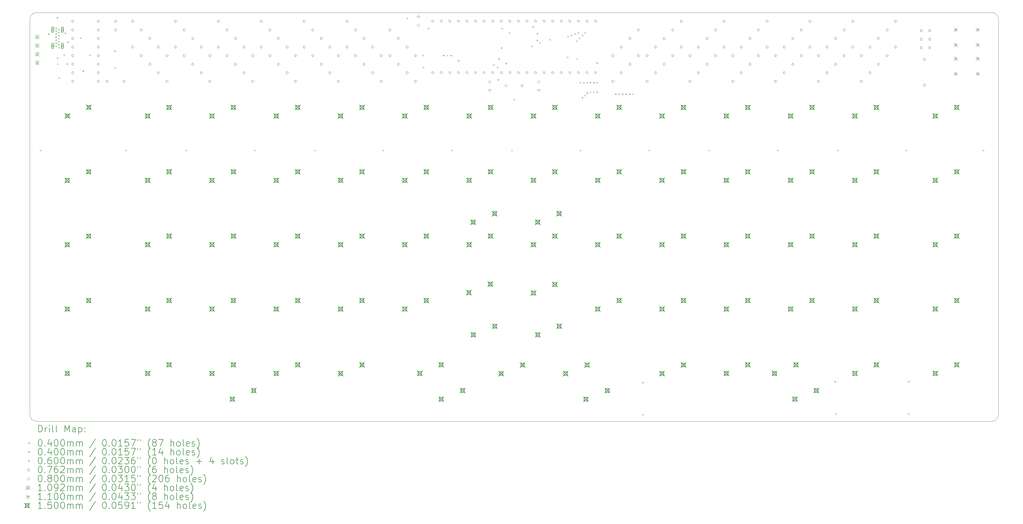
<source format=gbr>
%TF.GenerationSoftware,KiCad,Pcbnew,7.0.6*%
%TF.CreationDate,2024-02-02T12:37:57-05:00*%
%TF.ProjectId,causeway_THT,63617573-6577-4617-995f-5448542e6b69,rev?*%
%TF.SameCoordinates,Original*%
%TF.FileFunction,Drillmap*%
%TF.FilePolarity,Positive*%
%FSLAX45Y45*%
G04 Gerber Fmt 4.5, Leading zero omitted, Abs format (unit mm)*
G04 Created by KiCad (PCBNEW 7.0.6) date 2024-02-02 12:37:57*
%MOMM*%
%LPD*%
G01*
G04 APERTURE LIST*
%ADD10C,0.100000*%
%ADD11C,0.200000*%
%ADD12C,0.040000*%
%ADD13C,0.060000*%
%ADD14C,0.076200*%
%ADD15C,0.080000*%
%ADD16C,0.109220*%
%ADD17C,0.110000*%
%ADD18C,0.150000*%
G04 APERTURE END LIST*
D10*
X30343800Y-15006000D02*
G75*
G03*
X30543800Y-14806000I0J200000D01*
G01*
X2043800Y-2906000D02*
G75*
G03*
X1843800Y-3106000I0J-200000D01*
G01*
X1843800Y-14806000D02*
X1843800Y-3106000D01*
X1843800Y-14806000D02*
G75*
G03*
X2043800Y-15006000I200000J0D01*
G01*
X30343800Y-15006000D02*
X2043800Y-15006000D01*
X30543800Y-3106000D02*
G75*
G03*
X30343800Y-2906000I-200000J0D01*
G01*
X30543800Y-3106000D02*
X30543800Y-14806000D01*
X2043800Y-2906000D02*
X30343800Y-2906000D01*
D11*
D12*
X2139000Y-6965000D02*
X2179000Y-7005000D01*
X2179000Y-6965000D02*
X2139000Y-7005000D01*
X2380000Y-3530000D02*
X2420000Y-3570000D01*
X2420000Y-3530000D02*
X2380000Y-3570000D01*
X2640000Y-3040000D02*
X2680000Y-3080000D01*
X2680000Y-3040000D02*
X2640000Y-3080000D01*
X2646800Y-4227000D02*
X2686800Y-4267000D01*
X2686800Y-4227000D02*
X2646800Y-4267000D01*
X2648800Y-4411000D02*
X2688800Y-4451000D01*
X2688800Y-4411000D02*
X2648800Y-4451000D01*
X2690000Y-4820000D02*
X2730000Y-4860000D01*
X2730000Y-4820000D02*
X2690000Y-4860000D01*
X2837630Y-4138630D02*
X2877630Y-4178630D01*
X2877630Y-4138630D02*
X2837630Y-4178630D01*
X2876630Y-3496578D02*
X2916630Y-3536578D01*
X2916630Y-3496578D02*
X2876630Y-3536578D01*
X2930000Y-4405000D02*
X2970000Y-4445000D01*
X2970000Y-4405000D02*
X2930000Y-4445000D01*
X2949080Y-3760000D02*
X2989080Y-3800000D01*
X2989080Y-3760000D02*
X2949080Y-3800000D01*
X3334000Y-3635000D02*
X3374000Y-3675000D01*
X3374000Y-3635000D02*
X3334000Y-3675000D01*
X3403800Y-4620000D02*
X3443800Y-4660000D01*
X3443800Y-4620000D02*
X3403800Y-4660000D01*
X3601800Y-4156000D02*
X3641800Y-4196000D01*
X3641800Y-4156000D02*
X3601800Y-4196000D01*
X4340000Y-4030000D02*
X4380000Y-4070000D01*
X4380000Y-4030000D02*
X4340000Y-4070000D01*
X4353800Y-4520000D02*
X4393800Y-4560000D01*
X4393800Y-4520000D02*
X4353800Y-4560000D01*
X4679000Y-6965000D02*
X4719000Y-7005000D01*
X4719000Y-6965000D02*
X4679000Y-7005000D01*
X6457000Y-6965000D02*
X6497000Y-7005000D01*
X6497000Y-6965000D02*
X6457000Y-7005000D01*
X8489000Y-6965000D02*
X8529000Y-7005000D01*
X8529000Y-6965000D02*
X8489000Y-7005000D01*
X10267000Y-6965000D02*
X10307000Y-7005000D01*
X10307000Y-6965000D02*
X10267000Y-7005000D01*
X12299000Y-6965000D02*
X12339000Y-7005000D01*
X12339000Y-6965000D02*
X12299000Y-7005000D01*
X13009000Y-3060000D02*
X13049000Y-3100000D01*
X13049000Y-3060000D02*
X13009000Y-3100000D01*
X13473800Y-4156000D02*
X13513800Y-4196000D01*
X13513800Y-4156000D02*
X13473800Y-4196000D01*
X13484000Y-4510000D02*
X13524000Y-4550000D01*
X13524000Y-4510000D02*
X13484000Y-4550000D01*
X13634000Y-3360000D02*
X13674000Y-3400000D01*
X13674000Y-3360000D02*
X13634000Y-3400000D01*
X14083592Y-4157550D02*
X14123592Y-4197550D01*
X14123592Y-4157550D02*
X14083592Y-4197550D01*
X14190550Y-4157550D02*
X14230550Y-4197550D01*
X14230550Y-4157550D02*
X14190550Y-4197550D01*
X14303050Y-4157550D02*
X14343050Y-4197550D01*
X14343050Y-4157550D02*
X14303050Y-4197550D01*
X14331000Y-6965000D02*
X14371000Y-7005000D01*
X14371000Y-6965000D02*
X14331000Y-7005000D01*
X14524130Y-4310670D02*
X14564130Y-4350670D01*
X14564130Y-4310670D02*
X14524130Y-4350670D01*
X15566986Y-4432466D02*
X15606986Y-4472466D01*
X15606986Y-4432466D02*
X15566986Y-4472466D01*
X15682770Y-4511230D02*
X15722770Y-4551230D01*
X15722770Y-4511230D02*
X15682770Y-4551230D01*
X15702431Y-4878431D02*
X15742431Y-4918431D01*
X15742431Y-4878431D02*
X15702431Y-4918431D01*
X15726350Y-4260000D02*
X15766350Y-4300000D01*
X15766350Y-4260000D02*
X15726350Y-4300000D01*
X15798800Y-3933550D02*
X15838800Y-3973550D01*
X15838800Y-3933550D02*
X15798800Y-3973550D01*
X15817000Y-3360000D02*
X15857000Y-3400000D01*
X15857000Y-3360000D02*
X15817000Y-3400000D01*
X15934000Y-4387550D02*
X15974000Y-4427550D01*
X15974000Y-4387550D02*
X15934000Y-4427550D01*
X16034000Y-3485000D02*
X16074000Y-3525000D01*
X16074000Y-3485000D02*
X16034000Y-3525000D01*
X16109000Y-6965000D02*
X16149000Y-7005000D01*
X16149000Y-6965000D02*
X16109000Y-7005000D01*
X16174000Y-5460000D02*
X16214000Y-5500000D01*
X16214000Y-5460000D02*
X16174000Y-5500000D01*
X16709000Y-3885000D02*
X16749000Y-3925000D01*
X16749000Y-3885000D02*
X16709000Y-3925000D01*
X16734000Y-3310000D02*
X16774000Y-3350000D01*
X16774000Y-3310000D02*
X16734000Y-3350000D01*
X16857550Y-3510000D02*
X16897550Y-3550000D01*
X16897550Y-3510000D02*
X16857550Y-3550000D01*
X16857599Y-3711130D02*
X16897599Y-3751130D01*
X16897599Y-3711130D02*
X16857599Y-3751130D01*
X16932770Y-3786230D02*
X16972770Y-3826230D01*
X16972770Y-3786230D02*
X16932770Y-3826230D01*
X17234000Y-3685000D02*
X17274000Y-3725000D01*
X17274000Y-3685000D02*
X17234000Y-3725000D01*
X17759000Y-4210000D02*
X17799000Y-4250000D01*
X17799000Y-4210000D02*
X17759000Y-4250000D01*
X17765902Y-3594159D02*
X17805902Y-3634159D01*
X17805902Y-3594159D02*
X17765902Y-3634159D01*
X17871257Y-3558804D02*
X17911257Y-3598804D01*
X17911257Y-3558804D02*
X17871257Y-3598804D01*
X17973065Y-3520635D02*
X18013065Y-3560635D01*
X18013065Y-3520635D02*
X17973065Y-3560635D01*
X18031801Y-3730459D02*
X18071801Y-3770459D01*
X18071801Y-3730459D02*
X18031801Y-3770459D01*
X18034000Y-4260000D02*
X18074000Y-4300000D01*
X18074000Y-4260000D02*
X18034000Y-4300000D01*
X18072570Y-3484770D02*
X18112570Y-3524770D01*
X18112570Y-3484770D02*
X18072570Y-3524770D01*
X18114106Y-3648153D02*
X18154106Y-3688153D01*
X18154106Y-3648153D02*
X18114106Y-3688153D01*
X18133140Y-4959904D02*
X18173140Y-4999904D01*
X18173140Y-4959904D02*
X18133140Y-4999904D01*
X18141000Y-6965000D02*
X18181000Y-7005000D01*
X18181000Y-6965000D02*
X18141000Y-7005000D01*
X18194566Y-5408813D02*
X18234566Y-5448813D01*
X18234566Y-5408813D02*
X18194566Y-5448813D01*
X18199485Y-3562774D02*
X18239485Y-3602774D01*
X18239485Y-3562774D02*
X18199485Y-3602774D01*
X18232935Y-4965466D02*
X18272935Y-5005466D01*
X18272935Y-4965466D02*
X18232935Y-5005466D01*
X18265241Y-5338137D02*
X18305241Y-5378137D01*
X18305241Y-5338137D02*
X18265241Y-5378137D01*
X18275030Y-3487230D02*
X18315030Y-3527230D01*
X18315030Y-3487230D02*
X18275030Y-3527230D01*
X18332699Y-4959370D02*
X18372699Y-4999370D01*
X18372699Y-4959370D02*
X18332699Y-4999370D01*
X18335917Y-5267462D02*
X18375917Y-5307462D01*
X18375917Y-5267462D02*
X18335917Y-5307462D01*
X18432649Y-4959370D02*
X18472649Y-4999370D01*
X18472649Y-4959370D02*
X18432649Y-4999370D01*
X18432649Y-5242450D02*
X18472649Y-5282450D01*
X18472649Y-5242450D02*
X18432649Y-5282450D01*
X18532600Y-4959370D02*
X18572600Y-4999370D01*
X18572600Y-4959370D02*
X18532600Y-4999370D01*
X18532600Y-5242450D02*
X18572600Y-5282450D01*
X18572600Y-5242450D02*
X18532600Y-5282450D01*
X18632550Y-4377450D02*
X18672550Y-4417450D01*
X18672550Y-4377450D02*
X18632550Y-4417450D01*
X18632550Y-4959370D02*
X18672550Y-4999370D01*
X18672550Y-4959370D02*
X18632550Y-4999370D01*
X18632550Y-5242450D02*
X18672550Y-5282450D01*
X18672550Y-5242450D02*
X18632550Y-5282450D01*
X19183855Y-5300050D02*
X19223855Y-5340050D01*
X19223855Y-5300050D02*
X19183855Y-5340050D01*
X19283795Y-5298795D02*
X19323795Y-5338795D01*
X19323795Y-5298795D02*
X19283795Y-5338795D01*
X19385000Y-5300050D02*
X19425000Y-5340050D01*
X19425000Y-5300050D02*
X19385000Y-5340050D01*
X19485000Y-5300050D02*
X19525000Y-5340050D01*
X19525000Y-5300050D02*
X19485000Y-5340050D01*
X19585000Y-5300050D02*
X19625000Y-5340050D01*
X19625000Y-5300050D02*
X19585000Y-5340050D01*
X19685000Y-5300050D02*
X19725000Y-5340050D01*
X19725000Y-5300050D02*
X19685000Y-5340050D01*
X19984000Y-13835000D02*
X20024000Y-13875000D01*
X20024000Y-13835000D02*
X19984000Y-13875000D01*
X19984000Y-14785000D02*
X20024000Y-14825000D01*
X20024000Y-14785000D02*
X19984000Y-14825000D01*
X20173000Y-6965000D02*
X20213000Y-7005000D01*
X20213000Y-6965000D02*
X20173000Y-7005000D01*
X21951000Y-6965000D02*
X21991000Y-7005000D01*
X21991000Y-6965000D02*
X21951000Y-7005000D01*
X23983000Y-6965000D02*
X24023000Y-7005000D01*
X24023000Y-6965000D02*
X23983000Y-7005000D01*
X25684000Y-13810000D02*
X25724000Y-13850000D01*
X25724000Y-13810000D02*
X25684000Y-13850000D01*
X25709000Y-14760000D02*
X25749000Y-14800000D01*
X25749000Y-14760000D02*
X25709000Y-14800000D01*
X25761000Y-6965000D02*
X25801000Y-7005000D01*
X25801000Y-6965000D02*
X25761000Y-7005000D01*
X27793000Y-6965000D02*
X27833000Y-7005000D01*
X27833000Y-6965000D02*
X27793000Y-7005000D01*
X27859000Y-13810000D02*
X27899000Y-13850000D01*
X27899000Y-13810000D02*
X27859000Y-13850000D01*
X27859000Y-14760000D02*
X27899000Y-14800000D01*
X27899000Y-14760000D02*
X27859000Y-14800000D01*
X30079000Y-6965000D02*
X30119000Y-7005000D01*
X30119000Y-6965000D02*
X30079000Y-7005000D01*
X2643800Y-3364000D02*
G75*
G03*
X2643800Y-3364000I-20000J0D01*
G01*
X2643800Y-3454000D02*
G75*
G03*
X2643800Y-3454000I-20000J0D01*
G01*
X2643800Y-3544000D02*
G75*
G03*
X2643800Y-3544000I-20000J0D01*
G01*
X2643800Y-3634000D02*
G75*
G03*
X2643800Y-3634000I-20000J0D01*
G01*
X2643800Y-3724000D02*
G75*
G03*
X2643800Y-3724000I-20000J0D01*
G01*
X2643800Y-3814000D02*
G75*
G03*
X2643800Y-3814000I-20000J0D01*
G01*
X2643800Y-3904000D02*
G75*
G03*
X2643800Y-3904000I-20000J0D01*
G01*
X2721800Y-3409000D02*
G75*
G03*
X2721800Y-3409000I-20000J0D01*
G01*
X2721800Y-3499000D02*
G75*
G03*
X2721800Y-3499000I-20000J0D01*
G01*
X2721800Y-3589000D02*
G75*
G03*
X2721800Y-3589000I-20000J0D01*
G01*
X2721800Y-3679000D02*
G75*
G03*
X2721800Y-3679000I-20000J0D01*
G01*
X2721800Y-3769000D02*
G75*
G03*
X2721800Y-3769000I-20000J0D01*
G01*
X2721800Y-3859000D02*
G75*
G03*
X2721800Y-3859000I-20000J0D01*
G01*
X2721800Y-3949000D02*
G75*
G03*
X2721800Y-3949000I-20000J0D01*
G01*
D13*
X2519800Y-3384000D02*
X2519800Y-3444000D01*
X2489800Y-3414000D02*
X2549800Y-3414000D01*
D11*
X2549800Y-3464000D02*
X2549800Y-3364000D01*
X2549800Y-3364000D02*
G75*
G03*
X2489800Y-3364000I-30000J0D01*
G01*
X2489800Y-3364000D02*
X2489800Y-3464000D01*
X2489800Y-3464000D02*
G75*
G03*
X2549800Y-3464000I30000J0D01*
G01*
D13*
X2519800Y-3864000D02*
X2519800Y-3924000D01*
X2489800Y-3894000D02*
X2549800Y-3894000D01*
D11*
X2549800Y-3944000D02*
X2549800Y-3844000D01*
X2549800Y-3844000D02*
G75*
G03*
X2489800Y-3844000I-30000J0D01*
G01*
X2489800Y-3844000D02*
X2489800Y-3944000D01*
X2489800Y-3944000D02*
G75*
G03*
X2549800Y-3944000I30000J0D01*
G01*
D13*
X2805800Y-3384000D02*
X2805800Y-3444000D01*
X2775800Y-3414000D02*
X2835800Y-3414000D01*
D11*
X2835800Y-3464000D02*
X2835800Y-3364000D01*
X2835800Y-3364000D02*
G75*
G03*
X2775800Y-3364000I-30000J0D01*
G01*
X2775800Y-3364000D02*
X2775800Y-3464000D01*
X2775800Y-3464000D02*
G75*
G03*
X2835800Y-3464000I30000J0D01*
G01*
D13*
X2805800Y-3864000D02*
X2805800Y-3924000D01*
X2775800Y-3894000D02*
X2835800Y-3894000D01*
D11*
X2835800Y-3944000D02*
X2835800Y-3844000D01*
X2835800Y-3844000D02*
G75*
G03*
X2775800Y-3844000I-30000J0D01*
G01*
X2775800Y-3844000D02*
X2775800Y-3944000D01*
X2775800Y-3944000D02*
G75*
G03*
X2835800Y-3944000I30000J0D01*
G01*
D14*
X28276741Y-3464941D02*
X28276741Y-3411059D01*
X28222859Y-3411059D01*
X28222859Y-3464941D01*
X28276741Y-3464941D01*
X28276741Y-3718941D02*
X28276741Y-3665059D01*
X28222859Y-3665059D01*
X28222859Y-3718941D01*
X28276741Y-3718941D01*
X28276741Y-3972941D02*
X28276741Y-3919059D01*
X28222859Y-3919059D01*
X28222859Y-3972941D01*
X28276741Y-3972941D01*
X28530741Y-3464941D02*
X28530741Y-3411059D01*
X28476859Y-3411059D01*
X28476859Y-3464941D01*
X28530741Y-3464941D01*
X28530741Y-3718941D02*
X28530741Y-3665059D01*
X28476859Y-3665059D01*
X28476859Y-3718941D01*
X28530741Y-3718941D01*
X28530741Y-3972941D02*
X28530741Y-3919059D01*
X28476859Y-3919059D01*
X28476859Y-3972941D01*
X28530741Y-3972941D01*
D15*
X3113800Y-3200000D02*
X3153800Y-3160000D01*
X3113800Y-3120000D01*
X3073800Y-3160000D01*
X3113800Y-3200000D01*
X3113800Y-3454000D02*
X3153800Y-3414000D01*
X3113800Y-3374000D01*
X3073800Y-3414000D01*
X3113800Y-3454000D01*
X3113800Y-3708000D02*
X3153800Y-3668000D01*
X3113800Y-3628000D01*
X3073800Y-3668000D01*
X3113800Y-3708000D01*
X3113800Y-3962000D02*
X3153800Y-3922000D01*
X3113800Y-3882000D01*
X3073800Y-3922000D01*
X3113800Y-3962000D01*
X3113800Y-4216000D02*
X3153800Y-4176000D01*
X3113800Y-4136000D01*
X3073800Y-4176000D01*
X3113800Y-4216000D01*
X3113800Y-4470000D02*
X3153800Y-4430000D01*
X3113800Y-4390000D01*
X3073800Y-4430000D01*
X3113800Y-4470000D01*
X3113800Y-4724000D02*
X3153800Y-4684000D01*
X3113800Y-4644000D01*
X3073800Y-4684000D01*
X3113800Y-4724000D01*
X3113800Y-4978000D02*
X3153800Y-4938000D01*
X3113800Y-4898000D01*
X3073800Y-4938000D01*
X3113800Y-4978000D01*
X3875800Y-3200000D02*
X3915800Y-3160000D01*
X3875800Y-3120000D01*
X3835800Y-3160000D01*
X3875800Y-3200000D01*
X3875800Y-3454000D02*
X3915800Y-3414000D01*
X3875800Y-3374000D01*
X3835800Y-3414000D01*
X3875800Y-3454000D01*
X3875800Y-3708000D02*
X3915800Y-3668000D01*
X3875800Y-3628000D01*
X3835800Y-3668000D01*
X3875800Y-3708000D01*
X3875800Y-3962000D02*
X3915800Y-3922000D01*
X3875800Y-3882000D01*
X3835800Y-3922000D01*
X3875800Y-3962000D01*
X3875800Y-4216000D02*
X3915800Y-4176000D01*
X3875800Y-4136000D01*
X3835800Y-4176000D01*
X3875800Y-4216000D01*
X3875800Y-4470000D02*
X3915800Y-4430000D01*
X3875800Y-4390000D01*
X3835800Y-4430000D01*
X3875800Y-4470000D01*
X3875800Y-4724000D02*
X3915800Y-4684000D01*
X3875800Y-4644000D01*
X3835800Y-4684000D01*
X3875800Y-4724000D01*
X3875800Y-4978000D02*
X3915800Y-4938000D01*
X3875800Y-4898000D01*
X3835800Y-4938000D01*
X3875800Y-4978000D01*
X4137800Y-4978000D02*
X4177800Y-4938000D01*
X4137800Y-4898000D01*
X4097800Y-4938000D01*
X4137800Y-4978000D01*
X4383800Y-3204000D02*
X4423800Y-3164000D01*
X4383800Y-3124000D01*
X4343800Y-3164000D01*
X4383800Y-3204000D01*
X4383800Y-3454000D02*
X4423800Y-3414000D01*
X4383800Y-3374000D01*
X4343800Y-3414000D01*
X4383800Y-3454000D01*
X4637800Y-4978000D02*
X4677800Y-4938000D01*
X4637800Y-4898000D01*
X4597800Y-4938000D01*
X4637800Y-4978000D01*
X4891800Y-3200000D02*
X4931800Y-3160000D01*
X4891800Y-3120000D01*
X4851800Y-3160000D01*
X4891800Y-3200000D01*
X4891800Y-3962000D02*
X4931800Y-3922000D01*
X4891800Y-3882000D01*
X4851800Y-3922000D01*
X4891800Y-3962000D01*
X5145800Y-3454000D02*
X5185800Y-3414000D01*
X5145800Y-3374000D01*
X5105800Y-3414000D01*
X5145800Y-3454000D01*
X5145800Y-4216000D02*
X5185800Y-4176000D01*
X5145800Y-4136000D01*
X5105800Y-4176000D01*
X5145800Y-4216000D01*
X5399800Y-3708000D02*
X5439800Y-3668000D01*
X5399800Y-3628000D01*
X5359800Y-3668000D01*
X5399800Y-3708000D01*
X5399800Y-4470000D02*
X5439800Y-4430000D01*
X5399800Y-4390000D01*
X5359800Y-4430000D01*
X5399800Y-4470000D01*
X5653800Y-3962000D02*
X5693800Y-3922000D01*
X5653800Y-3882000D01*
X5613800Y-3922000D01*
X5653800Y-3962000D01*
X5653800Y-4724000D02*
X5693800Y-4684000D01*
X5653800Y-4644000D01*
X5613800Y-4684000D01*
X5653800Y-4724000D01*
X5907800Y-4216000D02*
X5947800Y-4176000D01*
X5907800Y-4136000D01*
X5867800Y-4176000D01*
X5907800Y-4216000D01*
X5907800Y-4978000D02*
X5947800Y-4938000D01*
X5907800Y-4898000D01*
X5867800Y-4938000D01*
X5907800Y-4978000D01*
X6161800Y-3200000D02*
X6201800Y-3160000D01*
X6161800Y-3120000D01*
X6121800Y-3160000D01*
X6161800Y-3200000D01*
X6161800Y-3962000D02*
X6201800Y-3922000D01*
X6161800Y-3882000D01*
X6121800Y-3922000D01*
X6161800Y-3962000D01*
X6415800Y-3454000D02*
X6455800Y-3414000D01*
X6415800Y-3374000D01*
X6375800Y-3414000D01*
X6415800Y-3454000D01*
X6415800Y-4216000D02*
X6455800Y-4176000D01*
X6415800Y-4136000D01*
X6375800Y-4176000D01*
X6415800Y-4216000D01*
X6669800Y-3708000D02*
X6709800Y-3668000D01*
X6669800Y-3628000D01*
X6629800Y-3668000D01*
X6669800Y-3708000D01*
X6669800Y-4470000D02*
X6709800Y-4430000D01*
X6669800Y-4390000D01*
X6629800Y-4430000D01*
X6669800Y-4470000D01*
X6923800Y-3962000D02*
X6963800Y-3922000D01*
X6923800Y-3882000D01*
X6883800Y-3922000D01*
X6923800Y-3962000D01*
X6923800Y-4724000D02*
X6963800Y-4684000D01*
X6923800Y-4644000D01*
X6883800Y-4684000D01*
X6923800Y-4724000D01*
X7177800Y-4216000D02*
X7217800Y-4176000D01*
X7177800Y-4136000D01*
X7137800Y-4176000D01*
X7177800Y-4216000D01*
X7177800Y-4978000D02*
X7217800Y-4938000D01*
X7177800Y-4898000D01*
X7137800Y-4938000D01*
X7177800Y-4978000D01*
X7431800Y-3200000D02*
X7471800Y-3160000D01*
X7431800Y-3120000D01*
X7391800Y-3160000D01*
X7431800Y-3200000D01*
X7431800Y-3962000D02*
X7471800Y-3922000D01*
X7431800Y-3882000D01*
X7391800Y-3922000D01*
X7431800Y-3962000D01*
X7685800Y-3454000D02*
X7725800Y-3414000D01*
X7685800Y-3374000D01*
X7645800Y-3414000D01*
X7685800Y-3454000D01*
X7685800Y-4216000D02*
X7725800Y-4176000D01*
X7685800Y-4136000D01*
X7645800Y-4176000D01*
X7685800Y-4216000D01*
X7939800Y-3708000D02*
X7979800Y-3668000D01*
X7939800Y-3628000D01*
X7899800Y-3668000D01*
X7939800Y-3708000D01*
X7939800Y-4470000D02*
X7979800Y-4430000D01*
X7939800Y-4390000D01*
X7899800Y-4430000D01*
X7939800Y-4470000D01*
X8193800Y-3962000D02*
X8233800Y-3922000D01*
X8193800Y-3882000D01*
X8153800Y-3922000D01*
X8193800Y-3962000D01*
X8193800Y-4724000D02*
X8233800Y-4684000D01*
X8193800Y-4644000D01*
X8153800Y-4684000D01*
X8193800Y-4724000D01*
X8447800Y-4216000D02*
X8487800Y-4176000D01*
X8447800Y-4136000D01*
X8407800Y-4176000D01*
X8447800Y-4216000D01*
X8447800Y-4978000D02*
X8487800Y-4938000D01*
X8447800Y-4898000D01*
X8407800Y-4938000D01*
X8447800Y-4978000D01*
X8701800Y-3200000D02*
X8741800Y-3160000D01*
X8701800Y-3120000D01*
X8661800Y-3160000D01*
X8701800Y-3200000D01*
X8701800Y-3962000D02*
X8741800Y-3922000D01*
X8701800Y-3882000D01*
X8661800Y-3922000D01*
X8701800Y-3962000D01*
X8955800Y-3454000D02*
X8995800Y-3414000D01*
X8955800Y-3374000D01*
X8915800Y-3414000D01*
X8955800Y-3454000D01*
X8955800Y-4216000D02*
X8995800Y-4176000D01*
X8955800Y-4136000D01*
X8915800Y-4176000D01*
X8955800Y-4216000D01*
X9209800Y-3708000D02*
X9249800Y-3668000D01*
X9209800Y-3628000D01*
X9169800Y-3668000D01*
X9209800Y-3708000D01*
X9209800Y-4470000D02*
X9249800Y-4430000D01*
X9209800Y-4390000D01*
X9169800Y-4430000D01*
X9209800Y-4470000D01*
X9463800Y-3962000D02*
X9503800Y-3922000D01*
X9463800Y-3882000D01*
X9423800Y-3922000D01*
X9463800Y-3962000D01*
X9463800Y-4724000D02*
X9503800Y-4684000D01*
X9463800Y-4644000D01*
X9423800Y-4684000D01*
X9463800Y-4724000D01*
X9717800Y-4216000D02*
X9757800Y-4176000D01*
X9717800Y-4136000D01*
X9677800Y-4176000D01*
X9717800Y-4216000D01*
X9717800Y-4978000D02*
X9757800Y-4938000D01*
X9717800Y-4898000D01*
X9677800Y-4938000D01*
X9717800Y-4978000D01*
X9971800Y-3200000D02*
X10011800Y-3160000D01*
X9971800Y-3120000D01*
X9931800Y-3160000D01*
X9971800Y-3200000D01*
X9971800Y-3962000D02*
X10011800Y-3922000D01*
X9971800Y-3882000D01*
X9931800Y-3922000D01*
X9971800Y-3962000D01*
X10225800Y-3454000D02*
X10265800Y-3414000D01*
X10225800Y-3374000D01*
X10185800Y-3414000D01*
X10225800Y-3454000D01*
X10225800Y-4216000D02*
X10265800Y-4176000D01*
X10225800Y-4136000D01*
X10185800Y-4176000D01*
X10225800Y-4216000D01*
X10479800Y-3708000D02*
X10519800Y-3668000D01*
X10479800Y-3628000D01*
X10439800Y-3668000D01*
X10479800Y-3708000D01*
X10479800Y-4470000D02*
X10519800Y-4430000D01*
X10479800Y-4390000D01*
X10439800Y-4430000D01*
X10479800Y-4470000D01*
X10733800Y-3962000D02*
X10773800Y-3922000D01*
X10733800Y-3882000D01*
X10693800Y-3922000D01*
X10733800Y-3962000D01*
X10733800Y-4724000D02*
X10773800Y-4684000D01*
X10733800Y-4644000D01*
X10693800Y-4684000D01*
X10733800Y-4724000D01*
X10987800Y-4216000D02*
X11027800Y-4176000D01*
X10987800Y-4136000D01*
X10947800Y-4176000D01*
X10987800Y-4216000D01*
X10987800Y-4978000D02*
X11027800Y-4938000D01*
X10987800Y-4898000D01*
X10947800Y-4938000D01*
X10987800Y-4978000D01*
X11241800Y-3200000D02*
X11281800Y-3160000D01*
X11241800Y-3120000D01*
X11201800Y-3160000D01*
X11241800Y-3200000D01*
X11241800Y-3962000D02*
X11281800Y-3922000D01*
X11241800Y-3882000D01*
X11201800Y-3922000D01*
X11241800Y-3962000D01*
X11495800Y-3454000D02*
X11535800Y-3414000D01*
X11495800Y-3374000D01*
X11455800Y-3414000D01*
X11495800Y-3454000D01*
X11495800Y-4216000D02*
X11535800Y-4176000D01*
X11495800Y-4136000D01*
X11455800Y-4176000D01*
X11495800Y-4216000D01*
X11749800Y-3708000D02*
X11789800Y-3668000D01*
X11749800Y-3628000D01*
X11709800Y-3668000D01*
X11749800Y-3708000D01*
X11749800Y-4470000D02*
X11789800Y-4430000D01*
X11749800Y-4390000D01*
X11709800Y-4430000D01*
X11749800Y-4470000D01*
X12003800Y-3962000D02*
X12043800Y-3922000D01*
X12003800Y-3882000D01*
X11963800Y-3922000D01*
X12003800Y-3962000D01*
X12003800Y-4724000D02*
X12043800Y-4684000D01*
X12003800Y-4644000D01*
X11963800Y-4684000D01*
X12003800Y-4724000D01*
X12257800Y-4216000D02*
X12297800Y-4176000D01*
X12257800Y-4136000D01*
X12217800Y-4176000D01*
X12257800Y-4216000D01*
X12257800Y-4978000D02*
X12297800Y-4938000D01*
X12257800Y-4898000D01*
X12217800Y-4938000D01*
X12257800Y-4978000D01*
X12511800Y-3454000D02*
X12551800Y-3414000D01*
X12511800Y-3374000D01*
X12471800Y-3414000D01*
X12511800Y-3454000D01*
X12511800Y-4216000D02*
X12551800Y-4176000D01*
X12511800Y-4136000D01*
X12471800Y-4176000D01*
X12511800Y-4216000D01*
X12765800Y-3708000D02*
X12805800Y-3668000D01*
X12765800Y-3628000D01*
X12725800Y-3668000D01*
X12765800Y-3708000D01*
X12765800Y-4470000D02*
X12805800Y-4430000D01*
X12765800Y-4390000D01*
X12725800Y-4430000D01*
X12765800Y-4470000D01*
X13019800Y-3962000D02*
X13059800Y-3922000D01*
X13019800Y-3882000D01*
X12979800Y-3922000D01*
X13019800Y-3962000D01*
X13019800Y-4724000D02*
X13059800Y-4684000D01*
X13019800Y-4644000D01*
X12979800Y-4684000D01*
X13019800Y-4724000D01*
X13273800Y-4216000D02*
X13313800Y-4176000D01*
X13273800Y-4136000D01*
X13233800Y-4176000D01*
X13273800Y-4216000D01*
X13273800Y-4978000D02*
X13313800Y-4938000D01*
X13273800Y-4898000D01*
X13233800Y-4938000D01*
X13273800Y-4978000D01*
X13354000Y-3070000D02*
X13394000Y-3030000D01*
X13354000Y-2990000D01*
X13314000Y-3030000D01*
X13354000Y-3070000D01*
X13354000Y-3320000D02*
X13394000Y-3280000D01*
X13354000Y-3240000D01*
X13314000Y-3280000D01*
X13354000Y-3320000D01*
X13775000Y-3196000D02*
X13815000Y-3156000D01*
X13775000Y-3116000D01*
X13735000Y-3156000D01*
X13775000Y-3196000D01*
X13775000Y-4720000D02*
X13815000Y-4680000D01*
X13775000Y-4640000D01*
X13735000Y-4680000D01*
X13775000Y-4720000D01*
X14029000Y-3196000D02*
X14069000Y-3156000D01*
X14029000Y-3116000D01*
X13989000Y-3156000D01*
X14029000Y-3196000D01*
X14029000Y-4720000D02*
X14069000Y-4680000D01*
X14029000Y-4640000D01*
X13989000Y-4680000D01*
X14029000Y-4720000D01*
X14283000Y-3196000D02*
X14323000Y-3156000D01*
X14283000Y-3116000D01*
X14243000Y-3156000D01*
X14283000Y-3196000D01*
X14283000Y-4720000D02*
X14323000Y-4680000D01*
X14283000Y-4640000D01*
X14243000Y-4680000D01*
X14283000Y-4720000D01*
X14537000Y-3196000D02*
X14577000Y-3156000D01*
X14537000Y-3116000D01*
X14497000Y-3156000D01*
X14537000Y-3196000D01*
X14537000Y-4720000D02*
X14577000Y-4680000D01*
X14537000Y-4640000D01*
X14497000Y-4680000D01*
X14537000Y-4720000D01*
X14791000Y-3196000D02*
X14831000Y-3156000D01*
X14791000Y-3116000D01*
X14751000Y-3156000D01*
X14791000Y-3196000D01*
X14791000Y-4720000D02*
X14831000Y-4680000D01*
X14791000Y-4640000D01*
X14751000Y-4680000D01*
X14791000Y-4720000D01*
X15045000Y-3196000D02*
X15085000Y-3156000D01*
X15045000Y-3116000D01*
X15005000Y-3156000D01*
X15045000Y-3196000D01*
X15045000Y-4720000D02*
X15085000Y-4680000D01*
X15045000Y-4640000D01*
X15005000Y-4680000D01*
X15045000Y-4720000D01*
X15299000Y-3196000D02*
X15339000Y-3156000D01*
X15299000Y-3116000D01*
X15259000Y-3156000D01*
X15299000Y-3196000D01*
X15299000Y-4720000D02*
X15339000Y-4680000D01*
X15299000Y-4640000D01*
X15259000Y-4680000D01*
X15299000Y-4720000D01*
X15463800Y-4996000D02*
X15503800Y-4956000D01*
X15463800Y-4916000D01*
X15423800Y-4956000D01*
X15463800Y-4996000D01*
X15463800Y-5246000D02*
X15503800Y-5206000D01*
X15463800Y-5166000D01*
X15423800Y-5206000D01*
X15463800Y-5246000D01*
X15553000Y-3196000D02*
X15593000Y-3156000D01*
X15553000Y-3116000D01*
X15513000Y-3156000D01*
X15553000Y-3196000D01*
X15553000Y-4720000D02*
X15593000Y-4680000D01*
X15553000Y-4640000D01*
X15513000Y-4680000D01*
X15553000Y-4720000D01*
X15807000Y-3196000D02*
X15847000Y-3156000D01*
X15807000Y-3116000D01*
X15767000Y-3156000D01*
X15807000Y-3196000D01*
X15807000Y-4720000D02*
X15847000Y-4680000D01*
X15807000Y-4640000D01*
X15767000Y-4680000D01*
X15807000Y-4720000D01*
X15943800Y-5106000D02*
X15983800Y-5066000D01*
X15943800Y-5026000D01*
X15903800Y-5066000D01*
X15943800Y-5106000D01*
X16061000Y-3196000D02*
X16101000Y-3156000D01*
X16061000Y-3116000D01*
X16021000Y-3156000D01*
X16061000Y-3196000D01*
X16061000Y-4720000D02*
X16101000Y-4680000D01*
X16061000Y-4640000D01*
X16021000Y-4680000D01*
X16061000Y-4720000D01*
X16315000Y-3196000D02*
X16355000Y-3156000D01*
X16315000Y-3116000D01*
X16275000Y-3156000D01*
X16315000Y-3196000D01*
X16315000Y-4720000D02*
X16355000Y-4680000D01*
X16315000Y-4640000D01*
X16275000Y-4680000D01*
X16315000Y-4720000D01*
X16431800Y-5106000D02*
X16471800Y-5066000D01*
X16431800Y-5026000D01*
X16391800Y-5066000D01*
X16431800Y-5106000D01*
X16569000Y-3196000D02*
X16609000Y-3156000D01*
X16569000Y-3116000D01*
X16529000Y-3156000D01*
X16569000Y-3196000D01*
X16569000Y-4720000D02*
X16609000Y-4680000D01*
X16569000Y-4640000D01*
X16529000Y-4680000D01*
X16569000Y-4720000D01*
X16823000Y-3196000D02*
X16863000Y-3156000D01*
X16823000Y-3116000D01*
X16783000Y-3156000D01*
X16823000Y-3196000D01*
X16823000Y-4720000D02*
X16863000Y-4680000D01*
X16823000Y-4640000D01*
X16783000Y-4680000D01*
X16823000Y-4720000D01*
X16918800Y-4996000D02*
X16958800Y-4956000D01*
X16918800Y-4916000D01*
X16878800Y-4956000D01*
X16918800Y-4996000D01*
X16918800Y-5246000D02*
X16958800Y-5206000D01*
X16918800Y-5166000D01*
X16878800Y-5206000D01*
X16918800Y-5246000D01*
X17077000Y-3196000D02*
X17117000Y-3156000D01*
X17077000Y-3116000D01*
X17037000Y-3156000D01*
X17077000Y-3196000D01*
X17077000Y-4720000D02*
X17117000Y-4680000D01*
X17077000Y-4640000D01*
X17037000Y-4680000D01*
X17077000Y-4720000D01*
X17331000Y-3196000D02*
X17371000Y-3156000D01*
X17331000Y-3116000D01*
X17291000Y-3156000D01*
X17331000Y-3196000D01*
X17331000Y-4720000D02*
X17371000Y-4680000D01*
X17331000Y-4640000D01*
X17291000Y-4680000D01*
X17331000Y-4720000D01*
X17585000Y-3196000D02*
X17625000Y-3156000D01*
X17585000Y-3116000D01*
X17545000Y-3156000D01*
X17585000Y-3196000D01*
X17585000Y-4720000D02*
X17625000Y-4680000D01*
X17585000Y-4640000D01*
X17545000Y-4680000D01*
X17585000Y-4720000D01*
X17839000Y-3196000D02*
X17879000Y-3156000D01*
X17839000Y-3116000D01*
X17799000Y-3156000D01*
X17839000Y-3196000D01*
X17839000Y-4720000D02*
X17879000Y-4680000D01*
X17839000Y-4640000D01*
X17799000Y-4680000D01*
X17839000Y-4720000D01*
X18093000Y-3196000D02*
X18133000Y-3156000D01*
X18093000Y-3116000D01*
X18053000Y-3156000D01*
X18093000Y-3196000D01*
X18093000Y-4720000D02*
X18133000Y-4680000D01*
X18093000Y-4640000D01*
X18053000Y-4680000D01*
X18093000Y-4720000D01*
X18347000Y-3196000D02*
X18387000Y-3156000D01*
X18347000Y-3116000D01*
X18307000Y-3156000D01*
X18347000Y-3196000D01*
X18347000Y-4720000D02*
X18387000Y-4680000D01*
X18347000Y-4640000D01*
X18307000Y-4680000D01*
X18347000Y-4720000D01*
X18601000Y-3196000D02*
X18641000Y-3156000D01*
X18601000Y-3116000D01*
X18561000Y-3156000D01*
X18601000Y-3196000D01*
X18601000Y-4720000D02*
X18641000Y-4680000D01*
X18601000Y-4640000D01*
X18561000Y-4680000D01*
X18601000Y-4720000D01*
X19115800Y-4216000D02*
X19155800Y-4176000D01*
X19115800Y-4136000D01*
X19075800Y-4176000D01*
X19115800Y-4216000D01*
X19115800Y-4978000D02*
X19155800Y-4938000D01*
X19115800Y-4898000D01*
X19075800Y-4938000D01*
X19115800Y-4978000D01*
X19369800Y-3962000D02*
X19409800Y-3922000D01*
X19369800Y-3882000D01*
X19329800Y-3922000D01*
X19369800Y-3962000D01*
X19369800Y-4724000D02*
X19409800Y-4684000D01*
X19369800Y-4644000D01*
X19329800Y-4684000D01*
X19369800Y-4724000D01*
X19623800Y-3708000D02*
X19663800Y-3668000D01*
X19623800Y-3628000D01*
X19583800Y-3668000D01*
X19623800Y-3708000D01*
X19623800Y-4470000D02*
X19663800Y-4430000D01*
X19623800Y-4390000D01*
X19583800Y-4430000D01*
X19623800Y-4470000D01*
X19877800Y-3454000D02*
X19917800Y-3414000D01*
X19877800Y-3374000D01*
X19837800Y-3414000D01*
X19877800Y-3454000D01*
X19877800Y-4216000D02*
X19917800Y-4176000D01*
X19877800Y-4136000D01*
X19837800Y-4176000D01*
X19877800Y-4216000D01*
X20131800Y-4216000D02*
X20171800Y-4176000D01*
X20131800Y-4136000D01*
X20091800Y-4176000D01*
X20131800Y-4216000D01*
X20131800Y-4978000D02*
X20171800Y-4938000D01*
X20131800Y-4898000D01*
X20091800Y-4938000D01*
X20131800Y-4978000D01*
X20385800Y-3962000D02*
X20425800Y-3922000D01*
X20385800Y-3882000D01*
X20345800Y-3922000D01*
X20385800Y-3962000D01*
X20385800Y-4724000D02*
X20425800Y-4684000D01*
X20385800Y-4644000D01*
X20345800Y-4684000D01*
X20385800Y-4724000D01*
X20639800Y-3708000D02*
X20679800Y-3668000D01*
X20639800Y-3628000D01*
X20599800Y-3668000D01*
X20639800Y-3708000D01*
X20639800Y-4470000D02*
X20679800Y-4430000D01*
X20639800Y-4390000D01*
X20599800Y-4430000D01*
X20639800Y-4470000D01*
X20893800Y-3454000D02*
X20933800Y-3414000D01*
X20893800Y-3374000D01*
X20853800Y-3414000D01*
X20893800Y-3454000D01*
X20893800Y-4216000D02*
X20933800Y-4176000D01*
X20893800Y-4136000D01*
X20853800Y-4176000D01*
X20893800Y-4216000D01*
X21147800Y-3200000D02*
X21187800Y-3160000D01*
X21147800Y-3120000D01*
X21107800Y-3160000D01*
X21147800Y-3200000D01*
X21147800Y-3962000D02*
X21187800Y-3922000D01*
X21147800Y-3882000D01*
X21107800Y-3922000D01*
X21147800Y-3962000D01*
X21401800Y-4216000D02*
X21441800Y-4176000D01*
X21401800Y-4136000D01*
X21361800Y-4176000D01*
X21401800Y-4216000D01*
X21401800Y-4978000D02*
X21441800Y-4938000D01*
X21401800Y-4898000D01*
X21361800Y-4938000D01*
X21401800Y-4978000D01*
X21655800Y-3962000D02*
X21695800Y-3922000D01*
X21655800Y-3882000D01*
X21615800Y-3922000D01*
X21655800Y-3962000D01*
X21655800Y-4724000D02*
X21695800Y-4684000D01*
X21655800Y-4644000D01*
X21615800Y-4684000D01*
X21655800Y-4724000D01*
X21909800Y-3708000D02*
X21949800Y-3668000D01*
X21909800Y-3628000D01*
X21869800Y-3668000D01*
X21909800Y-3708000D01*
X21909800Y-4470000D02*
X21949800Y-4430000D01*
X21909800Y-4390000D01*
X21869800Y-4430000D01*
X21909800Y-4470000D01*
X22163800Y-3454000D02*
X22203800Y-3414000D01*
X22163800Y-3374000D01*
X22123800Y-3414000D01*
X22163800Y-3454000D01*
X22163800Y-4216000D02*
X22203800Y-4176000D01*
X22163800Y-4136000D01*
X22123800Y-4176000D01*
X22163800Y-4216000D01*
X22417800Y-3200000D02*
X22457800Y-3160000D01*
X22417800Y-3120000D01*
X22377800Y-3160000D01*
X22417800Y-3200000D01*
X22417800Y-3962000D02*
X22457800Y-3922000D01*
X22417800Y-3882000D01*
X22377800Y-3922000D01*
X22417800Y-3962000D01*
X22671800Y-4216000D02*
X22711800Y-4176000D01*
X22671800Y-4136000D01*
X22631800Y-4176000D01*
X22671800Y-4216000D01*
X22671800Y-4978000D02*
X22711800Y-4938000D01*
X22671800Y-4898000D01*
X22631800Y-4938000D01*
X22671800Y-4978000D01*
X22925800Y-3962000D02*
X22965800Y-3922000D01*
X22925800Y-3882000D01*
X22885800Y-3922000D01*
X22925800Y-3962000D01*
X22925800Y-4724000D02*
X22965800Y-4684000D01*
X22925800Y-4644000D01*
X22885800Y-4684000D01*
X22925800Y-4724000D01*
X23179800Y-3708000D02*
X23219800Y-3668000D01*
X23179800Y-3628000D01*
X23139800Y-3668000D01*
X23179800Y-3708000D01*
X23179800Y-4470000D02*
X23219800Y-4430000D01*
X23179800Y-4390000D01*
X23139800Y-4430000D01*
X23179800Y-4470000D01*
X23433800Y-3454000D02*
X23473800Y-3414000D01*
X23433800Y-3374000D01*
X23393800Y-3414000D01*
X23433800Y-3454000D01*
X23433800Y-4216000D02*
X23473800Y-4176000D01*
X23433800Y-4136000D01*
X23393800Y-4176000D01*
X23433800Y-4216000D01*
X23687800Y-3200000D02*
X23727800Y-3160000D01*
X23687800Y-3120000D01*
X23647800Y-3160000D01*
X23687800Y-3200000D01*
X23687800Y-3962000D02*
X23727800Y-3922000D01*
X23687800Y-3882000D01*
X23647800Y-3922000D01*
X23687800Y-3962000D01*
X23941800Y-4216000D02*
X23981800Y-4176000D01*
X23941800Y-4136000D01*
X23901800Y-4176000D01*
X23941800Y-4216000D01*
X23941800Y-4978000D02*
X23981800Y-4938000D01*
X23941800Y-4898000D01*
X23901800Y-4938000D01*
X23941800Y-4978000D01*
X24195800Y-3962000D02*
X24235800Y-3922000D01*
X24195800Y-3882000D01*
X24155800Y-3922000D01*
X24195800Y-3962000D01*
X24195800Y-4724000D02*
X24235800Y-4684000D01*
X24195800Y-4644000D01*
X24155800Y-4684000D01*
X24195800Y-4724000D01*
X24449800Y-3708000D02*
X24489800Y-3668000D01*
X24449800Y-3628000D01*
X24409800Y-3668000D01*
X24449800Y-3708000D01*
X24449800Y-4470000D02*
X24489800Y-4430000D01*
X24449800Y-4390000D01*
X24409800Y-4430000D01*
X24449800Y-4470000D01*
X24703800Y-3454000D02*
X24743800Y-3414000D01*
X24703800Y-3374000D01*
X24663800Y-3414000D01*
X24703800Y-3454000D01*
X24703800Y-4216000D02*
X24743800Y-4176000D01*
X24703800Y-4136000D01*
X24663800Y-4176000D01*
X24703800Y-4216000D01*
X24957800Y-3200000D02*
X24997800Y-3160000D01*
X24957800Y-3120000D01*
X24917800Y-3160000D01*
X24957800Y-3200000D01*
X24957800Y-3962000D02*
X24997800Y-3922000D01*
X24957800Y-3882000D01*
X24917800Y-3922000D01*
X24957800Y-3962000D01*
X25211800Y-4216000D02*
X25251800Y-4176000D01*
X25211800Y-4136000D01*
X25171800Y-4176000D01*
X25211800Y-4216000D01*
X25211800Y-4978000D02*
X25251800Y-4938000D01*
X25211800Y-4898000D01*
X25171800Y-4938000D01*
X25211800Y-4978000D01*
X25465800Y-3962000D02*
X25505800Y-3922000D01*
X25465800Y-3882000D01*
X25425800Y-3922000D01*
X25465800Y-3962000D01*
X25465800Y-4724000D02*
X25505800Y-4684000D01*
X25465800Y-4644000D01*
X25425800Y-4684000D01*
X25465800Y-4724000D01*
X25719800Y-3708000D02*
X25759800Y-3668000D01*
X25719800Y-3628000D01*
X25679800Y-3668000D01*
X25719800Y-3708000D01*
X25719800Y-4470000D02*
X25759800Y-4430000D01*
X25719800Y-4390000D01*
X25679800Y-4430000D01*
X25719800Y-4470000D01*
X25973800Y-3454000D02*
X26013800Y-3414000D01*
X25973800Y-3374000D01*
X25933800Y-3414000D01*
X25973800Y-3454000D01*
X25973800Y-4216000D02*
X26013800Y-4176000D01*
X25973800Y-4136000D01*
X25933800Y-4176000D01*
X25973800Y-4216000D01*
X26227800Y-3200000D02*
X26267800Y-3160000D01*
X26227800Y-3120000D01*
X26187800Y-3160000D01*
X26227800Y-3200000D01*
X26227800Y-3962000D02*
X26267800Y-3922000D01*
X26227800Y-3882000D01*
X26187800Y-3922000D01*
X26227800Y-3962000D01*
X26481800Y-4216000D02*
X26521800Y-4176000D01*
X26481800Y-4136000D01*
X26441800Y-4176000D01*
X26481800Y-4216000D01*
X26481800Y-4978000D02*
X26521800Y-4938000D01*
X26481800Y-4898000D01*
X26441800Y-4938000D01*
X26481800Y-4978000D01*
X26735800Y-3962000D02*
X26775800Y-3922000D01*
X26735800Y-3882000D01*
X26695800Y-3922000D01*
X26735800Y-3962000D01*
X26735800Y-4724000D02*
X26775800Y-4684000D01*
X26735800Y-4644000D01*
X26695800Y-4684000D01*
X26735800Y-4724000D01*
X26989800Y-3708000D02*
X27029800Y-3668000D01*
X26989800Y-3628000D01*
X26949800Y-3668000D01*
X26989800Y-3708000D01*
X26989800Y-4470000D02*
X27029800Y-4430000D01*
X26989800Y-4390000D01*
X26949800Y-4430000D01*
X26989800Y-4470000D01*
X27243800Y-3454000D02*
X27283800Y-3414000D01*
X27243800Y-3374000D01*
X27203800Y-3414000D01*
X27243800Y-3454000D01*
X27243800Y-4216000D02*
X27283800Y-4176000D01*
X27243800Y-4136000D01*
X27203800Y-4176000D01*
X27243800Y-4216000D01*
X27497800Y-3200000D02*
X27537800Y-3160000D01*
X27497800Y-3120000D01*
X27457800Y-3160000D01*
X27497800Y-3200000D01*
X27497800Y-3962000D02*
X27537800Y-3922000D01*
X27497800Y-3882000D01*
X27457800Y-3922000D01*
X27497800Y-3962000D01*
X28352750Y-4326250D02*
X28392750Y-4286250D01*
X28352750Y-4246250D01*
X28312750Y-4286250D01*
X28352750Y-4326250D01*
X28352750Y-5088250D02*
X28392750Y-5048250D01*
X28352750Y-5008250D01*
X28312750Y-5048250D01*
X28352750Y-5088250D01*
D16*
X2005390Y-3573390D02*
X2114610Y-3682610D01*
X2114610Y-3573390D02*
X2005390Y-3682610D01*
X2114610Y-3628000D02*
G75*
G03*
X2114610Y-3628000I-54610J0D01*
G01*
X2005390Y-3827390D02*
X2114610Y-3936610D01*
X2114610Y-3827390D02*
X2005390Y-3936610D01*
X2114610Y-3882000D02*
G75*
G03*
X2114610Y-3882000I-54610J0D01*
G01*
X2005390Y-4081390D02*
X2114610Y-4190610D01*
X2114610Y-4081390D02*
X2005390Y-4190610D01*
X2114610Y-4136000D02*
G75*
G03*
X2114610Y-4136000I-54610J0D01*
G01*
X2005390Y-4335390D02*
X2114610Y-4444610D01*
X2114610Y-4335390D02*
X2005390Y-4444610D01*
X2114610Y-4390000D02*
G75*
G03*
X2114610Y-4390000I-54610J0D01*
G01*
D17*
X29220800Y-3359000D02*
X29330800Y-3469000D01*
X29330800Y-3359000D02*
X29220800Y-3469000D01*
X29275800Y-3359000D02*
X29275800Y-3469000D01*
X29220800Y-3414000D02*
X29330800Y-3414000D01*
X29220800Y-3809000D02*
X29330800Y-3919000D01*
X29330800Y-3809000D02*
X29220800Y-3919000D01*
X29275800Y-3809000D02*
X29275800Y-3919000D01*
X29220800Y-3864000D02*
X29330800Y-3864000D01*
X29220800Y-4214000D02*
X29330800Y-4324000D01*
X29330800Y-4214000D02*
X29220800Y-4324000D01*
X29275800Y-4214000D02*
X29275800Y-4324000D01*
X29220800Y-4269000D02*
X29330800Y-4269000D01*
X29220800Y-4664000D02*
X29330800Y-4774000D01*
X29330800Y-4664000D02*
X29220800Y-4774000D01*
X29275800Y-4664000D02*
X29275800Y-4774000D01*
X29220800Y-4719000D02*
X29330800Y-4719000D01*
X29870800Y-3359000D02*
X29980800Y-3469000D01*
X29980800Y-3359000D02*
X29870800Y-3469000D01*
X29925800Y-3359000D02*
X29925800Y-3469000D01*
X29870800Y-3414000D02*
X29980800Y-3414000D01*
X29870800Y-3809000D02*
X29980800Y-3919000D01*
X29980800Y-3809000D02*
X29870800Y-3919000D01*
X29925800Y-3809000D02*
X29925800Y-3919000D01*
X29870800Y-3864000D02*
X29980800Y-3864000D01*
X29870800Y-4214000D02*
X29980800Y-4324000D01*
X29980800Y-4214000D02*
X29870800Y-4324000D01*
X29925800Y-4214000D02*
X29925800Y-4324000D01*
X29870800Y-4269000D02*
X29980800Y-4269000D01*
X29870800Y-4664000D02*
X29980800Y-4774000D01*
X29980800Y-4664000D02*
X29870800Y-4774000D01*
X29925800Y-4664000D02*
X29925800Y-4774000D01*
X29870800Y-4719000D02*
X29980800Y-4719000D01*
D18*
X2877800Y-7799000D02*
X3027800Y-7949000D01*
X3027800Y-7799000D02*
X2877800Y-7949000D01*
X3005833Y-7927033D02*
X3005833Y-7820966D01*
X2899766Y-7820966D01*
X2899766Y-7927033D01*
X3005833Y-7927033D01*
X2877800Y-9704000D02*
X3027800Y-9854000D01*
X3027800Y-9704000D02*
X2877800Y-9854000D01*
X3005833Y-9832034D02*
X3005833Y-9725967D01*
X2899766Y-9725967D01*
X2899766Y-9832034D01*
X3005833Y-9832034D01*
X2877800Y-11609000D02*
X3027800Y-11759000D01*
X3027800Y-11609000D02*
X2877800Y-11759000D01*
X3005833Y-11737033D02*
X3005833Y-11630966D01*
X2899766Y-11630966D01*
X2899766Y-11737033D01*
X3005833Y-11737033D01*
X2877800Y-13514000D02*
X3027800Y-13664000D01*
X3027800Y-13514000D02*
X2877800Y-13664000D01*
X3005833Y-13642033D02*
X3005833Y-13535966D01*
X2899766Y-13535966D01*
X2899766Y-13642033D01*
X3005833Y-13642033D01*
X2882000Y-5890000D02*
X3032000Y-6040000D01*
X3032000Y-5890000D02*
X2882000Y-6040000D01*
X3010033Y-6018033D02*
X3010033Y-5911966D01*
X2903966Y-5911966D01*
X2903966Y-6018033D01*
X3010033Y-6018033D01*
X3512800Y-7545000D02*
X3662800Y-7695000D01*
X3662800Y-7545000D02*
X3512800Y-7695000D01*
X3640833Y-7673033D02*
X3640833Y-7566966D01*
X3534766Y-7566966D01*
X3534766Y-7673033D01*
X3640833Y-7673033D01*
X3512800Y-9450000D02*
X3662800Y-9600000D01*
X3662800Y-9450000D02*
X3512800Y-9600000D01*
X3640833Y-9578034D02*
X3640833Y-9471967D01*
X3534766Y-9471967D01*
X3534766Y-9578034D01*
X3640833Y-9578034D01*
X3512800Y-11355000D02*
X3662800Y-11505000D01*
X3662800Y-11355000D02*
X3512800Y-11505000D01*
X3640833Y-11483033D02*
X3640833Y-11376966D01*
X3534766Y-11376966D01*
X3534766Y-11483033D01*
X3640833Y-11483033D01*
X3512800Y-13260000D02*
X3662800Y-13410000D01*
X3662800Y-13260000D02*
X3512800Y-13410000D01*
X3640833Y-13388033D02*
X3640833Y-13281966D01*
X3534766Y-13281966D01*
X3534766Y-13388033D01*
X3640833Y-13388033D01*
X3517000Y-5636000D02*
X3667000Y-5786000D01*
X3667000Y-5636000D02*
X3517000Y-5786000D01*
X3645033Y-5764033D02*
X3645033Y-5657966D01*
X3538966Y-5657966D01*
X3538966Y-5764033D01*
X3645033Y-5764033D01*
X5259000Y-5894000D02*
X5409000Y-6044000D01*
X5409000Y-5894000D02*
X5259000Y-6044000D01*
X5387034Y-6022033D02*
X5387034Y-5915966D01*
X5280967Y-5915966D01*
X5280967Y-6022033D01*
X5387034Y-6022033D01*
X5259000Y-7799000D02*
X5409000Y-7949000D01*
X5409000Y-7799000D02*
X5259000Y-7949000D01*
X5387034Y-7927033D02*
X5387034Y-7820966D01*
X5280967Y-7820966D01*
X5280967Y-7927033D01*
X5387034Y-7927033D01*
X5259000Y-9704000D02*
X5409000Y-9854000D01*
X5409000Y-9704000D02*
X5259000Y-9854000D01*
X5387034Y-9832034D02*
X5387034Y-9725967D01*
X5280967Y-9725967D01*
X5280967Y-9832034D01*
X5387034Y-9832034D01*
X5259000Y-11609000D02*
X5409000Y-11759000D01*
X5409000Y-11609000D02*
X5259000Y-11759000D01*
X5387034Y-11737033D02*
X5387034Y-11630966D01*
X5280967Y-11630966D01*
X5280967Y-11737033D01*
X5387034Y-11737033D01*
X5259000Y-13514000D02*
X5409000Y-13664000D01*
X5409000Y-13514000D02*
X5259000Y-13664000D01*
X5387034Y-13642033D02*
X5387034Y-13535966D01*
X5280967Y-13535966D01*
X5280967Y-13642033D01*
X5387034Y-13642033D01*
X5894000Y-5640000D02*
X6044000Y-5790000D01*
X6044000Y-5640000D02*
X5894000Y-5790000D01*
X6022033Y-5768033D02*
X6022033Y-5661966D01*
X5915966Y-5661966D01*
X5915966Y-5768033D01*
X6022033Y-5768033D01*
X5894000Y-7545000D02*
X6044000Y-7695000D01*
X6044000Y-7545000D02*
X5894000Y-7695000D01*
X6022033Y-7673033D02*
X6022033Y-7566966D01*
X5915966Y-7566966D01*
X5915966Y-7673033D01*
X6022033Y-7673033D01*
X5894000Y-9450000D02*
X6044000Y-9600000D01*
X6044000Y-9450000D02*
X5894000Y-9600000D01*
X6022033Y-9578034D02*
X6022033Y-9471967D01*
X5915966Y-9471967D01*
X5915966Y-9578034D01*
X6022033Y-9578034D01*
X5894000Y-11355000D02*
X6044000Y-11505000D01*
X6044000Y-11355000D02*
X5894000Y-11505000D01*
X6022033Y-11483033D02*
X6022033Y-11376966D01*
X5915966Y-11376966D01*
X5915966Y-11483033D01*
X6022033Y-11483033D01*
X5894000Y-13260000D02*
X6044000Y-13410000D01*
X6044000Y-13260000D02*
X5894000Y-13410000D01*
X6022033Y-13388033D02*
X6022033Y-13281966D01*
X5915966Y-13281966D01*
X5915966Y-13388033D01*
X6022033Y-13388033D01*
X7164000Y-5894000D02*
X7314000Y-6044000D01*
X7314000Y-5894000D02*
X7164000Y-6044000D01*
X7292033Y-6022033D02*
X7292033Y-5915966D01*
X7185966Y-5915966D01*
X7185966Y-6022033D01*
X7292033Y-6022033D01*
X7164000Y-7799000D02*
X7314000Y-7949000D01*
X7314000Y-7799000D02*
X7164000Y-7949000D01*
X7292033Y-7927033D02*
X7292033Y-7820966D01*
X7185966Y-7820966D01*
X7185966Y-7927033D01*
X7292033Y-7927033D01*
X7164000Y-9704000D02*
X7314000Y-9854000D01*
X7314000Y-9704000D02*
X7164000Y-9854000D01*
X7292033Y-9832034D02*
X7292033Y-9725967D01*
X7185966Y-9725967D01*
X7185966Y-9832034D01*
X7292033Y-9832034D01*
X7164000Y-11609000D02*
X7314000Y-11759000D01*
X7314000Y-11609000D02*
X7164000Y-11759000D01*
X7292033Y-11737033D02*
X7292033Y-11630966D01*
X7185966Y-11630966D01*
X7185966Y-11737033D01*
X7292033Y-11737033D01*
X7164000Y-13514000D02*
X7314000Y-13664000D01*
X7314000Y-13514000D02*
X7164000Y-13664000D01*
X7292033Y-13642033D02*
X7292033Y-13535966D01*
X7185966Y-13535966D01*
X7185966Y-13642033D01*
X7292033Y-13642033D01*
X7767250Y-14276000D02*
X7917250Y-14426000D01*
X7917250Y-14276000D02*
X7767250Y-14426000D01*
X7895283Y-14404033D02*
X7895283Y-14297966D01*
X7789216Y-14297966D01*
X7789216Y-14404033D01*
X7895283Y-14404033D01*
X7799000Y-5640000D02*
X7949000Y-5790000D01*
X7949000Y-5640000D02*
X7799000Y-5790000D01*
X7927033Y-5768033D02*
X7927033Y-5661966D01*
X7820966Y-5661966D01*
X7820966Y-5768033D01*
X7927033Y-5768033D01*
X7799000Y-7545000D02*
X7949000Y-7695000D01*
X7949000Y-7545000D02*
X7799000Y-7695000D01*
X7927033Y-7673033D02*
X7927033Y-7566966D01*
X7820966Y-7566966D01*
X7820966Y-7673033D01*
X7927033Y-7673033D01*
X7799000Y-9450000D02*
X7949000Y-9600000D01*
X7949000Y-9450000D02*
X7799000Y-9600000D01*
X7927033Y-9578034D02*
X7927033Y-9471967D01*
X7820966Y-9471967D01*
X7820966Y-9578034D01*
X7927033Y-9578034D01*
X7799000Y-11355000D02*
X7949000Y-11505000D01*
X7949000Y-11355000D02*
X7799000Y-11505000D01*
X7927033Y-11483033D02*
X7927033Y-11376966D01*
X7820966Y-11376966D01*
X7820966Y-11483033D01*
X7927033Y-11483033D01*
X7799000Y-13260000D02*
X7949000Y-13410000D01*
X7949000Y-13260000D02*
X7799000Y-13410000D01*
X7927033Y-13388033D02*
X7927033Y-13281966D01*
X7820966Y-13281966D01*
X7820966Y-13388033D01*
X7927033Y-13388033D01*
X8402250Y-14022000D02*
X8552250Y-14172000D01*
X8552250Y-14022000D02*
X8402250Y-14172000D01*
X8530284Y-14150033D02*
X8530284Y-14043966D01*
X8424217Y-14043966D01*
X8424217Y-14150033D01*
X8530284Y-14150033D01*
X9069000Y-5894000D02*
X9219000Y-6044000D01*
X9219000Y-5894000D02*
X9069000Y-6044000D01*
X9197034Y-6022033D02*
X9197034Y-5915966D01*
X9090967Y-5915966D01*
X9090967Y-6022033D01*
X9197034Y-6022033D01*
X9069000Y-7799000D02*
X9219000Y-7949000D01*
X9219000Y-7799000D02*
X9069000Y-7949000D01*
X9197034Y-7927033D02*
X9197034Y-7820966D01*
X9090967Y-7820966D01*
X9090967Y-7927033D01*
X9197034Y-7927033D01*
X9069000Y-9704000D02*
X9219000Y-9854000D01*
X9219000Y-9704000D02*
X9069000Y-9854000D01*
X9197034Y-9832034D02*
X9197034Y-9725967D01*
X9090967Y-9725967D01*
X9090967Y-9832034D01*
X9197034Y-9832034D01*
X9069000Y-11609000D02*
X9219000Y-11759000D01*
X9219000Y-11609000D02*
X9069000Y-11759000D01*
X9197034Y-11737033D02*
X9197034Y-11630966D01*
X9090967Y-11630966D01*
X9090967Y-11737033D01*
X9197034Y-11737033D01*
X9069000Y-13514000D02*
X9219000Y-13664000D01*
X9219000Y-13514000D02*
X9069000Y-13664000D01*
X9197034Y-13642033D02*
X9197034Y-13535966D01*
X9090967Y-13535966D01*
X9090967Y-13642033D01*
X9197034Y-13642033D01*
X9704000Y-5640000D02*
X9854000Y-5790000D01*
X9854000Y-5640000D02*
X9704000Y-5790000D01*
X9832034Y-5768033D02*
X9832034Y-5661966D01*
X9725967Y-5661966D01*
X9725967Y-5768033D01*
X9832034Y-5768033D01*
X9704000Y-7545000D02*
X9854000Y-7695000D01*
X9854000Y-7545000D02*
X9704000Y-7695000D01*
X9832034Y-7673033D02*
X9832034Y-7566966D01*
X9725967Y-7566966D01*
X9725967Y-7673033D01*
X9832034Y-7673033D01*
X9704000Y-9450000D02*
X9854000Y-9600000D01*
X9854000Y-9450000D02*
X9704000Y-9600000D01*
X9832034Y-9578034D02*
X9832034Y-9471967D01*
X9725967Y-9471967D01*
X9725967Y-9578034D01*
X9832034Y-9578034D01*
X9704000Y-11355000D02*
X9854000Y-11505000D01*
X9854000Y-11355000D02*
X9704000Y-11505000D01*
X9832034Y-11483033D02*
X9832034Y-11376966D01*
X9725967Y-11376966D01*
X9725967Y-11483033D01*
X9832034Y-11483033D01*
X9704000Y-13260000D02*
X9854000Y-13410000D01*
X9854000Y-13260000D02*
X9704000Y-13410000D01*
X9832034Y-13388033D02*
X9832034Y-13281966D01*
X9725967Y-13281966D01*
X9725967Y-13388033D01*
X9832034Y-13388033D01*
X10974000Y-5894000D02*
X11124000Y-6044000D01*
X11124000Y-5894000D02*
X10974000Y-6044000D01*
X11102034Y-6022033D02*
X11102034Y-5915966D01*
X10995967Y-5915966D01*
X10995967Y-6022033D01*
X11102034Y-6022033D01*
X10974000Y-7799000D02*
X11124000Y-7949000D01*
X11124000Y-7799000D02*
X10974000Y-7949000D01*
X11102034Y-7927033D02*
X11102034Y-7820966D01*
X10995967Y-7820966D01*
X10995967Y-7927033D01*
X11102034Y-7927033D01*
X10974000Y-9704000D02*
X11124000Y-9854000D01*
X11124000Y-9704000D02*
X10974000Y-9854000D01*
X11102034Y-9832034D02*
X11102034Y-9725967D01*
X10995967Y-9725967D01*
X10995967Y-9832034D01*
X11102034Y-9832034D01*
X10974000Y-11609000D02*
X11124000Y-11759000D01*
X11124000Y-11609000D02*
X10974000Y-11759000D01*
X11102034Y-11737033D02*
X11102034Y-11630966D01*
X10995967Y-11630966D01*
X10995967Y-11737033D01*
X11102034Y-11737033D01*
X10976800Y-13515000D02*
X11126800Y-13665000D01*
X11126800Y-13515000D02*
X10976800Y-13665000D01*
X11104834Y-13643033D02*
X11104834Y-13536966D01*
X10998767Y-13536966D01*
X10998767Y-13643033D01*
X11104834Y-13643033D01*
X11609000Y-5640000D02*
X11759000Y-5790000D01*
X11759000Y-5640000D02*
X11609000Y-5790000D01*
X11737033Y-5768033D02*
X11737033Y-5661966D01*
X11630966Y-5661966D01*
X11630966Y-5768033D01*
X11737033Y-5768033D01*
X11609000Y-7545000D02*
X11759000Y-7695000D01*
X11759000Y-7545000D02*
X11609000Y-7695000D01*
X11737033Y-7673033D02*
X11737033Y-7566966D01*
X11630966Y-7566966D01*
X11630966Y-7673033D01*
X11737033Y-7673033D01*
X11609000Y-9450000D02*
X11759000Y-9600000D01*
X11759000Y-9450000D02*
X11609000Y-9600000D01*
X11737033Y-9578034D02*
X11737033Y-9471967D01*
X11630966Y-9471967D01*
X11630966Y-9578034D01*
X11737033Y-9578034D01*
X11609000Y-11355000D02*
X11759000Y-11505000D01*
X11759000Y-11355000D02*
X11609000Y-11505000D01*
X11737033Y-11483033D02*
X11737033Y-11376966D01*
X11630966Y-11376966D01*
X11630966Y-11483033D01*
X11737033Y-11483033D01*
X11611800Y-13261000D02*
X11761800Y-13411000D01*
X11761800Y-13261000D02*
X11611800Y-13411000D01*
X11739833Y-13389033D02*
X11739833Y-13282966D01*
X11633766Y-13282966D01*
X11633766Y-13389033D01*
X11739833Y-13389033D01*
X12879000Y-5894000D02*
X13029000Y-6044000D01*
X13029000Y-5894000D02*
X12879000Y-6044000D01*
X13007033Y-6022033D02*
X13007033Y-5915966D01*
X12900966Y-5915966D01*
X12900966Y-6022033D01*
X13007033Y-6022033D01*
X12879000Y-7799000D02*
X13029000Y-7949000D01*
X13029000Y-7799000D02*
X12879000Y-7949000D01*
X13007033Y-7927033D02*
X13007033Y-7820966D01*
X12900966Y-7820966D01*
X12900966Y-7927033D01*
X13007033Y-7927033D01*
X12879000Y-9704000D02*
X13029000Y-9854000D01*
X13029000Y-9704000D02*
X12879000Y-9854000D01*
X13007033Y-9832034D02*
X13007033Y-9725967D01*
X12900966Y-9725967D01*
X12900966Y-9832034D01*
X13007033Y-9832034D01*
X12879000Y-11609000D02*
X13029000Y-11759000D01*
X13029000Y-11609000D02*
X12879000Y-11759000D01*
X13007033Y-11737033D02*
X13007033Y-11630966D01*
X12900966Y-11630966D01*
X12900966Y-11737033D01*
X13007033Y-11737033D01*
X13323550Y-13514000D02*
X13473550Y-13664000D01*
X13473550Y-13514000D02*
X13323550Y-13664000D01*
X13451583Y-13642033D02*
X13451583Y-13535966D01*
X13345516Y-13535966D01*
X13345516Y-13642033D01*
X13451583Y-13642033D01*
X13514000Y-5640000D02*
X13664000Y-5790000D01*
X13664000Y-5640000D02*
X13514000Y-5790000D01*
X13642033Y-5768033D02*
X13642033Y-5661966D01*
X13535966Y-5661966D01*
X13535966Y-5768033D01*
X13642033Y-5768033D01*
X13514000Y-7545000D02*
X13664000Y-7695000D01*
X13664000Y-7545000D02*
X13514000Y-7695000D01*
X13642033Y-7673033D02*
X13642033Y-7566966D01*
X13535966Y-7566966D01*
X13535966Y-7673033D01*
X13642033Y-7673033D01*
X13514000Y-9450000D02*
X13664000Y-9600000D01*
X13664000Y-9450000D02*
X13514000Y-9600000D01*
X13642033Y-9578034D02*
X13642033Y-9471967D01*
X13535966Y-9471967D01*
X13535966Y-9578034D01*
X13642033Y-9578034D01*
X13514000Y-11355000D02*
X13664000Y-11505000D01*
X13664000Y-11355000D02*
X13514000Y-11505000D01*
X13642033Y-11483033D02*
X13642033Y-11376966D01*
X13535966Y-11376966D01*
X13535966Y-11483033D01*
X13642033Y-11483033D01*
X13958500Y-14276000D02*
X14108500Y-14426000D01*
X14108500Y-14276000D02*
X13958500Y-14426000D01*
X14086533Y-14404033D02*
X14086533Y-14297966D01*
X13980466Y-14297966D01*
X13980466Y-14404033D01*
X14086533Y-14404033D01*
X13958550Y-13260000D02*
X14108550Y-13410000D01*
X14108550Y-13260000D02*
X13958550Y-13410000D01*
X14086583Y-13388033D02*
X14086583Y-13281966D01*
X13980516Y-13281966D01*
X13980516Y-13388033D01*
X14086583Y-13388033D01*
X14593500Y-14022000D02*
X14743500Y-14172000D01*
X14743500Y-14022000D02*
X14593500Y-14172000D01*
X14721533Y-14150033D02*
X14721533Y-14043966D01*
X14615466Y-14043966D01*
X14615466Y-14150033D01*
X14721533Y-14150033D01*
X14779000Y-11124000D02*
X14929000Y-11274000D01*
X14929000Y-11124000D02*
X14779000Y-11274000D01*
X14907033Y-11252033D02*
X14907033Y-11145967D01*
X14800966Y-11145967D01*
X14800966Y-11252033D01*
X14907033Y-11252033D01*
X14784000Y-5894000D02*
X14934000Y-6044000D01*
X14934000Y-5894000D02*
X14784000Y-6044000D01*
X14912033Y-6022033D02*
X14912033Y-5915966D01*
X14805966Y-5915966D01*
X14805966Y-6022033D01*
X14912033Y-6022033D01*
X14784000Y-7799000D02*
X14934000Y-7949000D01*
X14934000Y-7799000D02*
X14784000Y-7949000D01*
X14912033Y-7927033D02*
X14912033Y-7820966D01*
X14805966Y-7820966D01*
X14805966Y-7927033D01*
X14912033Y-7927033D01*
X14784000Y-9704000D02*
X14934000Y-9854000D01*
X14934000Y-9704000D02*
X14784000Y-9854000D01*
X14912033Y-9832034D02*
X14912033Y-9725967D01*
X14805966Y-9725967D01*
X14805966Y-9832034D01*
X14912033Y-9832034D01*
X14906000Y-9036000D02*
X15056000Y-9186000D01*
X15056000Y-9036000D02*
X14906000Y-9186000D01*
X15034033Y-9164034D02*
X15034033Y-9057967D01*
X14927966Y-9057967D01*
X14927966Y-9164034D01*
X15034033Y-9164034D01*
X14908800Y-12370000D02*
X15058800Y-12520000D01*
X15058800Y-12370000D02*
X14908800Y-12520000D01*
X15036833Y-12498033D02*
X15036833Y-12391966D01*
X14930766Y-12391966D01*
X14930766Y-12498033D01*
X15036833Y-12498033D01*
X15414000Y-10870000D02*
X15564000Y-11020000D01*
X15564000Y-10870000D02*
X15414000Y-11020000D01*
X15542033Y-10998034D02*
X15542033Y-10891967D01*
X15435966Y-10891967D01*
X15435966Y-10998034D01*
X15542033Y-10998034D01*
X15419000Y-5640000D02*
X15569000Y-5790000D01*
X15569000Y-5640000D02*
X15419000Y-5790000D01*
X15547033Y-5768033D02*
X15547033Y-5661966D01*
X15440966Y-5661966D01*
X15440966Y-5768033D01*
X15547033Y-5768033D01*
X15419000Y-7545000D02*
X15569000Y-7695000D01*
X15569000Y-7545000D02*
X15419000Y-7695000D01*
X15547033Y-7673033D02*
X15547033Y-7566966D01*
X15440966Y-7566966D01*
X15440966Y-7673033D01*
X15547033Y-7673033D01*
X15419000Y-9450000D02*
X15569000Y-9600000D01*
X15569000Y-9450000D02*
X15419000Y-9600000D01*
X15547033Y-9578034D02*
X15547033Y-9471967D01*
X15440966Y-9471967D01*
X15440966Y-9578034D01*
X15547033Y-9578034D01*
X15541000Y-8782000D02*
X15691000Y-8932000D01*
X15691000Y-8782000D02*
X15541000Y-8932000D01*
X15669033Y-8910034D02*
X15669033Y-8803967D01*
X15562966Y-8803967D01*
X15562966Y-8910034D01*
X15669033Y-8910034D01*
X15543800Y-12116000D02*
X15693800Y-12266000D01*
X15693800Y-12116000D02*
X15543800Y-12266000D01*
X15671833Y-12244033D02*
X15671833Y-12137966D01*
X15565766Y-12137966D01*
X15565766Y-12244033D01*
X15671833Y-12244033D01*
X15736500Y-13517000D02*
X15886500Y-13667000D01*
X15886500Y-13517000D02*
X15736500Y-13667000D01*
X15864533Y-13645033D02*
X15864533Y-13538966D01*
X15758466Y-13538966D01*
X15758466Y-13645033D01*
X15864533Y-13645033D01*
X16371500Y-13263000D02*
X16521500Y-13413000D01*
X16521500Y-13263000D02*
X16371500Y-13413000D01*
X16499533Y-13391033D02*
X16499533Y-13284966D01*
X16393466Y-13284966D01*
X16393466Y-13391033D01*
X16499533Y-13391033D01*
X16689000Y-5894000D02*
X16839000Y-6044000D01*
X16839000Y-5894000D02*
X16689000Y-6044000D01*
X16817034Y-6022033D02*
X16817034Y-5915966D01*
X16710966Y-5915966D01*
X16710966Y-6022033D01*
X16817034Y-6022033D01*
X16689000Y-7799000D02*
X16839000Y-7949000D01*
X16839000Y-7799000D02*
X16689000Y-7949000D01*
X16817034Y-7927033D02*
X16817034Y-7820966D01*
X16710966Y-7820966D01*
X16710966Y-7927033D01*
X16817034Y-7927033D01*
X16689000Y-9704000D02*
X16839000Y-9854000D01*
X16839000Y-9704000D02*
X16689000Y-9854000D01*
X16817034Y-9832034D02*
X16817034Y-9725967D01*
X16710966Y-9725967D01*
X16710966Y-9832034D01*
X16817034Y-9832034D01*
X16689000Y-11134000D02*
X16839000Y-11284000D01*
X16839000Y-11134000D02*
X16689000Y-11284000D01*
X16817034Y-11262033D02*
X16817034Y-11155967D01*
X16710966Y-11155967D01*
X16710966Y-11262033D01*
X16817034Y-11262033D01*
X16816000Y-9036000D02*
X16966000Y-9186000D01*
X16966000Y-9036000D02*
X16816000Y-9186000D01*
X16944034Y-9164034D02*
X16944034Y-9057967D01*
X16837967Y-9057967D01*
X16837967Y-9164034D01*
X16944034Y-9164034D01*
X16817800Y-12370000D02*
X16967800Y-12520000D01*
X16967800Y-12370000D02*
X16817800Y-12520000D01*
X16945834Y-12498033D02*
X16945834Y-12391966D01*
X16839767Y-12391966D01*
X16839767Y-12498033D01*
X16945834Y-12498033D01*
X17324000Y-5640000D02*
X17474000Y-5790000D01*
X17474000Y-5640000D02*
X17324000Y-5790000D01*
X17452034Y-5768033D02*
X17452034Y-5661966D01*
X17345967Y-5661966D01*
X17345967Y-5768033D01*
X17452034Y-5768033D01*
X17324000Y-7545000D02*
X17474000Y-7695000D01*
X17474000Y-7545000D02*
X17324000Y-7695000D01*
X17452034Y-7673033D02*
X17452034Y-7566966D01*
X17345967Y-7566966D01*
X17345967Y-7673033D01*
X17452034Y-7673033D01*
X17324000Y-9450000D02*
X17474000Y-9600000D01*
X17474000Y-9450000D02*
X17324000Y-9600000D01*
X17452034Y-9578034D02*
X17452034Y-9471967D01*
X17345967Y-9471967D01*
X17345967Y-9578034D01*
X17452034Y-9578034D01*
X17324000Y-10880000D02*
X17474000Y-11030000D01*
X17474000Y-10880000D02*
X17324000Y-11030000D01*
X17452034Y-11008034D02*
X17452034Y-10901967D01*
X17345967Y-10901967D01*
X17345967Y-11008034D01*
X17452034Y-11008034D01*
X17451000Y-8782000D02*
X17601000Y-8932000D01*
X17601000Y-8782000D02*
X17451000Y-8932000D01*
X17579034Y-8910034D02*
X17579034Y-8803967D01*
X17472967Y-8803967D01*
X17472967Y-8910034D01*
X17579034Y-8910034D01*
X17452800Y-12116000D02*
X17602800Y-12266000D01*
X17602800Y-12116000D02*
X17452800Y-12266000D01*
X17580834Y-12244033D02*
X17580834Y-12137966D01*
X17474767Y-12137966D01*
X17474767Y-12244033D01*
X17580834Y-12244033D01*
X17643800Y-13516000D02*
X17793800Y-13666000D01*
X17793800Y-13516000D02*
X17643800Y-13666000D01*
X17771834Y-13644033D02*
X17771834Y-13537966D01*
X17665767Y-13537966D01*
X17665767Y-13644033D01*
X17771834Y-13644033D01*
X18244750Y-14276000D02*
X18394750Y-14426000D01*
X18394750Y-14276000D02*
X18244750Y-14426000D01*
X18372784Y-14404033D02*
X18372784Y-14297966D01*
X18266717Y-14297966D01*
X18266717Y-14404033D01*
X18372784Y-14404033D01*
X18278800Y-13262000D02*
X18428800Y-13412000D01*
X18428800Y-13262000D02*
X18278800Y-13412000D01*
X18406834Y-13390033D02*
X18406834Y-13283966D01*
X18300767Y-13283966D01*
X18300767Y-13390033D01*
X18406834Y-13390033D01*
X18594000Y-5894000D02*
X18744000Y-6044000D01*
X18744000Y-5894000D02*
X18594000Y-6044000D01*
X18722034Y-6022033D02*
X18722034Y-5915966D01*
X18615967Y-5915966D01*
X18615967Y-6022033D01*
X18722034Y-6022033D01*
X18594000Y-7799000D02*
X18744000Y-7949000D01*
X18744000Y-7799000D02*
X18594000Y-7949000D01*
X18722034Y-7927033D02*
X18722034Y-7820966D01*
X18615967Y-7820966D01*
X18615967Y-7927033D01*
X18722034Y-7927033D01*
X18594000Y-9704000D02*
X18744000Y-9854000D01*
X18744000Y-9704000D02*
X18594000Y-9854000D01*
X18722034Y-9832034D02*
X18722034Y-9725967D01*
X18615967Y-9725967D01*
X18615967Y-9832034D01*
X18722034Y-9832034D01*
X18594000Y-11609000D02*
X18744000Y-11759000D01*
X18744000Y-11609000D02*
X18594000Y-11759000D01*
X18722034Y-11737033D02*
X18722034Y-11630966D01*
X18615967Y-11630966D01*
X18615967Y-11737033D01*
X18722034Y-11737033D01*
X18879750Y-14022000D02*
X19029750Y-14172000D01*
X19029750Y-14022000D02*
X18879750Y-14172000D01*
X19007784Y-14150033D02*
X19007784Y-14043966D01*
X18901717Y-14043966D01*
X18901717Y-14150033D01*
X19007784Y-14150033D01*
X19229000Y-5640000D02*
X19379000Y-5790000D01*
X19379000Y-5640000D02*
X19229000Y-5790000D01*
X19357034Y-5768033D02*
X19357034Y-5661966D01*
X19250967Y-5661966D01*
X19250967Y-5768033D01*
X19357034Y-5768033D01*
X19229000Y-7545000D02*
X19379000Y-7695000D01*
X19379000Y-7545000D02*
X19229000Y-7695000D01*
X19357034Y-7673033D02*
X19357034Y-7566966D01*
X19250967Y-7566966D01*
X19250967Y-7673033D01*
X19357034Y-7673033D01*
X19229000Y-9450000D02*
X19379000Y-9600000D01*
X19379000Y-9450000D02*
X19229000Y-9600000D01*
X19357034Y-9578034D02*
X19357034Y-9471967D01*
X19250967Y-9471967D01*
X19250967Y-9578034D01*
X19357034Y-9578034D01*
X19229000Y-11355000D02*
X19379000Y-11505000D01*
X19379000Y-11355000D02*
X19229000Y-11505000D01*
X19357034Y-11483033D02*
X19357034Y-11376966D01*
X19250967Y-11376966D01*
X19250967Y-11483033D01*
X19357034Y-11483033D01*
X20499000Y-5894000D02*
X20649000Y-6044000D01*
X20649000Y-5894000D02*
X20499000Y-6044000D01*
X20627034Y-6022033D02*
X20627034Y-5915966D01*
X20520967Y-5915966D01*
X20520967Y-6022033D01*
X20627034Y-6022033D01*
X20499000Y-7799000D02*
X20649000Y-7949000D01*
X20649000Y-7799000D02*
X20499000Y-7949000D01*
X20627034Y-7927033D02*
X20627034Y-7820966D01*
X20520967Y-7820966D01*
X20520967Y-7927033D01*
X20627034Y-7927033D01*
X20499000Y-9704000D02*
X20649000Y-9854000D01*
X20649000Y-9704000D02*
X20499000Y-9854000D01*
X20627034Y-9832034D02*
X20627034Y-9725967D01*
X20520967Y-9725967D01*
X20520967Y-9832034D01*
X20627034Y-9832034D01*
X20499000Y-11609000D02*
X20649000Y-11759000D01*
X20649000Y-11609000D02*
X20499000Y-11759000D01*
X20627034Y-11737033D02*
X20627034Y-11630966D01*
X20520967Y-11630966D01*
X20520967Y-11737033D01*
X20627034Y-11737033D01*
X20499000Y-13517000D02*
X20649000Y-13667000D01*
X20649000Y-13517000D02*
X20499000Y-13667000D01*
X20627034Y-13645033D02*
X20627034Y-13538966D01*
X20520967Y-13538966D01*
X20520967Y-13645033D01*
X20627034Y-13645033D01*
X21134000Y-5640000D02*
X21284000Y-5790000D01*
X21284000Y-5640000D02*
X21134000Y-5790000D01*
X21262034Y-5768033D02*
X21262034Y-5661966D01*
X21155967Y-5661966D01*
X21155967Y-5768033D01*
X21262034Y-5768033D01*
X21134000Y-7545000D02*
X21284000Y-7695000D01*
X21284000Y-7545000D02*
X21134000Y-7695000D01*
X21262034Y-7673033D02*
X21262034Y-7566966D01*
X21155967Y-7566966D01*
X21155967Y-7673033D01*
X21262034Y-7673033D01*
X21134000Y-9450000D02*
X21284000Y-9600000D01*
X21284000Y-9450000D02*
X21134000Y-9600000D01*
X21262034Y-9578034D02*
X21262034Y-9471967D01*
X21155967Y-9471967D01*
X21155967Y-9578034D01*
X21262034Y-9578034D01*
X21134000Y-11355000D02*
X21284000Y-11505000D01*
X21284000Y-11355000D02*
X21134000Y-11505000D01*
X21262034Y-11483033D02*
X21262034Y-11376966D01*
X21155967Y-11376966D01*
X21155967Y-11483033D01*
X21262034Y-11483033D01*
X21134000Y-13263000D02*
X21284000Y-13413000D01*
X21284000Y-13263000D02*
X21134000Y-13413000D01*
X21262034Y-13391033D02*
X21262034Y-13284966D01*
X21155967Y-13284966D01*
X21155967Y-13391033D01*
X21262034Y-13391033D01*
X22404000Y-5894000D02*
X22554000Y-6044000D01*
X22554000Y-5894000D02*
X22404000Y-6044000D01*
X22532033Y-6022033D02*
X22532033Y-5915966D01*
X22425966Y-5915966D01*
X22425966Y-6022033D01*
X22532033Y-6022033D01*
X22404000Y-7799000D02*
X22554000Y-7949000D01*
X22554000Y-7799000D02*
X22404000Y-7949000D01*
X22532033Y-7927033D02*
X22532033Y-7820966D01*
X22425966Y-7820966D01*
X22425966Y-7927033D01*
X22532033Y-7927033D01*
X22404000Y-9704000D02*
X22554000Y-9854000D01*
X22554000Y-9704000D02*
X22404000Y-9854000D01*
X22532033Y-9832034D02*
X22532033Y-9725967D01*
X22425966Y-9725967D01*
X22425966Y-9832034D01*
X22532033Y-9832034D01*
X22404000Y-11609000D02*
X22554000Y-11759000D01*
X22554000Y-11609000D02*
X22404000Y-11759000D01*
X22532033Y-11737033D02*
X22532033Y-11630966D01*
X22425966Y-11630966D01*
X22425966Y-11737033D01*
X22532033Y-11737033D01*
X22404000Y-13514000D02*
X22554000Y-13664000D01*
X22554000Y-13514000D02*
X22404000Y-13664000D01*
X22532033Y-13642033D02*
X22532033Y-13535966D01*
X22425966Y-13535966D01*
X22425966Y-13642033D01*
X22532033Y-13642033D01*
X23039000Y-5640000D02*
X23189000Y-5790000D01*
X23189000Y-5640000D02*
X23039000Y-5790000D01*
X23167033Y-5768033D02*
X23167033Y-5661966D01*
X23060966Y-5661966D01*
X23060966Y-5768033D01*
X23167033Y-5768033D01*
X23039000Y-7545000D02*
X23189000Y-7695000D01*
X23189000Y-7545000D02*
X23039000Y-7695000D01*
X23167033Y-7673033D02*
X23167033Y-7566966D01*
X23060966Y-7566966D01*
X23060966Y-7673033D01*
X23167033Y-7673033D01*
X23039000Y-9450000D02*
X23189000Y-9600000D01*
X23189000Y-9450000D02*
X23039000Y-9600000D01*
X23167033Y-9578034D02*
X23167033Y-9471967D01*
X23060966Y-9471967D01*
X23060966Y-9578034D01*
X23167033Y-9578034D01*
X23039000Y-11355000D02*
X23189000Y-11505000D01*
X23189000Y-11355000D02*
X23039000Y-11505000D01*
X23167033Y-11483033D02*
X23167033Y-11376966D01*
X23060966Y-11376966D01*
X23060966Y-11483033D01*
X23167033Y-11483033D01*
X23039000Y-13260000D02*
X23189000Y-13410000D01*
X23189000Y-13260000D02*
X23039000Y-13410000D01*
X23167033Y-13388033D02*
X23167033Y-13281966D01*
X23060966Y-13281966D01*
X23060966Y-13388033D01*
X23167033Y-13388033D01*
X23832750Y-13514000D02*
X23982750Y-13664000D01*
X23982750Y-13514000D02*
X23832750Y-13664000D01*
X23960783Y-13642033D02*
X23960783Y-13535966D01*
X23854716Y-13535966D01*
X23854716Y-13642033D01*
X23960783Y-13642033D01*
X24309000Y-5894000D02*
X24459000Y-6044000D01*
X24459000Y-5894000D02*
X24309000Y-6044000D01*
X24437033Y-6022033D02*
X24437033Y-5915966D01*
X24330966Y-5915966D01*
X24330966Y-6022033D01*
X24437033Y-6022033D01*
X24309000Y-7799000D02*
X24459000Y-7949000D01*
X24459000Y-7799000D02*
X24309000Y-7949000D01*
X24437033Y-7927033D02*
X24437033Y-7820966D01*
X24330966Y-7820966D01*
X24330966Y-7927033D01*
X24437033Y-7927033D01*
X24309000Y-9704000D02*
X24459000Y-9854000D01*
X24459000Y-9704000D02*
X24309000Y-9854000D01*
X24437033Y-9832034D02*
X24437033Y-9725967D01*
X24330966Y-9725967D01*
X24330966Y-9832034D01*
X24437033Y-9832034D01*
X24309000Y-11609000D02*
X24459000Y-11759000D01*
X24459000Y-11609000D02*
X24309000Y-11759000D01*
X24437033Y-11737033D02*
X24437033Y-11630966D01*
X24330966Y-11630966D01*
X24330966Y-11737033D01*
X24437033Y-11737033D01*
X24436000Y-14276000D02*
X24586000Y-14426000D01*
X24586000Y-14276000D02*
X24436000Y-14426000D01*
X24564033Y-14404033D02*
X24564033Y-14297966D01*
X24457966Y-14297966D01*
X24457966Y-14404033D01*
X24564033Y-14404033D01*
X24467750Y-13260000D02*
X24617750Y-13410000D01*
X24617750Y-13260000D02*
X24467750Y-13410000D01*
X24595783Y-13388033D02*
X24595783Y-13281966D01*
X24489716Y-13281966D01*
X24489716Y-13388033D01*
X24595783Y-13388033D01*
X24944000Y-5640000D02*
X25094000Y-5790000D01*
X25094000Y-5640000D02*
X24944000Y-5790000D01*
X25072033Y-5768033D02*
X25072033Y-5661966D01*
X24965966Y-5661966D01*
X24965966Y-5768033D01*
X25072033Y-5768033D01*
X24944000Y-7545000D02*
X25094000Y-7695000D01*
X25094000Y-7545000D02*
X24944000Y-7695000D01*
X25072033Y-7673033D02*
X25072033Y-7566966D01*
X24965966Y-7566966D01*
X24965966Y-7673033D01*
X25072033Y-7673033D01*
X24944000Y-9450000D02*
X25094000Y-9600000D01*
X25094000Y-9450000D02*
X24944000Y-9600000D01*
X25072033Y-9578034D02*
X25072033Y-9471967D01*
X24965966Y-9471967D01*
X24965966Y-9578034D01*
X25072033Y-9578034D01*
X24944000Y-11355000D02*
X25094000Y-11505000D01*
X25094000Y-11355000D02*
X24944000Y-11505000D01*
X25072033Y-11483033D02*
X25072033Y-11376966D01*
X24965966Y-11376966D01*
X24965966Y-11483033D01*
X25072033Y-11483033D01*
X25071000Y-14022000D02*
X25221000Y-14172000D01*
X25221000Y-14022000D02*
X25071000Y-14172000D01*
X25199033Y-14150033D02*
X25199033Y-14043966D01*
X25092966Y-14043966D01*
X25092966Y-14150033D01*
X25199033Y-14150033D01*
X26214000Y-5894000D02*
X26364000Y-6044000D01*
X26364000Y-5894000D02*
X26214000Y-6044000D01*
X26342033Y-6022033D02*
X26342033Y-5915966D01*
X26235966Y-5915966D01*
X26235966Y-6022033D01*
X26342033Y-6022033D01*
X26214000Y-7799000D02*
X26364000Y-7949000D01*
X26364000Y-7799000D02*
X26214000Y-7949000D01*
X26342033Y-7927033D02*
X26342033Y-7820966D01*
X26235966Y-7820966D01*
X26235966Y-7927033D01*
X26342033Y-7927033D01*
X26214000Y-9704000D02*
X26364000Y-9854000D01*
X26364000Y-9704000D02*
X26214000Y-9854000D01*
X26342033Y-9832034D02*
X26342033Y-9725967D01*
X26235966Y-9725967D01*
X26235966Y-9832034D01*
X26342033Y-9832034D01*
X26214000Y-11609000D02*
X26364000Y-11759000D01*
X26364000Y-11609000D02*
X26214000Y-11759000D01*
X26342033Y-11737033D02*
X26342033Y-11630966D01*
X26235966Y-11630966D01*
X26235966Y-11737033D01*
X26342033Y-11737033D01*
X26214000Y-13514000D02*
X26364000Y-13664000D01*
X26364000Y-13514000D02*
X26214000Y-13664000D01*
X26342033Y-13642033D02*
X26342033Y-13535966D01*
X26235966Y-13535966D01*
X26235966Y-13642033D01*
X26342033Y-13642033D01*
X26849000Y-5640000D02*
X26999000Y-5790000D01*
X26999000Y-5640000D02*
X26849000Y-5790000D01*
X26977033Y-5768033D02*
X26977033Y-5661966D01*
X26870966Y-5661966D01*
X26870966Y-5768033D01*
X26977033Y-5768033D01*
X26849000Y-7545000D02*
X26999000Y-7695000D01*
X26999000Y-7545000D02*
X26849000Y-7695000D01*
X26977033Y-7673033D02*
X26977033Y-7566966D01*
X26870966Y-7566966D01*
X26870966Y-7673033D01*
X26977033Y-7673033D01*
X26849000Y-9450000D02*
X26999000Y-9600000D01*
X26999000Y-9450000D02*
X26849000Y-9600000D01*
X26977033Y-9578034D02*
X26977033Y-9471967D01*
X26870966Y-9471967D01*
X26870966Y-9578034D01*
X26977033Y-9578034D01*
X26849000Y-11355000D02*
X26999000Y-11505000D01*
X26999000Y-11355000D02*
X26849000Y-11505000D01*
X26977033Y-11483033D02*
X26977033Y-11376966D01*
X26870966Y-11376966D01*
X26870966Y-11483033D01*
X26977033Y-11483033D01*
X26849000Y-13260000D02*
X26999000Y-13410000D01*
X26999000Y-13260000D02*
X26849000Y-13410000D01*
X26977033Y-13388033D02*
X26977033Y-13281966D01*
X26870966Y-13281966D01*
X26870966Y-13388033D01*
X26977033Y-13388033D01*
X28595200Y-5894000D02*
X28745200Y-6044000D01*
X28745200Y-5894000D02*
X28595200Y-6044000D01*
X28723233Y-6022033D02*
X28723233Y-5915966D01*
X28617166Y-5915966D01*
X28617166Y-6022033D01*
X28723233Y-6022033D01*
X28595200Y-7799000D02*
X28745200Y-7949000D01*
X28745200Y-7799000D02*
X28595200Y-7949000D01*
X28723233Y-7927033D02*
X28723233Y-7820966D01*
X28617166Y-7820966D01*
X28617166Y-7927033D01*
X28723233Y-7927033D01*
X28595200Y-9704000D02*
X28745200Y-9854000D01*
X28745200Y-9704000D02*
X28595200Y-9854000D01*
X28723233Y-9832034D02*
X28723233Y-9725967D01*
X28617166Y-9725967D01*
X28617166Y-9832034D01*
X28723233Y-9832034D01*
X28595200Y-11609000D02*
X28745200Y-11759000D01*
X28745200Y-11609000D02*
X28595200Y-11759000D01*
X28723233Y-11737033D02*
X28723233Y-11630966D01*
X28617166Y-11630966D01*
X28617166Y-11737033D01*
X28723233Y-11737033D01*
X28595200Y-13514000D02*
X28745200Y-13664000D01*
X28745200Y-13514000D02*
X28595200Y-13664000D01*
X28723233Y-13642033D02*
X28723233Y-13535966D01*
X28617166Y-13535966D01*
X28617166Y-13642033D01*
X28723233Y-13642033D01*
X29230200Y-5640000D02*
X29380200Y-5790000D01*
X29380200Y-5640000D02*
X29230200Y-5790000D01*
X29358233Y-5768033D02*
X29358233Y-5661966D01*
X29252166Y-5661966D01*
X29252166Y-5768033D01*
X29358233Y-5768033D01*
X29230200Y-7545000D02*
X29380200Y-7695000D01*
X29380200Y-7545000D02*
X29230200Y-7695000D01*
X29358233Y-7673033D02*
X29358233Y-7566966D01*
X29252166Y-7566966D01*
X29252166Y-7673033D01*
X29358233Y-7673033D01*
X29230200Y-9450000D02*
X29380200Y-9600000D01*
X29380200Y-9450000D02*
X29230200Y-9600000D01*
X29358233Y-9578034D02*
X29358233Y-9471967D01*
X29252166Y-9471967D01*
X29252166Y-9578034D01*
X29358233Y-9578034D01*
X29230200Y-11355000D02*
X29380200Y-11505000D01*
X29380200Y-11355000D02*
X29230200Y-11505000D01*
X29358233Y-11483033D02*
X29358233Y-11376966D01*
X29252166Y-11376966D01*
X29252166Y-11483033D01*
X29358233Y-11483033D01*
X29230200Y-13260000D02*
X29380200Y-13410000D01*
X29380200Y-13260000D02*
X29230200Y-13410000D01*
X29358233Y-13388033D02*
X29358233Y-13281966D01*
X29252166Y-13281966D01*
X29252166Y-13388033D01*
X29358233Y-13388033D01*
D11*
X2099577Y-15322484D02*
X2099577Y-15122484D01*
X2099577Y-15122484D02*
X2147196Y-15122484D01*
X2147196Y-15122484D02*
X2175767Y-15132008D01*
X2175767Y-15132008D02*
X2194815Y-15151055D01*
X2194815Y-15151055D02*
X2204339Y-15170103D01*
X2204339Y-15170103D02*
X2213863Y-15208198D01*
X2213863Y-15208198D02*
X2213863Y-15236769D01*
X2213863Y-15236769D02*
X2204339Y-15274865D01*
X2204339Y-15274865D02*
X2194815Y-15293912D01*
X2194815Y-15293912D02*
X2175767Y-15312960D01*
X2175767Y-15312960D02*
X2147196Y-15322484D01*
X2147196Y-15322484D02*
X2099577Y-15322484D01*
X2299577Y-15322484D02*
X2299577Y-15189150D01*
X2299577Y-15227246D02*
X2309101Y-15208198D01*
X2309101Y-15208198D02*
X2318624Y-15198674D01*
X2318624Y-15198674D02*
X2337672Y-15189150D01*
X2337672Y-15189150D02*
X2356720Y-15189150D01*
X2423386Y-15322484D02*
X2423386Y-15189150D01*
X2423386Y-15122484D02*
X2413863Y-15132008D01*
X2413863Y-15132008D02*
X2423386Y-15141531D01*
X2423386Y-15141531D02*
X2432910Y-15132008D01*
X2432910Y-15132008D02*
X2423386Y-15122484D01*
X2423386Y-15122484D02*
X2423386Y-15141531D01*
X2547196Y-15322484D02*
X2528148Y-15312960D01*
X2528148Y-15312960D02*
X2518624Y-15293912D01*
X2518624Y-15293912D02*
X2518624Y-15122484D01*
X2651958Y-15322484D02*
X2632910Y-15312960D01*
X2632910Y-15312960D02*
X2623386Y-15293912D01*
X2623386Y-15293912D02*
X2623386Y-15122484D01*
X2880529Y-15322484D02*
X2880529Y-15122484D01*
X2880529Y-15122484D02*
X2947196Y-15265341D01*
X2947196Y-15265341D02*
X3013862Y-15122484D01*
X3013862Y-15122484D02*
X3013862Y-15322484D01*
X3194815Y-15322484D02*
X3194815Y-15217722D01*
X3194815Y-15217722D02*
X3185291Y-15198674D01*
X3185291Y-15198674D02*
X3166243Y-15189150D01*
X3166243Y-15189150D02*
X3128148Y-15189150D01*
X3128148Y-15189150D02*
X3109101Y-15198674D01*
X3194815Y-15312960D02*
X3175767Y-15322484D01*
X3175767Y-15322484D02*
X3128148Y-15322484D01*
X3128148Y-15322484D02*
X3109101Y-15312960D01*
X3109101Y-15312960D02*
X3099577Y-15293912D01*
X3099577Y-15293912D02*
X3099577Y-15274865D01*
X3099577Y-15274865D02*
X3109101Y-15255817D01*
X3109101Y-15255817D02*
X3128148Y-15246293D01*
X3128148Y-15246293D02*
X3175767Y-15246293D01*
X3175767Y-15246293D02*
X3194815Y-15236769D01*
X3290053Y-15189150D02*
X3290053Y-15389150D01*
X3290053Y-15198674D02*
X3309101Y-15189150D01*
X3309101Y-15189150D02*
X3347196Y-15189150D01*
X3347196Y-15189150D02*
X3366243Y-15198674D01*
X3366243Y-15198674D02*
X3375767Y-15208198D01*
X3375767Y-15208198D02*
X3385291Y-15227246D01*
X3385291Y-15227246D02*
X3385291Y-15284388D01*
X3385291Y-15284388D02*
X3375767Y-15303436D01*
X3375767Y-15303436D02*
X3366243Y-15312960D01*
X3366243Y-15312960D02*
X3347196Y-15322484D01*
X3347196Y-15322484D02*
X3309101Y-15322484D01*
X3309101Y-15322484D02*
X3290053Y-15312960D01*
X3471005Y-15303436D02*
X3480529Y-15312960D01*
X3480529Y-15312960D02*
X3471005Y-15322484D01*
X3471005Y-15322484D02*
X3461482Y-15312960D01*
X3461482Y-15312960D02*
X3471005Y-15303436D01*
X3471005Y-15303436D02*
X3471005Y-15322484D01*
X3471005Y-15198674D02*
X3480529Y-15208198D01*
X3480529Y-15208198D02*
X3471005Y-15217722D01*
X3471005Y-15217722D02*
X3461482Y-15208198D01*
X3461482Y-15208198D02*
X3471005Y-15198674D01*
X3471005Y-15198674D02*
X3471005Y-15217722D01*
D12*
X1798800Y-15631000D02*
X1838800Y-15671000D01*
X1838800Y-15631000D02*
X1798800Y-15671000D01*
D11*
X2137672Y-15542484D02*
X2156720Y-15542484D01*
X2156720Y-15542484D02*
X2175767Y-15552008D01*
X2175767Y-15552008D02*
X2185291Y-15561531D01*
X2185291Y-15561531D02*
X2194815Y-15580579D01*
X2194815Y-15580579D02*
X2204339Y-15618674D01*
X2204339Y-15618674D02*
X2204339Y-15666293D01*
X2204339Y-15666293D02*
X2194815Y-15704388D01*
X2194815Y-15704388D02*
X2185291Y-15723436D01*
X2185291Y-15723436D02*
X2175767Y-15732960D01*
X2175767Y-15732960D02*
X2156720Y-15742484D01*
X2156720Y-15742484D02*
X2137672Y-15742484D01*
X2137672Y-15742484D02*
X2118624Y-15732960D01*
X2118624Y-15732960D02*
X2109101Y-15723436D01*
X2109101Y-15723436D02*
X2099577Y-15704388D01*
X2099577Y-15704388D02*
X2090053Y-15666293D01*
X2090053Y-15666293D02*
X2090053Y-15618674D01*
X2090053Y-15618674D02*
X2099577Y-15580579D01*
X2099577Y-15580579D02*
X2109101Y-15561531D01*
X2109101Y-15561531D02*
X2118624Y-15552008D01*
X2118624Y-15552008D02*
X2137672Y-15542484D01*
X2290053Y-15723436D02*
X2299577Y-15732960D01*
X2299577Y-15732960D02*
X2290053Y-15742484D01*
X2290053Y-15742484D02*
X2280529Y-15732960D01*
X2280529Y-15732960D02*
X2290053Y-15723436D01*
X2290053Y-15723436D02*
X2290053Y-15742484D01*
X2471005Y-15609150D02*
X2471005Y-15742484D01*
X2423386Y-15532960D02*
X2375767Y-15675817D01*
X2375767Y-15675817D02*
X2499577Y-15675817D01*
X2613863Y-15542484D02*
X2632910Y-15542484D01*
X2632910Y-15542484D02*
X2651958Y-15552008D01*
X2651958Y-15552008D02*
X2661482Y-15561531D01*
X2661482Y-15561531D02*
X2671005Y-15580579D01*
X2671005Y-15580579D02*
X2680529Y-15618674D01*
X2680529Y-15618674D02*
X2680529Y-15666293D01*
X2680529Y-15666293D02*
X2671005Y-15704388D01*
X2671005Y-15704388D02*
X2661482Y-15723436D01*
X2661482Y-15723436D02*
X2651958Y-15732960D01*
X2651958Y-15732960D02*
X2632910Y-15742484D01*
X2632910Y-15742484D02*
X2613863Y-15742484D01*
X2613863Y-15742484D02*
X2594815Y-15732960D01*
X2594815Y-15732960D02*
X2585291Y-15723436D01*
X2585291Y-15723436D02*
X2575767Y-15704388D01*
X2575767Y-15704388D02*
X2566244Y-15666293D01*
X2566244Y-15666293D02*
X2566244Y-15618674D01*
X2566244Y-15618674D02*
X2575767Y-15580579D01*
X2575767Y-15580579D02*
X2585291Y-15561531D01*
X2585291Y-15561531D02*
X2594815Y-15552008D01*
X2594815Y-15552008D02*
X2613863Y-15542484D01*
X2804339Y-15542484D02*
X2823386Y-15542484D01*
X2823386Y-15542484D02*
X2842434Y-15552008D01*
X2842434Y-15552008D02*
X2851958Y-15561531D01*
X2851958Y-15561531D02*
X2861482Y-15580579D01*
X2861482Y-15580579D02*
X2871005Y-15618674D01*
X2871005Y-15618674D02*
X2871005Y-15666293D01*
X2871005Y-15666293D02*
X2861482Y-15704388D01*
X2861482Y-15704388D02*
X2851958Y-15723436D01*
X2851958Y-15723436D02*
X2842434Y-15732960D01*
X2842434Y-15732960D02*
X2823386Y-15742484D01*
X2823386Y-15742484D02*
X2804339Y-15742484D01*
X2804339Y-15742484D02*
X2785291Y-15732960D01*
X2785291Y-15732960D02*
X2775767Y-15723436D01*
X2775767Y-15723436D02*
X2766244Y-15704388D01*
X2766244Y-15704388D02*
X2756720Y-15666293D01*
X2756720Y-15666293D02*
X2756720Y-15618674D01*
X2756720Y-15618674D02*
X2766244Y-15580579D01*
X2766244Y-15580579D02*
X2775767Y-15561531D01*
X2775767Y-15561531D02*
X2785291Y-15552008D01*
X2785291Y-15552008D02*
X2804339Y-15542484D01*
X2956720Y-15742484D02*
X2956720Y-15609150D01*
X2956720Y-15628198D02*
X2966243Y-15618674D01*
X2966243Y-15618674D02*
X2985291Y-15609150D01*
X2985291Y-15609150D02*
X3013863Y-15609150D01*
X3013863Y-15609150D02*
X3032910Y-15618674D01*
X3032910Y-15618674D02*
X3042434Y-15637722D01*
X3042434Y-15637722D02*
X3042434Y-15742484D01*
X3042434Y-15637722D02*
X3051958Y-15618674D01*
X3051958Y-15618674D02*
X3071005Y-15609150D01*
X3071005Y-15609150D02*
X3099577Y-15609150D01*
X3099577Y-15609150D02*
X3118624Y-15618674D01*
X3118624Y-15618674D02*
X3128148Y-15637722D01*
X3128148Y-15637722D02*
X3128148Y-15742484D01*
X3223386Y-15742484D02*
X3223386Y-15609150D01*
X3223386Y-15628198D02*
X3232910Y-15618674D01*
X3232910Y-15618674D02*
X3251958Y-15609150D01*
X3251958Y-15609150D02*
X3280529Y-15609150D01*
X3280529Y-15609150D02*
X3299577Y-15618674D01*
X3299577Y-15618674D02*
X3309101Y-15637722D01*
X3309101Y-15637722D02*
X3309101Y-15742484D01*
X3309101Y-15637722D02*
X3318624Y-15618674D01*
X3318624Y-15618674D02*
X3337672Y-15609150D01*
X3337672Y-15609150D02*
X3366243Y-15609150D01*
X3366243Y-15609150D02*
X3385291Y-15618674D01*
X3385291Y-15618674D02*
X3394815Y-15637722D01*
X3394815Y-15637722D02*
X3394815Y-15742484D01*
X3785291Y-15532960D02*
X3613863Y-15790103D01*
X4042434Y-15542484D02*
X4061482Y-15542484D01*
X4061482Y-15542484D02*
X4080529Y-15552008D01*
X4080529Y-15552008D02*
X4090053Y-15561531D01*
X4090053Y-15561531D02*
X4099577Y-15580579D01*
X4099577Y-15580579D02*
X4109101Y-15618674D01*
X4109101Y-15618674D02*
X4109101Y-15666293D01*
X4109101Y-15666293D02*
X4099577Y-15704388D01*
X4099577Y-15704388D02*
X4090053Y-15723436D01*
X4090053Y-15723436D02*
X4080529Y-15732960D01*
X4080529Y-15732960D02*
X4061482Y-15742484D01*
X4061482Y-15742484D02*
X4042434Y-15742484D01*
X4042434Y-15742484D02*
X4023386Y-15732960D01*
X4023386Y-15732960D02*
X4013863Y-15723436D01*
X4013863Y-15723436D02*
X4004339Y-15704388D01*
X4004339Y-15704388D02*
X3994815Y-15666293D01*
X3994815Y-15666293D02*
X3994815Y-15618674D01*
X3994815Y-15618674D02*
X4004339Y-15580579D01*
X4004339Y-15580579D02*
X4013863Y-15561531D01*
X4013863Y-15561531D02*
X4023386Y-15552008D01*
X4023386Y-15552008D02*
X4042434Y-15542484D01*
X4194815Y-15723436D02*
X4204339Y-15732960D01*
X4204339Y-15732960D02*
X4194815Y-15742484D01*
X4194815Y-15742484D02*
X4185291Y-15732960D01*
X4185291Y-15732960D02*
X4194815Y-15723436D01*
X4194815Y-15723436D02*
X4194815Y-15742484D01*
X4328148Y-15542484D02*
X4347196Y-15542484D01*
X4347196Y-15542484D02*
X4366244Y-15552008D01*
X4366244Y-15552008D02*
X4375768Y-15561531D01*
X4375768Y-15561531D02*
X4385291Y-15580579D01*
X4385291Y-15580579D02*
X4394815Y-15618674D01*
X4394815Y-15618674D02*
X4394815Y-15666293D01*
X4394815Y-15666293D02*
X4385291Y-15704388D01*
X4385291Y-15704388D02*
X4375768Y-15723436D01*
X4375768Y-15723436D02*
X4366244Y-15732960D01*
X4366244Y-15732960D02*
X4347196Y-15742484D01*
X4347196Y-15742484D02*
X4328148Y-15742484D01*
X4328148Y-15742484D02*
X4309101Y-15732960D01*
X4309101Y-15732960D02*
X4299577Y-15723436D01*
X4299577Y-15723436D02*
X4290053Y-15704388D01*
X4290053Y-15704388D02*
X4280529Y-15666293D01*
X4280529Y-15666293D02*
X4280529Y-15618674D01*
X4280529Y-15618674D02*
X4290053Y-15580579D01*
X4290053Y-15580579D02*
X4299577Y-15561531D01*
X4299577Y-15561531D02*
X4309101Y-15552008D01*
X4309101Y-15552008D02*
X4328148Y-15542484D01*
X4585291Y-15742484D02*
X4471006Y-15742484D01*
X4528148Y-15742484D02*
X4528148Y-15542484D01*
X4528148Y-15542484D02*
X4509101Y-15571055D01*
X4509101Y-15571055D02*
X4490053Y-15590103D01*
X4490053Y-15590103D02*
X4471006Y-15599627D01*
X4766244Y-15542484D02*
X4671006Y-15542484D01*
X4671006Y-15542484D02*
X4661482Y-15637722D01*
X4661482Y-15637722D02*
X4671006Y-15628198D01*
X4671006Y-15628198D02*
X4690053Y-15618674D01*
X4690053Y-15618674D02*
X4737672Y-15618674D01*
X4737672Y-15618674D02*
X4756720Y-15628198D01*
X4756720Y-15628198D02*
X4766244Y-15637722D01*
X4766244Y-15637722D02*
X4775768Y-15656769D01*
X4775768Y-15656769D02*
X4775768Y-15704388D01*
X4775768Y-15704388D02*
X4766244Y-15723436D01*
X4766244Y-15723436D02*
X4756720Y-15732960D01*
X4756720Y-15732960D02*
X4737672Y-15742484D01*
X4737672Y-15742484D02*
X4690053Y-15742484D01*
X4690053Y-15742484D02*
X4671006Y-15732960D01*
X4671006Y-15732960D02*
X4661482Y-15723436D01*
X4842434Y-15542484D02*
X4975768Y-15542484D01*
X4975768Y-15542484D02*
X4890053Y-15742484D01*
X5042434Y-15542484D02*
X5042434Y-15580579D01*
X5118625Y-15542484D02*
X5118625Y-15580579D01*
X5413863Y-15818674D02*
X5404339Y-15809150D01*
X5404339Y-15809150D02*
X5385291Y-15780579D01*
X5385291Y-15780579D02*
X5375768Y-15761531D01*
X5375768Y-15761531D02*
X5366244Y-15732960D01*
X5366244Y-15732960D02*
X5356720Y-15685341D01*
X5356720Y-15685341D02*
X5356720Y-15647246D01*
X5356720Y-15647246D02*
X5366244Y-15599627D01*
X5366244Y-15599627D02*
X5375768Y-15571055D01*
X5375768Y-15571055D02*
X5385291Y-15552008D01*
X5385291Y-15552008D02*
X5404339Y-15523436D01*
X5404339Y-15523436D02*
X5413863Y-15513912D01*
X5518625Y-15628198D02*
X5499577Y-15618674D01*
X5499577Y-15618674D02*
X5490053Y-15609150D01*
X5490053Y-15609150D02*
X5480530Y-15590103D01*
X5480530Y-15590103D02*
X5480530Y-15580579D01*
X5480530Y-15580579D02*
X5490053Y-15561531D01*
X5490053Y-15561531D02*
X5499577Y-15552008D01*
X5499577Y-15552008D02*
X5518625Y-15542484D01*
X5518625Y-15542484D02*
X5556720Y-15542484D01*
X5556720Y-15542484D02*
X5575768Y-15552008D01*
X5575768Y-15552008D02*
X5585291Y-15561531D01*
X5585291Y-15561531D02*
X5594815Y-15580579D01*
X5594815Y-15580579D02*
X5594815Y-15590103D01*
X5594815Y-15590103D02*
X5585291Y-15609150D01*
X5585291Y-15609150D02*
X5575768Y-15618674D01*
X5575768Y-15618674D02*
X5556720Y-15628198D01*
X5556720Y-15628198D02*
X5518625Y-15628198D01*
X5518625Y-15628198D02*
X5499577Y-15637722D01*
X5499577Y-15637722D02*
X5490053Y-15647246D01*
X5490053Y-15647246D02*
X5480530Y-15666293D01*
X5480530Y-15666293D02*
X5480530Y-15704388D01*
X5480530Y-15704388D02*
X5490053Y-15723436D01*
X5490053Y-15723436D02*
X5499577Y-15732960D01*
X5499577Y-15732960D02*
X5518625Y-15742484D01*
X5518625Y-15742484D02*
X5556720Y-15742484D01*
X5556720Y-15742484D02*
X5575768Y-15732960D01*
X5575768Y-15732960D02*
X5585291Y-15723436D01*
X5585291Y-15723436D02*
X5594815Y-15704388D01*
X5594815Y-15704388D02*
X5594815Y-15666293D01*
X5594815Y-15666293D02*
X5585291Y-15647246D01*
X5585291Y-15647246D02*
X5575768Y-15637722D01*
X5575768Y-15637722D02*
X5556720Y-15628198D01*
X5661482Y-15542484D02*
X5794815Y-15542484D01*
X5794815Y-15542484D02*
X5709101Y-15742484D01*
X6023387Y-15742484D02*
X6023387Y-15542484D01*
X6109101Y-15742484D02*
X6109101Y-15637722D01*
X6109101Y-15637722D02*
X6099577Y-15618674D01*
X6099577Y-15618674D02*
X6080530Y-15609150D01*
X6080530Y-15609150D02*
X6051958Y-15609150D01*
X6051958Y-15609150D02*
X6032910Y-15618674D01*
X6032910Y-15618674D02*
X6023387Y-15628198D01*
X6232910Y-15742484D02*
X6213863Y-15732960D01*
X6213863Y-15732960D02*
X6204339Y-15723436D01*
X6204339Y-15723436D02*
X6194815Y-15704388D01*
X6194815Y-15704388D02*
X6194815Y-15647246D01*
X6194815Y-15647246D02*
X6204339Y-15628198D01*
X6204339Y-15628198D02*
X6213863Y-15618674D01*
X6213863Y-15618674D02*
X6232910Y-15609150D01*
X6232910Y-15609150D02*
X6261482Y-15609150D01*
X6261482Y-15609150D02*
X6280530Y-15618674D01*
X6280530Y-15618674D02*
X6290053Y-15628198D01*
X6290053Y-15628198D02*
X6299577Y-15647246D01*
X6299577Y-15647246D02*
X6299577Y-15704388D01*
X6299577Y-15704388D02*
X6290053Y-15723436D01*
X6290053Y-15723436D02*
X6280530Y-15732960D01*
X6280530Y-15732960D02*
X6261482Y-15742484D01*
X6261482Y-15742484D02*
X6232910Y-15742484D01*
X6413863Y-15742484D02*
X6394815Y-15732960D01*
X6394815Y-15732960D02*
X6385291Y-15713912D01*
X6385291Y-15713912D02*
X6385291Y-15542484D01*
X6566244Y-15732960D02*
X6547196Y-15742484D01*
X6547196Y-15742484D02*
X6509101Y-15742484D01*
X6509101Y-15742484D02*
X6490053Y-15732960D01*
X6490053Y-15732960D02*
X6480530Y-15713912D01*
X6480530Y-15713912D02*
X6480530Y-15637722D01*
X6480530Y-15637722D02*
X6490053Y-15618674D01*
X6490053Y-15618674D02*
X6509101Y-15609150D01*
X6509101Y-15609150D02*
X6547196Y-15609150D01*
X6547196Y-15609150D02*
X6566244Y-15618674D01*
X6566244Y-15618674D02*
X6575768Y-15637722D01*
X6575768Y-15637722D02*
X6575768Y-15656769D01*
X6575768Y-15656769D02*
X6480530Y-15675817D01*
X6651958Y-15732960D02*
X6671006Y-15742484D01*
X6671006Y-15742484D02*
X6709101Y-15742484D01*
X6709101Y-15742484D02*
X6728149Y-15732960D01*
X6728149Y-15732960D02*
X6737672Y-15713912D01*
X6737672Y-15713912D02*
X6737672Y-15704388D01*
X6737672Y-15704388D02*
X6728149Y-15685341D01*
X6728149Y-15685341D02*
X6709101Y-15675817D01*
X6709101Y-15675817D02*
X6680530Y-15675817D01*
X6680530Y-15675817D02*
X6661482Y-15666293D01*
X6661482Y-15666293D02*
X6651958Y-15647246D01*
X6651958Y-15647246D02*
X6651958Y-15637722D01*
X6651958Y-15637722D02*
X6661482Y-15618674D01*
X6661482Y-15618674D02*
X6680530Y-15609150D01*
X6680530Y-15609150D02*
X6709101Y-15609150D01*
X6709101Y-15609150D02*
X6728149Y-15618674D01*
X6804339Y-15818674D02*
X6813863Y-15809150D01*
X6813863Y-15809150D02*
X6832911Y-15780579D01*
X6832911Y-15780579D02*
X6842434Y-15761531D01*
X6842434Y-15761531D02*
X6851958Y-15732960D01*
X6851958Y-15732960D02*
X6861482Y-15685341D01*
X6861482Y-15685341D02*
X6861482Y-15647246D01*
X6861482Y-15647246D02*
X6851958Y-15599627D01*
X6851958Y-15599627D02*
X6842434Y-15571055D01*
X6842434Y-15571055D02*
X6832911Y-15552008D01*
X6832911Y-15552008D02*
X6813863Y-15523436D01*
X6813863Y-15523436D02*
X6804339Y-15513912D01*
D12*
X1838800Y-15915000D02*
G75*
G03*
X1838800Y-15915000I-20000J0D01*
G01*
D11*
X2137672Y-15806484D02*
X2156720Y-15806484D01*
X2156720Y-15806484D02*
X2175767Y-15816008D01*
X2175767Y-15816008D02*
X2185291Y-15825531D01*
X2185291Y-15825531D02*
X2194815Y-15844579D01*
X2194815Y-15844579D02*
X2204339Y-15882674D01*
X2204339Y-15882674D02*
X2204339Y-15930293D01*
X2204339Y-15930293D02*
X2194815Y-15968388D01*
X2194815Y-15968388D02*
X2185291Y-15987436D01*
X2185291Y-15987436D02*
X2175767Y-15996960D01*
X2175767Y-15996960D02*
X2156720Y-16006484D01*
X2156720Y-16006484D02*
X2137672Y-16006484D01*
X2137672Y-16006484D02*
X2118624Y-15996960D01*
X2118624Y-15996960D02*
X2109101Y-15987436D01*
X2109101Y-15987436D02*
X2099577Y-15968388D01*
X2099577Y-15968388D02*
X2090053Y-15930293D01*
X2090053Y-15930293D02*
X2090053Y-15882674D01*
X2090053Y-15882674D02*
X2099577Y-15844579D01*
X2099577Y-15844579D02*
X2109101Y-15825531D01*
X2109101Y-15825531D02*
X2118624Y-15816008D01*
X2118624Y-15816008D02*
X2137672Y-15806484D01*
X2290053Y-15987436D02*
X2299577Y-15996960D01*
X2299577Y-15996960D02*
X2290053Y-16006484D01*
X2290053Y-16006484D02*
X2280529Y-15996960D01*
X2280529Y-15996960D02*
X2290053Y-15987436D01*
X2290053Y-15987436D02*
X2290053Y-16006484D01*
X2471005Y-15873150D02*
X2471005Y-16006484D01*
X2423386Y-15796960D02*
X2375767Y-15939817D01*
X2375767Y-15939817D02*
X2499577Y-15939817D01*
X2613863Y-15806484D02*
X2632910Y-15806484D01*
X2632910Y-15806484D02*
X2651958Y-15816008D01*
X2651958Y-15816008D02*
X2661482Y-15825531D01*
X2661482Y-15825531D02*
X2671005Y-15844579D01*
X2671005Y-15844579D02*
X2680529Y-15882674D01*
X2680529Y-15882674D02*
X2680529Y-15930293D01*
X2680529Y-15930293D02*
X2671005Y-15968388D01*
X2671005Y-15968388D02*
X2661482Y-15987436D01*
X2661482Y-15987436D02*
X2651958Y-15996960D01*
X2651958Y-15996960D02*
X2632910Y-16006484D01*
X2632910Y-16006484D02*
X2613863Y-16006484D01*
X2613863Y-16006484D02*
X2594815Y-15996960D01*
X2594815Y-15996960D02*
X2585291Y-15987436D01*
X2585291Y-15987436D02*
X2575767Y-15968388D01*
X2575767Y-15968388D02*
X2566244Y-15930293D01*
X2566244Y-15930293D02*
X2566244Y-15882674D01*
X2566244Y-15882674D02*
X2575767Y-15844579D01*
X2575767Y-15844579D02*
X2585291Y-15825531D01*
X2585291Y-15825531D02*
X2594815Y-15816008D01*
X2594815Y-15816008D02*
X2613863Y-15806484D01*
X2804339Y-15806484D02*
X2823386Y-15806484D01*
X2823386Y-15806484D02*
X2842434Y-15816008D01*
X2842434Y-15816008D02*
X2851958Y-15825531D01*
X2851958Y-15825531D02*
X2861482Y-15844579D01*
X2861482Y-15844579D02*
X2871005Y-15882674D01*
X2871005Y-15882674D02*
X2871005Y-15930293D01*
X2871005Y-15930293D02*
X2861482Y-15968388D01*
X2861482Y-15968388D02*
X2851958Y-15987436D01*
X2851958Y-15987436D02*
X2842434Y-15996960D01*
X2842434Y-15996960D02*
X2823386Y-16006484D01*
X2823386Y-16006484D02*
X2804339Y-16006484D01*
X2804339Y-16006484D02*
X2785291Y-15996960D01*
X2785291Y-15996960D02*
X2775767Y-15987436D01*
X2775767Y-15987436D02*
X2766244Y-15968388D01*
X2766244Y-15968388D02*
X2756720Y-15930293D01*
X2756720Y-15930293D02*
X2756720Y-15882674D01*
X2756720Y-15882674D02*
X2766244Y-15844579D01*
X2766244Y-15844579D02*
X2775767Y-15825531D01*
X2775767Y-15825531D02*
X2785291Y-15816008D01*
X2785291Y-15816008D02*
X2804339Y-15806484D01*
X2956720Y-16006484D02*
X2956720Y-15873150D01*
X2956720Y-15892198D02*
X2966243Y-15882674D01*
X2966243Y-15882674D02*
X2985291Y-15873150D01*
X2985291Y-15873150D02*
X3013863Y-15873150D01*
X3013863Y-15873150D02*
X3032910Y-15882674D01*
X3032910Y-15882674D02*
X3042434Y-15901722D01*
X3042434Y-15901722D02*
X3042434Y-16006484D01*
X3042434Y-15901722D02*
X3051958Y-15882674D01*
X3051958Y-15882674D02*
X3071005Y-15873150D01*
X3071005Y-15873150D02*
X3099577Y-15873150D01*
X3099577Y-15873150D02*
X3118624Y-15882674D01*
X3118624Y-15882674D02*
X3128148Y-15901722D01*
X3128148Y-15901722D02*
X3128148Y-16006484D01*
X3223386Y-16006484D02*
X3223386Y-15873150D01*
X3223386Y-15892198D02*
X3232910Y-15882674D01*
X3232910Y-15882674D02*
X3251958Y-15873150D01*
X3251958Y-15873150D02*
X3280529Y-15873150D01*
X3280529Y-15873150D02*
X3299577Y-15882674D01*
X3299577Y-15882674D02*
X3309101Y-15901722D01*
X3309101Y-15901722D02*
X3309101Y-16006484D01*
X3309101Y-15901722D02*
X3318624Y-15882674D01*
X3318624Y-15882674D02*
X3337672Y-15873150D01*
X3337672Y-15873150D02*
X3366243Y-15873150D01*
X3366243Y-15873150D02*
X3385291Y-15882674D01*
X3385291Y-15882674D02*
X3394815Y-15901722D01*
X3394815Y-15901722D02*
X3394815Y-16006484D01*
X3785291Y-15796960D02*
X3613863Y-16054103D01*
X4042434Y-15806484D02*
X4061482Y-15806484D01*
X4061482Y-15806484D02*
X4080529Y-15816008D01*
X4080529Y-15816008D02*
X4090053Y-15825531D01*
X4090053Y-15825531D02*
X4099577Y-15844579D01*
X4099577Y-15844579D02*
X4109101Y-15882674D01*
X4109101Y-15882674D02*
X4109101Y-15930293D01*
X4109101Y-15930293D02*
X4099577Y-15968388D01*
X4099577Y-15968388D02*
X4090053Y-15987436D01*
X4090053Y-15987436D02*
X4080529Y-15996960D01*
X4080529Y-15996960D02*
X4061482Y-16006484D01*
X4061482Y-16006484D02*
X4042434Y-16006484D01*
X4042434Y-16006484D02*
X4023386Y-15996960D01*
X4023386Y-15996960D02*
X4013863Y-15987436D01*
X4013863Y-15987436D02*
X4004339Y-15968388D01*
X4004339Y-15968388D02*
X3994815Y-15930293D01*
X3994815Y-15930293D02*
X3994815Y-15882674D01*
X3994815Y-15882674D02*
X4004339Y-15844579D01*
X4004339Y-15844579D02*
X4013863Y-15825531D01*
X4013863Y-15825531D02*
X4023386Y-15816008D01*
X4023386Y-15816008D02*
X4042434Y-15806484D01*
X4194815Y-15987436D02*
X4204339Y-15996960D01*
X4204339Y-15996960D02*
X4194815Y-16006484D01*
X4194815Y-16006484D02*
X4185291Y-15996960D01*
X4185291Y-15996960D02*
X4194815Y-15987436D01*
X4194815Y-15987436D02*
X4194815Y-16006484D01*
X4328148Y-15806484D02*
X4347196Y-15806484D01*
X4347196Y-15806484D02*
X4366244Y-15816008D01*
X4366244Y-15816008D02*
X4375768Y-15825531D01*
X4375768Y-15825531D02*
X4385291Y-15844579D01*
X4385291Y-15844579D02*
X4394815Y-15882674D01*
X4394815Y-15882674D02*
X4394815Y-15930293D01*
X4394815Y-15930293D02*
X4385291Y-15968388D01*
X4385291Y-15968388D02*
X4375768Y-15987436D01*
X4375768Y-15987436D02*
X4366244Y-15996960D01*
X4366244Y-15996960D02*
X4347196Y-16006484D01*
X4347196Y-16006484D02*
X4328148Y-16006484D01*
X4328148Y-16006484D02*
X4309101Y-15996960D01*
X4309101Y-15996960D02*
X4299577Y-15987436D01*
X4299577Y-15987436D02*
X4290053Y-15968388D01*
X4290053Y-15968388D02*
X4280529Y-15930293D01*
X4280529Y-15930293D02*
X4280529Y-15882674D01*
X4280529Y-15882674D02*
X4290053Y-15844579D01*
X4290053Y-15844579D02*
X4299577Y-15825531D01*
X4299577Y-15825531D02*
X4309101Y-15816008D01*
X4309101Y-15816008D02*
X4328148Y-15806484D01*
X4585291Y-16006484D02*
X4471006Y-16006484D01*
X4528148Y-16006484D02*
X4528148Y-15806484D01*
X4528148Y-15806484D02*
X4509101Y-15835055D01*
X4509101Y-15835055D02*
X4490053Y-15854103D01*
X4490053Y-15854103D02*
X4471006Y-15863627D01*
X4766244Y-15806484D02*
X4671006Y-15806484D01*
X4671006Y-15806484D02*
X4661482Y-15901722D01*
X4661482Y-15901722D02*
X4671006Y-15892198D01*
X4671006Y-15892198D02*
X4690053Y-15882674D01*
X4690053Y-15882674D02*
X4737672Y-15882674D01*
X4737672Y-15882674D02*
X4756720Y-15892198D01*
X4756720Y-15892198D02*
X4766244Y-15901722D01*
X4766244Y-15901722D02*
X4775768Y-15920769D01*
X4775768Y-15920769D02*
X4775768Y-15968388D01*
X4775768Y-15968388D02*
X4766244Y-15987436D01*
X4766244Y-15987436D02*
X4756720Y-15996960D01*
X4756720Y-15996960D02*
X4737672Y-16006484D01*
X4737672Y-16006484D02*
X4690053Y-16006484D01*
X4690053Y-16006484D02*
X4671006Y-15996960D01*
X4671006Y-15996960D02*
X4661482Y-15987436D01*
X4842434Y-15806484D02*
X4975768Y-15806484D01*
X4975768Y-15806484D02*
X4890053Y-16006484D01*
X5042434Y-15806484D02*
X5042434Y-15844579D01*
X5118625Y-15806484D02*
X5118625Y-15844579D01*
X5413863Y-16082674D02*
X5404339Y-16073150D01*
X5404339Y-16073150D02*
X5385291Y-16044579D01*
X5385291Y-16044579D02*
X5375768Y-16025531D01*
X5375768Y-16025531D02*
X5366244Y-15996960D01*
X5366244Y-15996960D02*
X5356720Y-15949341D01*
X5356720Y-15949341D02*
X5356720Y-15911246D01*
X5356720Y-15911246D02*
X5366244Y-15863627D01*
X5366244Y-15863627D02*
X5375768Y-15835055D01*
X5375768Y-15835055D02*
X5385291Y-15816008D01*
X5385291Y-15816008D02*
X5404339Y-15787436D01*
X5404339Y-15787436D02*
X5413863Y-15777912D01*
X5594815Y-16006484D02*
X5480530Y-16006484D01*
X5537672Y-16006484D02*
X5537672Y-15806484D01*
X5537672Y-15806484D02*
X5518625Y-15835055D01*
X5518625Y-15835055D02*
X5499577Y-15854103D01*
X5499577Y-15854103D02*
X5480530Y-15863627D01*
X5766244Y-15873150D02*
X5766244Y-16006484D01*
X5718625Y-15796960D02*
X5671006Y-15939817D01*
X5671006Y-15939817D02*
X5794815Y-15939817D01*
X6023387Y-16006484D02*
X6023387Y-15806484D01*
X6109101Y-16006484D02*
X6109101Y-15901722D01*
X6109101Y-15901722D02*
X6099577Y-15882674D01*
X6099577Y-15882674D02*
X6080530Y-15873150D01*
X6080530Y-15873150D02*
X6051958Y-15873150D01*
X6051958Y-15873150D02*
X6032910Y-15882674D01*
X6032910Y-15882674D02*
X6023387Y-15892198D01*
X6232910Y-16006484D02*
X6213863Y-15996960D01*
X6213863Y-15996960D02*
X6204339Y-15987436D01*
X6204339Y-15987436D02*
X6194815Y-15968388D01*
X6194815Y-15968388D02*
X6194815Y-15911246D01*
X6194815Y-15911246D02*
X6204339Y-15892198D01*
X6204339Y-15892198D02*
X6213863Y-15882674D01*
X6213863Y-15882674D02*
X6232910Y-15873150D01*
X6232910Y-15873150D02*
X6261482Y-15873150D01*
X6261482Y-15873150D02*
X6280530Y-15882674D01*
X6280530Y-15882674D02*
X6290053Y-15892198D01*
X6290053Y-15892198D02*
X6299577Y-15911246D01*
X6299577Y-15911246D02*
X6299577Y-15968388D01*
X6299577Y-15968388D02*
X6290053Y-15987436D01*
X6290053Y-15987436D02*
X6280530Y-15996960D01*
X6280530Y-15996960D02*
X6261482Y-16006484D01*
X6261482Y-16006484D02*
X6232910Y-16006484D01*
X6413863Y-16006484D02*
X6394815Y-15996960D01*
X6394815Y-15996960D02*
X6385291Y-15977912D01*
X6385291Y-15977912D02*
X6385291Y-15806484D01*
X6566244Y-15996960D02*
X6547196Y-16006484D01*
X6547196Y-16006484D02*
X6509101Y-16006484D01*
X6509101Y-16006484D02*
X6490053Y-15996960D01*
X6490053Y-15996960D02*
X6480530Y-15977912D01*
X6480530Y-15977912D02*
X6480530Y-15901722D01*
X6480530Y-15901722D02*
X6490053Y-15882674D01*
X6490053Y-15882674D02*
X6509101Y-15873150D01*
X6509101Y-15873150D02*
X6547196Y-15873150D01*
X6547196Y-15873150D02*
X6566244Y-15882674D01*
X6566244Y-15882674D02*
X6575768Y-15901722D01*
X6575768Y-15901722D02*
X6575768Y-15920769D01*
X6575768Y-15920769D02*
X6480530Y-15939817D01*
X6651958Y-15996960D02*
X6671006Y-16006484D01*
X6671006Y-16006484D02*
X6709101Y-16006484D01*
X6709101Y-16006484D02*
X6728149Y-15996960D01*
X6728149Y-15996960D02*
X6737672Y-15977912D01*
X6737672Y-15977912D02*
X6737672Y-15968388D01*
X6737672Y-15968388D02*
X6728149Y-15949341D01*
X6728149Y-15949341D02*
X6709101Y-15939817D01*
X6709101Y-15939817D02*
X6680530Y-15939817D01*
X6680530Y-15939817D02*
X6661482Y-15930293D01*
X6661482Y-15930293D02*
X6651958Y-15911246D01*
X6651958Y-15911246D02*
X6651958Y-15901722D01*
X6651958Y-15901722D02*
X6661482Y-15882674D01*
X6661482Y-15882674D02*
X6680530Y-15873150D01*
X6680530Y-15873150D02*
X6709101Y-15873150D01*
X6709101Y-15873150D02*
X6728149Y-15882674D01*
X6804339Y-16082674D02*
X6813863Y-16073150D01*
X6813863Y-16073150D02*
X6832911Y-16044579D01*
X6832911Y-16044579D02*
X6842434Y-16025531D01*
X6842434Y-16025531D02*
X6851958Y-15996960D01*
X6851958Y-15996960D02*
X6861482Y-15949341D01*
X6861482Y-15949341D02*
X6861482Y-15911246D01*
X6861482Y-15911246D02*
X6851958Y-15863627D01*
X6851958Y-15863627D02*
X6842434Y-15835055D01*
X6842434Y-15835055D02*
X6832911Y-15816008D01*
X6832911Y-15816008D02*
X6813863Y-15787436D01*
X6813863Y-15787436D02*
X6804339Y-15777912D01*
D13*
X1808800Y-16149000D02*
X1808800Y-16209000D01*
X1778800Y-16179000D02*
X1838800Y-16179000D01*
D11*
X2137672Y-16070484D02*
X2156720Y-16070484D01*
X2156720Y-16070484D02*
X2175767Y-16080008D01*
X2175767Y-16080008D02*
X2185291Y-16089531D01*
X2185291Y-16089531D02*
X2194815Y-16108579D01*
X2194815Y-16108579D02*
X2204339Y-16146674D01*
X2204339Y-16146674D02*
X2204339Y-16194293D01*
X2204339Y-16194293D02*
X2194815Y-16232388D01*
X2194815Y-16232388D02*
X2185291Y-16251436D01*
X2185291Y-16251436D02*
X2175767Y-16260960D01*
X2175767Y-16260960D02*
X2156720Y-16270484D01*
X2156720Y-16270484D02*
X2137672Y-16270484D01*
X2137672Y-16270484D02*
X2118624Y-16260960D01*
X2118624Y-16260960D02*
X2109101Y-16251436D01*
X2109101Y-16251436D02*
X2099577Y-16232388D01*
X2099577Y-16232388D02*
X2090053Y-16194293D01*
X2090053Y-16194293D02*
X2090053Y-16146674D01*
X2090053Y-16146674D02*
X2099577Y-16108579D01*
X2099577Y-16108579D02*
X2109101Y-16089531D01*
X2109101Y-16089531D02*
X2118624Y-16080008D01*
X2118624Y-16080008D02*
X2137672Y-16070484D01*
X2290053Y-16251436D02*
X2299577Y-16260960D01*
X2299577Y-16260960D02*
X2290053Y-16270484D01*
X2290053Y-16270484D02*
X2280529Y-16260960D01*
X2280529Y-16260960D02*
X2290053Y-16251436D01*
X2290053Y-16251436D02*
X2290053Y-16270484D01*
X2471005Y-16070484D02*
X2432910Y-16070484D01*
X2432910Y-16070484D02*
X2413863Y-16080008D01*
X2413863Y-16080008D02*
X2404339Y-16089531D01*
X2404339Y-16089531D02*
X2385291Y-16118103D01*
X2385291Y-16118103D02*
X2375767Y-16156198D01*
X2375767Y-16156198D02*
X2375767Y-16232388D01*
X2375767Y-16232388D02*
X2385291Y-16251436D01*
X2385291Y-16251436D02*
X2394815Y-16260960D01*
X2394815Y-16260960D02*
X2413863Y-16270484D01*
X2413863Y-16270484D02*
X2451958Y-16270484D01*
X2451958Y-16270484D02*
X2471005Y-16260960D01*
X2471005Y-16260960D02*
X2480529Y-16251436D01*
X2480529Y-16251436D02*
X2490053Y-16232388D01*
X2490053Y-16232388D02*
X2490053Y-16184769D01*
X2490053Y-16184769D02*
X2480529Y-16165722D01*
X2480529Y-16165722D02*
X2471005Y-16156198D01*
X2471005Y-16156198D02*
X2451958Y-16146674D01*
X2451958Y-16146674D02*
X2413863Y-16146674D01*
X2413863Y-16146674D02*
X2394815Y-16156198D01*
X2394815Y-16156198D02*
X2385291Y-16165722D01*
X2385291Y-16165722D02*
X2375767Y-16184769D01*
X2613863Y-16070484D02*
X2632910Y-16070484D01*
X2632910Y-16070484D02*
X2651958Y-16080008D01*
X2651958Y-16080008D02*
X2661482Y-16089531D01*
X2661482Y-16089531D02*
X2671005Y-16108579D01*
X2671005Y-16108579D02*
X2680529Y-16146674D01*
X2680529Y-16146674D02*
X2680529Y-16194293D01*
X2680529Y-16194293D02*
X2671005Y-16232388D01*
X2671005Y-16232388D02*
X2661482Y-16251436D01*
X2661482Y-16251436D02*
X2651958Y-16260960D01*
X2651958Y-16260960D02*
X2632910Y-16270484D01*
X2632910Y-16270484D02*
X2613863Y-16270484D01*
X2613863Y-16270484D02*
X2594815Y-16260960D01*
X2594815Y-16260960D02*
X2585291Y-16251436D01*
X2585291Y-16251436D02*
X2575767Y-16232388D01*
X2575767Y-16232388D02*
X2566244Y-16194293D01*
X2566244Y-16194293D02*
X2566244Y-16146674D01*
X2566244Y-16146674D02*
X2575767Y-16108579D01*
X2575767Y-16108579D02*
X2585291Y-16089531D01*
X2585291Y-16089531D02*
X2594815Y-16080008D01*
X2594815Y-16080008D02*
X2613863Y-16070484D01*
X2804339Y-16070484D02*
X2823386Y-16070484D01*
X2823386Y-16070484D02*
X2842434Y-16080008D01*
X2842434Y-16080008D02*
X2851958Y-16089531D01*
X2851958Y-16089531D02*
X2861482Y-16108579D01*
X2861482Y-16108579D02*
X2871005Y-16146674D01*
X2871005Y-16146674D02*
X2871005Y-16194293D01*
X2871005Y-16194293D02*
X2861482Y-16232388D01*
X2861482Y-16232388D02*
X2851958Y-16251436D01*
X2851958Y-16251436D02*
X2842434Y-16260960D01*
X2842434Y-16260960D02*
X2823386Y-16270484D01*
X2823386Y-16270484D02*
X2804339Y-16270484D01*
X2804339Y-16270484D02*
X2785291Y-16260960D01*
X2785291Y-16260960D02*
X2775767Y-16251436D01*
X2775767Y-16251436D02*
X2766244Y-16232388D01*
X2766244Y-16232388D02*
X2756720Y-16194293D01*
X2756720Y-16194293D02*
X2756720Y-16146674D01*
X2756720Y-16146674D02*
X2766244Y-16108579D01*
X2766244Y-16108579D02*
X2775767Y-16089531D01*
X2775767Y-16089531D02*
X2785291Y-16080008D01*
X2785291Y-16080008D02*
X2804339Y-16070484D01*
X2956720Y-16270484D02*
X2956720Y-16137150D01*
X2956720Y-16156198D02*
X2966243Y-16146674D01*
X2966243Y-16146674D02*
X2985291Y-16137150D01*
X2985291Y-16137150D02*
X3013863Y-16137150D01*
X3013863Y-16137150D02*
X3032910Y-16146674D01*
X3032910Y-16146674D02*
X3042434Y-16165722D01*
X3042434Y-16165722D02*
X3042434Y-16270484D01*
X3042434Y-16165722D02*
X3051958Y-16146674D01*
X3051958Y-16146674D02*
X3071005Y-16137150D01*
X3071005Y-16137150D02*
X3099577Y-16137150D01*
X3099577Y-16137150D02*
X3118624Y-16146674D01*
X3118624Y-16146674D02*
X3128148Y-16165722D01*
X3128148Y-16165722D02*
X3128148Y-16270484D01*
X3223386Y-16270484D02*
X3223386Y-16137150D01*
X3223386Y-16156198D02*
X3232910Y-16146674D01*
X3232910Y-16146674D02*
X3251958Y-16137150D01*
X3251958Y-16137150D02*
X3280529Y-16137150D01*
X3280529Y-16137150D02*
X3299577Y-16146674D01*
X3299577Y-16146674D02*
X3309101Y-16165722D01*
X3309101Y-16165722D02*
X3309101Y-16270484D01*
X3309101Y-16165722D02*
X3318624Y-16146674D01*
X3318624Y-16146674D02*
X3337672Y-16137150D01*
X3337672Y-16137150D02*
X3366243Y-16137150D01*
X3366243Y-16137150D02*
X3385291Y-16146674D01*
X3385291Y-16146674D02*
X3394815Y-16165722D01*
X3394815Y-16165722D02*
X3394815Y-16270484D01*
X3785291Y-16060960D02*
X3613863Y-16318103D01*
X4042434Y-16070484D02*
X4061482Y-16070484D01*
X4061482Y-16070484D02*
X4080529Y-16080008D01*
X4080529Y-16080008D02*
X4090053Y-16089531D01*
X4090053Y-16089531D02*
X4099577Y-16108579D01*
X4099577Y-16108579D02*
X4109101Y-16146674D01*
X4109101Y-16146674D02*
X4109101Y-16194293D01*
X4109101Y-16194293D02*
X4099577Y-16232388D01*
X4099577Y-16232388D02*
X4090053Y-16251436D01*
X4090053Y-16251436D02*
X4080529Y-16260960D01*
X4080529Y-16260960D02*
X4061482Y-16270484D01*
X4061482Y-16270484D02*
X4042434Y-16270484D01*
X4042434Y-16270484D02*
X4023386Y-16260960D01*
X4023386Y-16260960D02*
X4013863Y-16251436D01*
X4013863Y-16251436D02*
X4004339Y-16232388D01*
X4004339Y-16232388D02*
X3994815Y-16194293D01*
X3994815Y-16194293D02*
X3994815Y-16146674D01*
X3994815Y-16146674D02*
X4004339Y-16108579D01*
X4004339Y-16108579D02*
X4013863Y-16089531D01*
X4013863Y-16089531D02*
X4023386Y-16080008D01*
X4023386Y-16080008D02*
X4042434Y-16070484D01*
X4194815Y-16251436D02*
X4204339Y-16260960D01*
X4204339Y-16260960D02*
X4194815Y-16270484D01*
X4194815Y-16270484D02*
X4185291Y-16260960D01*
X4185291Y-16260960D02*
X4194815Y-16251436D01*
X4194815Y-16251436D02*
X4194815Y-16270484D01*
X4328148Y-16070484D02*
X4347196Y-16070484D01*
X4347196Y-16070484D02*
X4366244Y-16080008D01*
X4366244Y-16080008D02*
X4375768Y-16089531D01*
X4375768Y-16089531D02*
X4385291Y-16108579D01*
X4385291Y-16108579D02*
X4394815Y-16146674D01*
X4394815Y-16146674D02*
X4394815Y-16194293D01*
X4394815Y-16194293D02*
X4385291Y-16232388D01*
X4385291Y-16232388D02*
X4375768Y-16251436D01*
X4375768Y-16251436D02*
X4366244Y-16260960D01*
X4366244Y-16260960D02*
X4347196Y-16270484D01*
X4347196Y-16270484D02*
X4328148Y-16270484D01*
X4328148Y-16270484D02*
X4309101Y-16260960D01*
X4309101Y-16260960D02*
X4299577Y-16251436D01*
X4299577Y-16251436D02*
X4290053Y-16232388D01*
X4290053Y-16232388D02*
X4280529Y-16194293D01*
X4280529Y-16194293D02*
X4280529Y-16146674D01*
X4280529Y-16146674D02*
X4290053Y-16108579D01*
X4290053Y-16108579D02*
X4299577Y-16089531D01*
X4299577Y-16089531D02*
X4309101Y-16080008D01*
X4309101Y-16080008D02*
X4328148Y-16070484D01*
X4471006Y-16089531D02*
X4480529Y-16080008D01*
X4480529Y-16080008D02*
X4499577Y-16070484D01*
X4499577Y-16070484D02*
X4547196Y-16070484D01*
X4547196Y-16070484D02*
X4566244Y-16080008D01*
X4566244Y-16080008D02*
X4575768Y-16089531D01*
X4575768Y-16089531D02*
X4585291Y-16108579D01*
X4585291Y-16108579D02*
X4585291Y-16127627D01*
X4585291Y-16127627D02*
X4575768Y-16156198D01*
X4575768Y-16156198D02*
X4461482Y-16270484D01*
X4461482Y-16270484D02*
X4585291Y-16270484D01*
X4651958Y-16070484D02*
X4775768Y-16070484D01*
X4775768Y-16070484D02*
X4709101Y-16146674D01*
X4709101Y-16146674D02*
X4737672Y-16146674D01*
X4737672Y-16146674D02*
X4756720Y-16156198D01*
X4756720Y-16156198D02*
X4766244Y-16165722D01*
X4766244Y-16165722D02*
X4775768Y-16184769D01*
X4775768Y-16184769D02*
X4775768Y-16232388D01*
X4775768Y-16232388D02*
X4766244Y-16251436D01*
X4766244Y-16251436D02*
X4756720Y-16260960D01*
X4756720Y-16260960D02*
X4737672Y-16270484D01*
X4737672Y-16270484D02*
X4680529Y-16270484D01*
X4680529Y-16270484D02*
X4661482Y-16260960D01*
X4661482Y-16260960D02*
X4651958Y-16251436D01*
X4947196Y-16070484D02*
X4909101Y-16070484D01*
X4909101Y-16070484D02*
X4890053Y-16080008D01*
X4890053Y-16080008D02*
X4880529Y-16089531D01*
X4880529Y-16089531D02*
X4861482Y-16118103D01*
X4861482Y-16118103D02*
X4851958Y-16156198D01*
X4851958Y-16156198D02*
X4851958Y-16232388D01*
X4851958Y-16232388D02*
X4861482Y-16251436D01*
X4861482Y-16251436D02*
X4871006Y-16260960D01*
X4871006Y-16260960D02*
X4890053Y-16270484D01*
X4890053Y-16270484D02*
X4928149Y-16270484D01*
X4928149Y-16270484D02*
X4947196Y-16260960D01*
X4947196Y-16260960D02*
X4956720Y-16251436D01*
X4956720Y-16251436D02*
X4966244Y-16232388D01*
X4966244Y-16232388D02*
X4966244Y-16184769D01*
X4966244Y-16184769D02*
X4956720Y-16165722D01*
X4956720Y-16165722D02*
X4947196Y-16156198D01*
X4947196Y-16156198D02*
X4928149Y-16146674D01*
X4928149Y-16146674D02*
X4890053Y-16146674D01*
X4890053Y-16146674D02*
X4871006Y-16156198D01*
X4871006Y-16156198D02*
X4861482Y-16165722D01*
X4861482Y-16165722D02*
X4851958Y-16184769D01*
X5042434Y-16070484D02*
X5042434Y-16108579D01*
X5118625Y-16070484D02*
X5118625Y-16108579D01*
X5413863Y-16346674D02*
X5404339Y-16337150D01*
X5404339Y-16337150D02*
X5385291Y-16308579D01*
X5385291Y-16308579D02*
X5375768Y-16289531D01*
X5375768Y-16289531D02*
X5366244Y-16260960D01*
X5366244Y-16260960D02*
X5356720Y-16213341D01*
X5356720Y-16213341D02*
X5356720Y-16175246D01*
X5356720Y-16175246D02*
X5366244Y-16127627D01*
X5366244Y-16127627D02*
X5375768Y-16099055D01*
X5375768Y-16099055D02*
X5385291Y-16080008D01*
X5385291Y-16080008D02*
X5404339Y-16051436D01*
X5404339Y-16051436D02*
X5413863Y-16041912D01*
X5528149Y-16070484D02*
X5547196Y-16070484D01*
X5547196Y-16070484D02*
X5566244Y-16080008D01*
X5566244Y-16080008D02*
X5575768Y-16089531D01*
X5575768Y-16089531D02*
X5585291Y-16108579D01*
X5585291Y-16108579D02*
X5594815Y-16146674D01*
X5594815Y-16146674D02*
X5594815Y-16194293D01*
X5594815Y-16194293D02*
X5585291Y-16232388D01*
X5585291Y-16232388D02*
X5575768Y-16251436D01*
X5575768Y-16251436D02*
X5566244Y-16260960D01*
X5566244Y-16260960D02*
X5547196Y-16270484D01*
X5547196Y-16270484D02*
X5528149Y-16270484D01*
X5528149Y-16270484D02*
X5509101Y-16260960D01*
X5509101Y-16260960D02*
X5499577Y-16251436D01*
X5499577Y-16251436D02*
X5490053Y-16232388D01*
X5490053Y-16232388D02*
X5480530Y-16194293D01*
X5480530Y-16194293D02*
X5480530Y-16146674D01*
X5480530Y-16146674D02*
X5490053Y-16108579D01*
X5490053Y-16108579D02*
X5499577Y-16089531D01*
X5499577Y-16089531D02*
X5509101Y-16080008D01*
X5509101Y-16080008D02*
X5528149Y-16070484D01*
X5832910Y-16270484D02*
X5832910Y-16070484D01*
X5918625Y-16270484D02*
X5918625Y-16165722D01*
X5918625Y-16165722D02*
X5909101Y-16146674D01*
X5909101Y-16146674D02*
X5890053Y-16137150D01*
X5890053Y-16137150D02*
X5861482Y-16137150D01*
X5861482Y-16137150D02*
X5842434Y-16146674D01*
X5842434Y-16146674D02*
X5832910Y-16156198D01*
X6042434Y-16270484D02*
X6023387Y-16260960D01*
X6023387Y-16260960D02*
X6013863Y-16251436D01*
X6013863Y-16251436D02*
X6004339Y-16232388D01*
X6004339Y-16232388D02*
X6004339Y-16175246D01*
X6004339Y-16175246D02*
X6013863Y-16156198D01*
X6013863Y-16156198D02*
X6023387Y-16146674D01*
X6023387Y-16146674D02*
X6042434Y-16137150D01*
X6042434Y-16137150D02*
X6071006Y-16137150D01*
X6071006Y-16137150D02*
X6090053Y-16146674D01*
X6090053Y-16146674D02*
X6099577Y-16156198D01*
X6099577Y-16156198D02*
X6109101Y-16175246D01*
X6109101Y-16175246D02*
X6109101Y-16232388D01*
X6109101Y-16232388D02*
X6099577Y-16251436D01*
X6099577Y-16251436D02*
X6090053Y-16260960D01*
X6090053Y-16260960D02*
X6071006Y-16270484D01*
X6071006Y-16270484D02*
X6042434Y-16270484D01*
X6223387Y-16270484D02*
X6204339Y-16260960D01*
X6204339Y-16260960D02*
X6194815Y-16241912D01*
X6194815Y-16241912D02*
X6194815Y-16070484D01*
X6375768Y-16260960D02*
X6356720Y-16270484D01*
X6356720Y-16270484D02*
X6318625Y-16270484D01*
X6318625Y-16270484D02*
X6299577Y-16260960D01*
X6299577Y-16260960D02*
X6290053Y-16241912D01*
X6290053Y-16241912D02*
X6290053Y-16165722D01*
X6290053Y-16165722D02*
X6299577Y-16146674D01*
X6299577Y-16146674D02*
X6318625Y-16137150D01*
X6318625Y-16137150D02*
X6356720Y-16137150D01*
X6356720Y-16137150D02*
X6375768Y-16146674D01*
X6375768Y-16146674D02*
X6385291Y-16165722D01*
X6385291Y-16165722D02*
X6385291Y-16184769D01*
X6385291Y-16184769D02*
X6290053Y-16203817D01*
X6461482Y-16260960D02*
X6480530Y-16270484D01*
X6480530Y-16270484D02*
X6518625Y-16270484D01*
X6518625Y-16270484D02*
X6537672Y-16260960D01*
X6537672Y-16260960D02*
X6547196Y-16241912D01*
X6547196Y-16241912D02*
X6547196Y-16232388D01*
X6547196Y-16232388D02*
X6537672Y-16213341D01*
X6537672Y-16213341D02*
X6518625Y-16203817D01*
X6518625Y-16203817D02*
X6490053Y-16203817D01*
X6490053Y-16203817D02*
X6471006Y-16194293D01*
X6471006Y-16194293D02*
X6461482Y-16175246D01*
X6461482Y-16175246D02*
X6461482Y-16165722D01*
X6461482Y-16165722D02*
X6471006Y-16146674D01*
X6471006Y-16146674D02*
X6490053Y-16137150D01*
X6490053Y-16137150D02*
X6518625Y-16137150D01*
X6518625Y-16137150D02*
X6537672Y-16146674D01*
X6785292Y-16194293D02*
X6937673Y-16194293D01*
X6861482Y-16270484D02*
X6861482Y-16118103D01*
X7271006Y-16137150D02*
X7271006Y-16270484D01*
X7223387Y-16060960D02*
X7175768Y-16203817D01*
X7175768Y-16203817D02*
X7299577Y-16203817D01*
X7518625Y-16260960D02*
X7537673Y-16270484D01*
X7537673Y-16270484D02*
X7575768Y-16270484D01*
X7575768Y-16270484D02*
X7594815Y-16260960D01*
X7594815Y-16260960D02*
X7604339Y-16241912D01*
X7604339Y-16241912D02*
X7604339Y-16232388D01*
X7604339Y-16232388D02*
X7594815Y-16213341D01*
X7594815Y-16213341D02*
X7575768Y-16203817D01*
X7575768Y-16203817D02*
X7547196Y-16203817D01*
X7547196Y-16203817D02*
X7528149Y-16194293D01*
X7528149Y-16194293D02*
X7518625Y-16175246D01*
X7518625Y-16175246D02*
X7518625Y-16165722D01*
X7518625Y-16165722D02*
X7528149Y-16146674D01*
X7528149Y-16146674D02*
X7547196Y-16137150D01*
X7547196Y-16137150D02*
X7575768Y-16137150D01*
X7575768Y-16137150D02*
X7594815Y-16146674D01*
X7718625Y-16270484D02*
X7699577Y-16260960D01*
X7699577Y-16260960D02*
X7690054Y-16241912D01*
X7690054Y-16241912D02*
X7690054Y-16070484D01*
X7823387Y-16270484D02*
X7804339Y-16260960D01*
X7804339Y-16260960D02*
X7794815Y-16251436D01*
X7794815Y-16251436D02*
X7785292Y-16232388D01*
X7785292Y-16232388D02*
X7785292Y-16175246D01*
X7785292Y-16175246D02*
X7794815Y-16156198D01*
X7794815Y-16156198D02*
X7804339Y-16146674D01*
X7804339Y-16146674D02*
X7823387Y-16137150D01*
X7823387Y-16137150D02*
X7851958Y-16137150D01*
X7851958Y-16137150D02*
X7871006Y-16146674D01*
X7871006Y-16146674D02*
X7880530Y-16156198D01*
X7880530Y-16156198D02*
X7890054Y-16175246D01*
X7890054Y-16175246D02*
X7890054Y-16232388D01*
X7890054Y-16232388D02*
X7880530Y-16251436D01*
X7880530Y-16251436D02*
X7871006Y-16260960D01*
X7871006Y-16260960D02*
X7851958Y-16270484D01*
X7851958Y-16270484D02*
X7823387Y-16270484D01*
X7947196Y-16137150D02*
X8023387Y-16137150D01*
X7975768Y-16070484D02*
X7975768Y-16241912D01*
X7975768Y-16241912D02*
X7985292Y-16260960D01*
X7985292Y-16260960D02*
X8004339Y-16270484D01*
X8004339Y-16270484D02*
X8023387Y-16270484D01*
X8080530Y-16260960D02*
X8099577Y-16270484D01*
X8099577Y-16270484D02*
X8137673Y-16270484D01*
X8137673Y-16270484D02*
X8156720Y-16260960D01*
X8156720Y-16260960D02*
X8166244Y-16241912D01*
X8166244Y-16241912D02*
X8166244Y-16232388D01*
X8166244Y-16232388D02*
X8156720Y-16213341D01*
X8156720Y-16213341D02*
X8137673Y-16203817D01*
X8137673Y-16203817D02*
X8109101Y-16203817D01*
X8109101Y-16203817D02*
X8090054Y-16194293D01*
X8090054Y-16194293D02*
X8080530Y-16175246D01*
X8080530Y-16175246D02*
X8080530Y-16165722D01*
X8080530Y-16165722D02*
X8090054Y-16146674D01*
X8090054Y-16146674D02*
X8109101Y-16137150D01*
X8109101Y-16137150D02*
X8137673Y-16137150D01*
X8137673Y-16137150D02*
X8156720Y-16146674D01*
X8232911Y-16346674D02*
X8242435Y-16337150D01*
X8242435Y-16337150D02*
X8261482Y-16308579D01*
X8261482Y-16308579D02*
X8271006Y-16289531D01*
X8271006Y-16289531D02*
X8280530Y-16260960D01*
X8280530Y-16260960D02*
X8290054Y-16213341D01*
X8290054Y-16213341D02*
X8290054Y-16175246D01*
X8290054Y-16175246D02*
X8280530Y-16127627D01*
X8280530Y-16127627D02*
X8271006Y-16099055D01*
X8271006Y-16099055D02*
X8261482Y-16080008D01*
X8261482Y-16080008D02*
X8242435Y-16051436D01*
X8242435Y-16051436D02*
X8232911Y-16041912D01*
D14*
X1827641Y-16469941D02*
X1827641Y-16416059D01*
X1773759Y-16416059D01*
X1773759Y-16469941D01*
X1827641Y-16469941D01*
D11*
X2137672Y-16334484D02*
X2156720Y-16334484D01*
X2156720Y-16334484D02*
X2175767Y-16344008D01*
X2175767Y-16344008D02*
X2185291Y-16353531D01*
X2185291Y-16353531D02*
X2194815Y-16372579D01*
X2194815Y-16372579D02*
X2204339Y-16410674D01*
X2204339Y-16410674D02*
X2204339Y-16458293D01*
X2204339Y-16458293D02*
X2194815Y-16496388D01*
X2194815Y-16496388D02*
X2185291Y-16515436D01*
X2185291Y-16515436D02*
X2175767Y-16524960D01*
X2175767Y-16524960D02*
X2156720Y-16534484D01*
X2156720Y-16534484D02*
X2137672Y-16534484D01*
X2137672Y-16534484D02*
X2118624Y-16524960D01*
X2118624Y-16524960D02*
X2109101Y-16515436D01*
X2109101Y-16515436D02*
X2099577Y-16496388D01*
X2099577Y-16496388D02*
X2090053Y-16458293D01*
X2090053Y-16458293D02*
X2090053Y-16410674D01*
X2090053Y-16410674D02*
X2099577Y-16372579D01*
X2099577Y-16372579D02*
X2109101Y-16353531D01*
X2109101Y-16353531D02*
X2118624Y-16344008D01*
X2118624Y-16344008D02*
X2137672Y-16334484D01*
X2290053Y-16515436D02*
X2299577Y-16524960D01*
X2299577Y-16524960D02*
X2290053Y-16534484D01*
X2290053Y-16534484D02*
X2280529Y-16524960D01*
X2280529Y-16524960D02*
X2290053Y-16515436D01*
X2290053Y-16515436D02*
X2290053Y-16534484D01*
X2366244Y-16334484D02*
X2499577Y-16334484D01*
X2499577Y-16334484D02*
X2413863Y-16534484D01*
X2661482Y-16334484D02*
X2623386Y-16334484D01*
X2623386Y-16334484D02*
X2604339Y-16344008D01*
X2604339Y-16344008D02*
X2594815Y-16353531D01*
X2594815Y-16353531D02*
X2575767Y-16382103D01*
X2575767Y-16382103D02*
X2566244Y-16420198D01*
X2566244Y-16420198D02*
X2566244Y-16496388D01*
X2566244Y-16496388D02*
X2575767Y-16515436D01*
X2575767Y-16515436D02*
X2585291Y-16524960D01*
X2585291Y-16524960D02*
X2604339Y-16534484D01*
X2604339Y-16534484D02*
X2642434Y-16534484D01*
X2642434Y-16534484D02*
X2661482Y-16524960D01*
X2661482Y-16524960D02*
X2671005Y-16515436D01*
X2671005Y-16515436D02*
X2680529Y-16496388D01*
X2680529Y-16496388D02*
X2680529Y-16448769D01*
X2680529Y-16448769D02*
X2671005Y-16429722D01*
X2671005Y-16429722D02*
X2661482Y-16420198D01*
X2661482Y-16420198D02*
X2642434Y-16410674D01*
X2642434Y-16410674D02*
X2604339Y-16410674D01*
X2604339Y-16410674D02*
X2585291Y-16420198D01*
X2585291Y-16420198D02*
X2575767Y-16429722D01*
X2575767Y-16429722D02*
X2566244Y-16448769D01*
X2756720Y-16353531D02*
X2766244Y-16344008D01*
X2766244Y-16344008D02*
X2785291Y-16334484D01*
X2785291Y-16334484D02*
X2832910Y-16334484D01*
X2832910Y-16334484D02*
X2851958Y-16344008D01*
X2851958Y-16344008D02*
X2861482Y-16353531D01*
X2861482Y-16353531D02*
X2871005Y-16372579D01*
X2871005Y-16372579D02*
X2871005Y-16391627D01*
X2871005Y-16391627D02*
X2861482Y-16420198D01*
X2861482Y-16420198D02*
X2747196Y-16534484D01*
X2747196Y-16534484D02*
X2871005Y-16534484D01*
X2956720Y-16534484D02*
X2956720Y-16401150D01*
X2956720Y-16420198D02*
X2966243Y-16410674D01*
X2966243Y-16410674D02*
X2985291Y-16401150D01*
X2985291Y-16401150D02*
X3013863Y-16401150D01*
X3013863Y-16401150D02*
X3032910Y-16410674D01*
X3032910Y-16410674D02*
X3042434Y-16429722D01*
X3042434Y-16429722D02*
X3042434Y-16534484D01*
X3042434Y-16429722D02*
X3051958Y-16410674D01*
X3051958Y-16410674D02*
X3071005Y-16401150D01*
X3071005Y-16401150D02*
X3099577Y-16401150D01*
X3099577Y-16401150D02*
X3118624Y-16410674D01*
X3118624Y-16410674D02*
X3128148Y-16429722D01*
X3128148Y-16429722D02*
X3128148Y-16534484D01*
X3223386Y-16534484D02*
X3223386Y-16401150D01*
X3223386Y-16420198D02*
X3232910Y-16410674D01*
X3232910Y-16410674D02*
X3251958Y-16401150D01*
X3251958Y-16401150D02*
X3280529Y-16401150D01*
X3280529Y-16401150D02*
X3299577Y-16410674D01*
X3299577Y-16410674D02*
X3309101Y-16429722D01*
X3309101Y-16429722D02*
X3309101Y-16534484D01*
X3309101Y-16429722D02*
X3318624Y-16410674D01*
X3318624Y-16410674D02*
X3337672Y-16401150D01*
X3337672Y-16401150D02*
X3366243Y-16401150D01*
X3366243Y-16401150D02*
X3385291Y-16410674D01*
X3385291Y-16410674D02*
X3394815Y-16429722D01*
X3394815Y-16429722D02*
X3394815Y-16534484D01*
X3785291Y-16324960D02*
X3613863Y-16582103D01*
X4042434Y-16334484D02*
X4061482Y-16334484D01*
X4061482Y-16334484D02*
X4080529Y-16344008D01*
X4080529Y-16344008D02*
X4090053Y-16353531D01*
X4090053Y-16353531D02*
X4099577Y-16372579D01*
X4099577Y-16372579D02*
X4109101Y-16410674D01*
X4109101Y-16410674D02*
X4109101Y-16458293D01*
X4109101Y-16458293D02*
X4099577Y-16496388D01*
X4099577Y-16496388D02*
X4090053Y-16515436D01*
X4090053Y-16515436D02*
X4080529Y-16524960D01*
X4080529Y-16524960D02*
X4061482Y-16534484D01*
X4061482Y-16534484D02*
X4042434Y-16534484D01*
X4042434Y-16534484D02*
X4023386Y-16524960D01*
X4023386Y-16524960D02*
X4013863Y-16515436D01*
X4013863Y-16515436D02*
X4004339Y-16496388D01*
X4004339Y-16496388D02*
X3994815Y-16458293D01*
X3994815Y-16458293D02*
X3994815Y-16410674D01*
X3994815Y-16410674D02*
X4004339Y-16372579D01*
X4004339Y-16372579D02*
X4013863Y-16353531D01*
X4013863Y-16353531D02*
X4023386Y-16344008D01*
X4023386Y-16344008D02*
X4042434Y-16334484D01*
X4194815Y-16515436D02*
X4204339Y-16524960D01*
X4204339Y-16524960D02*
X4194815Y-16534484D01*
X4194815Y-16534484D02*
X4185291Y-16524960D01*
X4185291Y-16524960D02*
X4194815Y-16515436D01*
X4194815Y-16515436D02*
X4194815Y-16534484D01*
X4328148Y-16334484D02*
X4347196Y-16334484D01*
X4347196Y-16334484D02*
X4366244Y-16344008D01*
X4366244Y-16344008D02*
X4375768Y-16353531D01*
X4375768Y-16353531D02*
X4385291Y-16372579D01*
X4385291Y-16372579D02*
X4394815Y-16410674D01*
X4394815Y-16410674D02*
X4394815Y-16458293D01*
X4394815Y-16458293D02*
X4385291Y-16496388D01*
X4385291Y-16496388D02*
X4375768Y-16515436D01*
X4375768Y-16515436D02*
X4366244Y-16524960D01*
X4366244Y-16524960D02*
X4347196Y-16534484D01*
X4347196Y-16534484D02*
X4328148Y-16534484D01*
X4328148Y-16534484D02*
X4309101Y-16524960D01*
X4309101Y-16524960D02*
X4299577Y-16515436D01*
X4299577Y-16515436D02*
X4290053Y-16496388D01*
X4290053Y-16496388D02*
X4280529Y-16458293D01*
X4280529Y-16458293D02*
X4280529Y-16410674D01*
X4280529Y-16410674D02*
X4290053Y-16372579D01*
X4290053Y-16372579D02*
X4299577Y-16353531D01*
X4299577Y-16353531D02*
X4309101Y-16344008D01*
X4309101Y-16344008D02*
X4328148Y-16334484D01*
X4461482Y-16334484D02*
X4585291Y-16334484D01*
X4585291Y-16334484D02*
X4518625Y-16410674D01*
X4518625Y-16410674D02*
X4547196Y-16410674D01*
X4547196Y-16410674D02*
X4566244Y-16420198D01*
X4566244Y-16420198D02*
X4575768Y-16429722D01*
X4575768Y-16429722D02*
X4585291Y-16448769D01*
X4585291Y-16448769D02*
X4585291Y-16496388D01*
X4585291Y-16496388D02*
X4575768Y-16515436D01*
X4575768Y-16515436D02*
X4566244Y-16524960D01*
X4566244Y-16524960D02*
X4547196Y-16534484D01*
X4547196Y-16534484D02*
X4490053Y-16534484D01*
X4490053Y-16534484D02*
X4471006Y-16524960D01*
X4471006Y-16524960D02*
X4461482Y-16515436D01*
X4709101Y-16334484D02*
X4728149Y-16334484D01*
X4728149Y-16334484D02*
X4747196Y-16344008D01*
X4747196Y-16344008D02*
X4756720Y-16353531D01*
X4756720Y-16353531D02*
X4766244Y-16372579D01*
X4766244Y-16372579D02*
X4775768Y-16410674D01*
X4775768Y-16410674D02*
X4775768Y-16458293D01*
X4775768Y-16458293D02*
X4766244Y-16496388D01*
X4766244Y-16496388D02*
X4756720Y-16515436D01*
X4756720Y-16515436D02*
X4747196Y-16524960D01*
X4747196Y-16524960D02*
X4728149Y-16534484D01*
X4728149Y-16534484D02*
X4709101Y-16534484D01*
X4709101Y-16534484D02*
X4690053Y-16524960D01*
X4690053Y-16524960D02*
X4680529Y-16515436D01*
X4680529Y-16515436D02*
X4671006Y-16496388D01*
X4671006Y-16496388D02*
X4661482Y-16458293D01*
X4661482Y-16458293D02*
X4661482Y-16410674D01*
X4661482Y-16410674D02*
X4671006Y-16372579D01*
X4671006Y-16372579D02*
X4680529Y-16353531D01*
X4680529Y-16353531D02*
X4690053Y-16344008D01*
X4690053Y-16344008D02*
X4709101Y-16334484D01*
X4899577Y-16334484D02*
X4918625Y-16334484D01*
X4918625Y-16334484D02*
X4937672Y-16344008D01*
X4937672Y-16344008D02*
X4947196Y-16353531D01*
X4947196Y-16353531D02*
X4956720Y-16372579D01*
X4956720Y-16372579D02*
X4966244Y-16410674D01*
X4966244Y-16410674D02*
X4966244Y-16458293D01*
X4966244Y-16458293D02*
X4956720Y-16496388D01*
X4956720Y-16496388D02*
X4947196Y-16515436D01*
X4947196Y-16515436D02*
X4937672Y-16524960D01*
X4937672Y-16524960D02*
X4918625Y-16534484D01*
X4918625Y-16534484D02*
X4899577Y-16534484D01*
X4899577Y-16534484D02*
X4880529Y-16524960D01*
X4880529Y-16524960D02*
X4871006Y-16515436D01*
X4871006Y-16515436D02*
X4861482Y-16496388D01*
X4861482Y-16496388D02*
X4851958Y-16458293D01*
X4851958Y-16458293D02*
X4851958Y-16410674D01*
X4851958Y-16410674D02*
X4861482Y-16372579D01*
X4861482Y-16372579D02*
X4871006Y-16353531D01*
X4871006Y-16353531D02*
X4880529Y-16344008D01*
X4880529Y-16344008D02*
X4899577Y-16334484D01*
X5042434Y-16334484D02*
X5042434Y-16372579D01*
X5118625Y-16334484D02*
X5118625Y-16372579D01*
X5413863Y-16610674D02*
X5404339Y-16601150D01*
X5404339Y-16601150D02*
X5385291Y-16572579D01*
X5385291Y-16572579D02*
X5375768Y-16553531D01*
X5375768Y-16553531D02*
X5366244Y-16524960D01*
X5366244Y-16524960D02*
X5356720Y-16477341D01*
X5356720Y-16477341D02*
X5356720Y-16439246D01*
X5356720Y-16439246D02*
X5366244Y-16391627D01*
X5366244Y-16391627D02*
X5375768Y-16363055D01*
X5375768Y-16363055D02*
X5385291Y-16344008D01*
X5385291Y-16344008D02*
X5404339Y-16315436D01*
X5404339Y-16315436D02*
X5413863Y-16305912D01*
X5575768Y-16334484D02*
X5537672Y-16334484D01*
X5537672Y-16334484D02*
X5518625Y-16344008D01*
X5518625Y-16344008D02*
X5509101Y-16353531D01*
X5509101Y-16353531D02*
X5490053Y-16382103D01*
X5490053Y-16382103D02*
X5480530Y-16420198D01*
X5480530Y-16420198D02*
X5480530Y-16496388D01*
X5480530Y-16496388D02*
X5490053Y-16515436D01*
X5490053Y-16515436D02*
X5499577Y-16524960D01*
X5499577Y-16524960D02*
X5518625Y-16534484D01*
X5518625Y-16534484D02*
X5556720Y-16534484D01*
X5556720Y-16534484D02*
X5575768Y-16524960D01*
X5575768Y-16524960D02*
X5585291Y-16515436D01*
X5585291Y-16515436D02*
X5594815Y-16496388D01*
X5594815Y-16496388D02*
X5594815Y-16448769D01*
X5594815Y-16448769D02*
X5585291Y-16429722D01*
X5585291Y-16429722D02*
X5575768Y-16420198D01*
X5575768Y-16420198D02*
X5556720Y-16410674D01*
X5556720Y-16410674D02*
X5518625Y-16410674D01*
X5518625Y-16410674D02*
X5499577Y-16420198D01*
X5499577Y-16420198D02*
X5490053Y-16429722D01*
X5490053Y-16429722D02*
X5480530Y-16448769D01*
X5832910Y-16534484D02*
X5832910Y-16334484D01*
X5918625Y-16534484D02*
X5918625Y-16429722D01*
X5918625Y-16429722D02*
X5909101Y-16410674D01*
X5909101Y-16410674D02*
X5890053Y-16401150D01*
X5890053Y-16401150D02*
X5861482Y-16401150D01*
X5861482Y-16401150D02*
X5842434Y-16410674D01*
X5842434Y-16410674D02*
X5832910Y-16420198D01*
X6042434Y-16534484D02*
X6023387Y-16524960D01*
X6023387Y-16524960D02*
X6013863Y-16515436D01*
X6013863Y-16515436D02*
X6004339Y-16496388D01*
X6004339Y-16496388D02*
X6004339Y-16439246D01*
X6004339Y-16439246D02*
X6013863Y-16420198D01*
X6013863Y-16420198D02*
X6023387Y-16410674D01*
X6023387Y-16410674D02*
X6042434Y-16401150D01*
X6042434Y-16401150D02*
X6071006Y-16401150D01*
X6071006Y-16401150D02*
X6090053Y-16410674D01*
X6090053Y-16410674D02*
X6099577Y-16420198D01*
X6099577Y-16420198D02*
X6109101Y-16439246D01*
X6109101Y-16439246D02*
X6109101Y-16496388D01*
X6109101Y-16496388D02*
X6099577Y-16515436D01*
X6099577Y-16515436D02*
X6090053Y-16524960D01*
X6090053Y-16524960D02*
X6071006Y-16534484D01*
X6071006Y-16534484D02*
X6042434Y-16534484D01*
X6223387Y-16534484D02*
X6204339Y-16524960D01*
X6204339Y-16524960D02*
X6194815Y-16505912D01*
X6194815Y-16505912D02*
X6194815Y-16334484D01*
X6375768Y-16524960D02*
X6356720Y-16534484D01*
X6356720Y-16534484D02*
X6318625Y-16534484D01*
X6318625Y-16534484D02*
X6299577Y-16524960D01*
X6299577Y-16524960D02*
X6290053Y-16505912D01*
X6290053Y-16505912D02*
X6290053Y-16429722D01*
X6290053Y-16429722D02*
X6299577Y-16410674D01*
X6299577Y-16410674D02*
X6318625Y-16401150D01*
X6318625Y-16401150D02*
X6356720Y-16401150D01*
X6356720Y-16401150D02*
X6375768Y-16410674D01*
X6375768Y-16410674D02*
X6385291Y-16429722D01*
X6385291Y-16429722D02*
X6385291Y-16448769D01*
X6385291Y-16448769D02*
X6290053Y-16467817D01*
X6461482Y-16524960D02*
X6480530Y-16534484D01*
X6480530Y-16534484D02*
X6518625Y-16534484D01*
X6518625Y-16534484D02*
X6537672Y-16524960D01*
X6537672Y-16524960D02*
X6547196Y-16505912D01*
X6547196Y-16505912D02*
X6547196Y-16496388D01*
X6547196Y-16496388D02*
X6537672Y-16477341D01*
X6537672Y-16477341D02*
X6518625Y-16467817D01*
X6518625Y-16467817D02*
X6490053Y-16467817D01*
X6490053Y-16467817D02*
X6471006Y-16458293D01*
X6471006Y-16458293D02*
X6461482Y-16439246D01*
X6461482Y-16439246D02*
X6461482Y-16429722D01*
X6461482Y-16429722D02*
X6471006Y-16410674D01*
X6471006Y-16410674D02*
X6490053Y-16401150D01*
X6490053Y-16401150D02*
X6518625Y-16401150D01*
X6518625Y-16401150D02*
X6537672Y-16410674D01*
X6613863Y-16610674D02*
X6623387Y-16601150D01*
X6623387Y-16601150D02*
X6642434Y-16572579D01*
X6642434Y-16572579D02*
X6651958Y-16553531D01*
X6651958Y-16553531D02*
X6661482Y-16524960D01*
X6661482Y-16524960D02*
X6671006Y-16477341D01*
X6671006Y-16477341D02*
X6671006Y-16439246D01*
X6671006Y-16439246D02*
X6661482Y-16391627D01*
X6661482Y-16391627D02*
X6651958Y-16363055D01*
X6651958Y-16363055D02*
X6642434Y-16344008D01*
X6642434Y-16344008D02*
X6623387Y-16315436D01*
X6623387Y-16315436D02*
X6613863Y-16305912D01*
D15*
X1798800Y-16747000D02*
X1838800Y-16707000D01*
X1798800Y-16667000D01*
X1758800Y-16707000D01*
X1798800Y-16747000D01*
D11*
X2137672Y-16598484D02*
X2156720Y-16598484D01*
X2156720Y-16598484D02*
X2175767Y-16608008D01*
X2175767Y-16608008D02*
X2185291Y-16617531D01*
X2185291Y-16617531D02*
X2194815Y-16636579D01*
X2194815Y-16636579D02*
X2204339Y-16674674D01*
X2204339Y-16674674D02*
X2204339Y-16722293D01*
X2204339Y-16722293D02*
X2194815Y-16760388D01*
X2194815Y-16760388D02*
X2185291Y-16779436D01*
X2185291Y-16779436D02*
X2175767Y-16788960D01*
X2175767Y-16788960D02*
X2156720Y-16798484D01*
X2156720Y-16798484D02*
X2137672Y-16798484D01*
X2137672Y-16798484D02*
X2118624Y-16788960D01*
X2118624Y-16788960D02*
X2109101Y-16779436D01*
X2109101Y-16779436D02*
X2099577Y-16760388D01*
X2099577Y-16760388D02*
X2090053Y-16722293D01*
X2090053Y-16722293D02*
X2090053Y-16674674D01*
X2090053Y-16674674D02*
X2099577Y-16636579D01*
X2099577Y-16636579D02*
X2109101Y-16617531D01*
X2109101Y-16617531D02*
X2118624Y-16608008D01*
X2118624Y-16608008D02*
X2137672Y-16598484D01*
X2290053Y-16779436D02*
X2299577Y-16788960D01*
X2299577Y-16788960D02*
X2290053Y-16798484D01*
X2290053Y-16798484D02*
X2280529Y-16788960D01*
X2280529Y-16788960D02*
X2290053Y-16779436D01*
X2290053Y-16779436D02*
X2290053Y-16798484D01*
X2413863Y-16684198D02*
X2394815Y-16674674D01*
X2394815Y-16674674D02*
X2385291Y-16665150D01*
X2385291Y-16665150D02*
X2375767Y-16646103D01*
X2375767Y-16646103D02*
X2375767Y-16636579D01*
X2375767Y-16636579D02*
X2385291Y-16617531D01*
X2385291Y-16617531D02*
X2394815Y-16608008D01*
X2394815Y-16608008D02*
X2413863Y-16598484D01*
X2413863Y-16598484D02*
X2451958Y-16598484D01*
X2451958Y-16598484D02*
X2471005Y-16608008D01*
X2471005Y-16608008D02*
X2480529Y-16617531D01*
X2480529Y-16617531D02*
X2490053Y-16636579D01*
X2490053Y-16636579D02*
X2490053Y-16646103D01*
X2490053Y-16646103D02*
X2480529Y-16665150D01*
X2480529Y-16665150D02*
X2471005Y-16674674D01*
X2471005Y-16674674D02*
X2451958Y-16684198D01*
X2451958Y-16684198D02*
X2413863Y-16684198D01*
X2413863Y-16684198D02*
X2394815Y-16693722D01*
X2394815Y-16693722D02*
X2385291Y-16703246D01*
X2385291Y-16703246D02*
X2375767Y-16722293D01*
X2375767Y-16722293D02*
X2375767Y-16760388D01*
X2375767Y-16760388D02*
X2385291Y-16779436D01*
X2385291Y-16779436D02*
X2394815Y-16788960D01*
X2394815Y-16788960D02*
X2413863Y-16798484D01*
X2413863Y-16798484D02*
X2451958Y-16798484D01*
X2451958Y-16798484D02*
X2471005Y-16788960D01*
X2471005Y-16788960D02*
X2480529Y-16779436D01*
X2480529Y-16779436D02*
X2490053Y-16760388D01*
X2490053Y-16760388D02*
X2490053Y-16722293D01*
X2490053Y-16722293D02*
X2480529Y-16703246D01*
X2480529Y-16703246D02*
X2471005Y-16693722D01*
X2471005Y-16693722D02*
X2451958Y-16684198D01*
X2613863Y-16598484D02*
X2632910Y-16598484D01*
X2632910Y-16598484D02*
X2651958Y-16608008D01*
X2651958Y-16608008D02*
X2661482Y-16617531D01*
X2661482Y-16617531D02*
X2671005Y-16636579D01*
X2671005Y-16636579D02*
X2680529Y-16674674D01*
X2680529Y-16674674D02*
X2680529Y-16722293D01*
X2680529Y-16722293D02*
X2671005Y-16760388D01*
X2671005Y-16760388D02*
X2661482Y-16779436D01*
X2661482Y-16779436D02*
X2651958Y-16788960D01*
X2651958Y-16788960D02*
X2632910Y-16798484D01*
X2632910Y-16798484D02*
X2613863Y-16798484D01*
X2613863Y-16798484D02*
X2594815Y-16788960D01*
X2594815Y-16788960D02*
X2585291Y-16779436D01*
X2585291Y-16779436D02*
X2575767Y-16760388D01*
X2575767Y-16760388D02*
X2566244Y-16722293D01*
X2566244Y-16722293D02*
X2566244Y-16674674D01*
X2566244Y-16674674D02*
X2575767Y-16636579D01*
X2575767Y-16636579D02*
X2585291Y-16617531D01*
X2585291Y-16617531D02*
X2594815Y-16608008D01*
X2594815Y-16608008D02*
X2613863Y-16598484D01*
X2804339Y-16598484D02*
X2823386Y-16598484D01*
X2823386Y-16598484D02*
X2842434Y-16608008D01*
X2842434Y-16608008D02*
X2851958Y-16617531D01*
X2851958Y-16617531D02*
X2861482Y-16636579D01*
X2861482Y-16636579D02*
X2871005Y-16674674D01*
X2871005Y-16674674D02*
X2871005Y-16722293D01*
X2871005Y-16722293D02*
X2861482Y-16760388D01*
X2861482Y-16760388D02*
X2851958Y-16779436D01*
X2851958Y-16779436D02*
X2842434Y-16788960D01*
X2842434Y-16788960D02*
X2823386Y-16798484D01*
X2823386Y-16798484D02*
X2804339Y-16798484D01*
X2804339Y-16798484D02*
X2785291Y-16788960D01*
X2785291Y-16788960D02*
X2775767Y-16779436D01*
X2775767Y-16779436D02*
X2766244Y-16760388D01*
X2766244Y-16760388D02*
X2756720Y-16722293D01*
X2756720Y-16722293D02*
X2756720Y-16674674D01*
X2756720Y-16674674D02*
X2766244Y-16636579D01*
X2766244Y-16636579D02*
X2775767Y-16617531D01*
X2775767Y-16617531D02*
X2785291Y-16608008D01*
X2785291Y-16608008D02*
X2804339Y-16598484D01*
X2956720Y-16798484D02*
X2956720Y-16665150D01*
X2956720Y-16684198D02*
X2966243Y-16674674D01*
X2966243Y-16674674D02*
X2985291Y-16665150D01*
X2985291Y-16665150D02*
X3013863Y-16665150D01*
X3013863Y-16665150D02*
X3032910Y-16674674D01*
X3032910Y-16674674D02*
X3042434Y-16693722D01*
X3042434Y-16693722D02*
X3042434Y-16798484D01*
X3042434Y-16693722D02*
X3051958Y-16674674D01*
X3051958Y-16674674D02*
X3071005Y-16665150D01*
X3071005Y-16665150D02*
X3099577Y-16665150D01*
X3099577Y-16665150D02*
X3118624Y-16674674D01*
X3118624Y-16674674D02*
X3128148Y-16693722D01*
X3128148Y-16693722D02*
X3128148Y-16798484D01*
X3223386Y-16798484D02*
X3223386Y-16665150D01*
X3223386Y-16684198D02*
X3232910Y-16674674D01*
X3232910Y-16674674D02*
X3251958Y-16665150D01*
X3251958Y-16665150D02*
X3280529Y-16665150D01*
X3280529Y-16665150D02*
X3299577Y-16674674D01*
X3299577Y-16674674D02*
X3309101Y-16693722D01*
X3309101Y-16693722D02*
X3309101Y-16798484D01*
X3309101Y-16693722D02*
X3318624Y-16674674D01*
X3318624Y-16674674D02*
X3337672Y-16665150D01*
X3337672Y-16665150D02*
X3366243Y-16665150D01*
X3366243Y-16665150D02*
X3385291Y-16674674D01*
X3385291Y-16674674D02*
X3394815Y-16693722D01*
X3394815Y-16693722D02*
X3394815Y-16798484D01*
X3785291Y-16588960D02*
X3613863Y-16846103D01*
X4042434Y-16598484D02*
X4061482Y-16598484D01*
X4061482Y-16598484D02*
X4080529Y-16608008D01*
X4080529Y-16608008D02*
X4090053Y-16617531D01*
X4090053Y-16617531D02*
X4099577Y-16636579D01*
X4099577Y-16636579D02*
X4109101Y-16674674D01*
X4109101Y-16674674D02*
X4109101Y-16722293D01*
X4109101Y-16722293D02*
X4099577Y-16760388D01*
X4099577Y-16760388D02*
X4090053Y-16779436D01*
X4090053Y-16779436D02*
X4080529Y-16788960D01*
X4080529Y-16788960D02*
X4061482Y-16798484D01*
X4061482Y-16798484D02*
X4042434Y-16798484D01*
X4042434Y-16798484D02*
X4023386Y-16788960D01*
X4023386Y-16788960D02*
X4013863Y-16779436D01*
X4013863Y-16779436D02*
X4004339Y-16760388D01*
X4004339Y-16760388D02*
X3994815Y-16722293D01*
X3994815Y-16722293D02*
X3994815Y-16674674D01*
X3994815Y-16674674D02*
X4004339Y-16636579D01*
X4004339Y-16636579D02*
X4013863Y-16617531D01*
X4013863Y-16617531D02*
X4023386Y-16608008D01*
X4023386Y-16608008D02*
X4042434Y-16598484D01*
X4194815Y-16779436D02*
X4204339Y-16788960D01*
X4204339Y-16788960D02*
X4194815Y-16798484D01*
X4194815Y-16798484D02*
X4185291Y-16788960D01*
X4185291Y-16788960D02*
X4194815Y-16779436D01*
X4194815Y-16779436D02*
X4194815Y-16798484D01*
X4328148Y-16598484D02*
X4347196Y-16598484D01*
X4347196Y-16598484D02*
X4366244Y-16608008D01*
X4366244Y-16608008D02*
X4375768Y-16617531D01*
X4375768Y-16617531D02*
X4385291Y-16636579D01*
X4385291Y-16636579D02*
X4394815Y-16674674D01*
X4394815Y-16674674D02*
X4394815Y-16722293D01*
X4394815Y-16722293D02*
X4385291Y-16760388D01*
X4385291Y-16760388D02*
X4375768Y-16779436D01*
X4375768Y-16779436D02*
X4366244Y-16788960D01*
X4366244Y-16788960D02*
X4347196Y-16798484D01*
X4347196Y-16798484D02*
X4328148Y-16798484D01*
X4328148Y-16798484D02*
X4309101Y-16788960D01*
X4309101Y-16788960D02*
X4299577Y-16779436D01*
X4299577Y-16779436D02*
X4290053Y-16760388D01*
X4290053Y-16760388D02*
X4280529Y-16722293D01*
X4280529Y-16722293D02*
X4280529Y-16674674D01*
X4280529Y-16674674D02*
X4290053Y-16636579D01*
X4290053Y-16636579D02*
X4299577Y-16617531D01*
X4299577Y-16617531D02*
X4309101Y-16608008D01*
X4309101Y-16608008D02*
X4328148Y-16598484D01*
X4461482Y-16598484D02*
X4585291Y-16598484D01*
X4585291Y-16598484D02*
X4518625Y-16674674D01*
X4518625Y-16674674D02*
X4547196Y-16674674D01*
X4547196Y-16674674D02*
X4566244Y-16684198D01*
X4566244Y-16684198D02*
X4575768Y-16693722D01*
X4575768Y-16693722D02*
X4585291Y-16712769D01*
X4585291Y-16712769D02*
X4585291Y-16760388D01*
X4585291Y-16760388D02*
X4575768Y-16779436D01*
X4575768Y-16779436D02*
X4566244Y-16788960D01*
X4566244Y-16788960D02*
X4547196Y-16798484D01*
X4547196Y-16798484D02*
X4490053Y-16798484D01*
X4490053Y-16798484D02*
X4471006Y-16788960D01*
X4471006Y-16788960D02*
X4461482Y-16779436D01*
X4775768Y-16798484D02*
X4661482Y-16798484D01*
X4718625Y-16798484D02*
X4718625Y-16598484D01*
X4718625Y-16598484D02*
X4699577Y-16627055D01*
X4699577Y-16627055D02*
X4680529Y-16646103D01*
X4680529Y-16646103D02*
X4661482Y-16655627D01*
X4956720Y-16598484D02*
X4861482Y-16598484D01*
X4861482Y-16598484D02*
X4851958Y-16693722D01*
X4851958Y-16693722D02*
X4861482Y-16684198D01*
X4861482Y-16684198D02*
X4880529Y-16674674D01*
X4880529Y-16674674D02*
X4928149Y-16674674D01*
X4928149Y-16674674D02*
X4947196Y-16684198D01*
X4947196Y-16684198D02*
X4956720Y-16693722D01*
X4956720Y-16693722D02*
X4966244Y-16712769D01*
X4966244Y-16712769D02*
X4966244Y-16760388D01*
X4966244Y-16760388D02*
X4956720Y-16779436D01*
X4956720Y-16779436D02*
X4947196Y-16788960D01*
X4947196Y-16788960D02*
X4928149Y-16798484D01*
X4928149Y-16798484D02*
X4880529Y-16798484D01*
X4880529Y-16798484D02*
X4861482Y-16788960D01*
X4861482Y-16788960D02*
X4851958Y-16779436D01*
X5042434Y-16598484D02*
X5042434Y-16636579D01*
X5118625Y-16598484D02*
X5118625Y-16636579D01*
X5413863Y-16874674D02*
X5404339Y-16865150D01*
X5404339Y-16865150D02*
X5385291Y-16836579D01*
X5385291Y-16836579D02*
X5375768Y-16817531D01*
X5375768Y-16817531D02*
X5366244Y-16788960D01*
X5366244Y-16788960D02*
X5356720Y-16741341D01*
X5356720Y-16741341D02*
X5356720Y-16703246D01*
X5356720Y-16703246D02*
X5366244Y-16655627D01*
X5366244Y-16655627D02*
X5375768Y-16627055D01*
X5375768Y-16627055D02*
X5385291Y-16608008D01*
X5385291Y-16608008D02*
X5404339Y-16579436D01*
X5404339Y-16579436D02*
X5413863Y-16569912D01*
X5480530Y-16617531D02*
X5490053Y-16608008D01*
X5490053Y-16608008D02*
X5509101Y-16598484D01*
X5509101Y-16598484D02*
X5556720Y-16598484D01*
X5556720Y-16598484D02*
X5575768Y-16608008D01*
X5575768Y-16608008D02*
X5585291Y-16617531D01*
X5585291Y-16617531D02*
X5594815Y-16636579D01*
X5594815Y-16636579D02*
X5594815Y-16655627D01*
X5594815Y-16655627D02*
X5585291Y-16684198D01*
X5585291Y-16684198D02*
X5471006Y-16798484D01*
X5471006Y-16798484D02*
X5594815Y-16798484D01*
X5718625Y-16598484D02*
X5737672Y-16598484D01*
X5737672Y-16598484D02*
X5756720Y-16608008D01*
X5756720Y-16608008D02*
X5766244Y-16617531D01*
X5766244Y-16617531D02*
X5775768Y-16636579D01*
X5775768Y-16636579D02*
X5785291Y-16674674D01*
X5785291Y-16674674D02*
X5785291Y-16722293D01*
X5785291Y-16722293D02*
X5775768Y-16760388D01*
X5775768Y-16760388D02*
X5766244Y-16779436D01*
X5766244Y-16779436D02*
X5756720Y-16788960D01*
X5756720Y-16788960D02*
X5737672Y-16798484D01*
X5737672Y-16798484D02*
X5718625Y-16798484D01*
X5718625Y-16798484D02*
X5699577Y-16788960D01*
X5699577Y-16788960D02*
X5690053Y-16779436D01*
X5690053Y-16779436D02*
X5680529Y-16760388D01*
X5680529Y-16760388D02*
X5671006Y-16722293D01*
X5671006Y-16722293D02*
X5671006Y-16674674D01*
X5671006Y-16674674D02*
X5680529Y-16636579D01*
X5680529Y-16636579D02*
X5690053Y-16617531D01*
X5690053Y-16617531D02*
X5699577Y-16608008D01*
X5699577Y-16608008D02*
X5718625Y-16598484D01*
X5956720Y-16598484D02*
X5918625Y-16598484D01*
X5918625Y-16598484D02*
X5899577Y-16608008D01*
X5899577Y-16608008D02*
X5890053Y-16617531D01*
X5890053Y-16617531D02*
X5871006Y-16646103D01*
X5871006Y-16646103D02*
X5861482Y-16684198D01*
X5861482Y-16684198D02*
X5861482Y-16760388D01*
X5861482Y-16760388D02*
X5871006Y-16779436D01*
X5871006Y-16779436D02*
X5880529Y-16788960D01*
X5880529Y-16788960D02*
X5899577Y-16798484D01*
X5899577Y-16798484D02*
X5937672Y-16798484D01*
X5937672Y-16798484D02*
X5956720Y-16788960D01*
X5956720Y-16788960D02*
X5966244Y-16779436D01*
X5966244Y-16779436D02*
X5975768Y-16760388D01*
X5975768Y-16760388D02*
X5975768Y-16712769D01*
X5975768Y-16712769D02*
X5966244Y-16693722D01*
X5966244Y-16693722D02*
X5956720Y-16684198D01*
X5956720Y-16684198D02*
X5937672Y-16674674D01*
X5937672Y-16674674D02*
X5899577Y-16674674D01*
X5899577Y-16674674D02*
X5880529Y-16684198D01*
X5880529Y-16684198D02*
X5871006Y-16693722D01*
X5871006Y-16693722D02*
X5861482Y-16712769D01*
X6213863Y-16798484D02*
X6213863Y-16598484D01*
X6299577Y-16798484D02*
X6299577Y-16693722D01*
X6299577Y-16693722D02*
X6290053Y-16674674D01*
X6290053Y-16674674D02*
X6271006Y-16665150D01*
X6271006Y-16665150D02*
X6242434Y-16665150D01*
X6242434Y-16665150D02*
X6223387Y-16674674D01*
X6223387Y-16674674D02*
X6213863Y-16684198D01*
X6423387Y-16798484D02*
X6404339Y-16788960D01*
X6404339Y-16788960D02*
X6394815Y-16779436D01*
X6394815Y-16779436D02*
X6385291Y-16760388D01*
X6385291Y-16760388D02*
X6385291Y-16703246D01*
X6385291Y-16703246D02*
X6394815Y-16684198D01*
X6394815Y-16684198D02*
X6404339Y-16674674D01*
X6404339Y-16674674D02*
X6423387Y-16665150D01*
X6423387Y-16665150D02*
X6451958Y-16665150D01*
X6451958Y-16665150D02*
X6471006Y-16674674D01*
X6471006Y-16674674D02*
X6480530Y-16684198D01*
X6480530Y-16684198D02*
X6490053Y-16703246D01*
X6490053Y-16703246D02*
X6490053Y-16760388D01*
X6490053Y-16760388D02*
X6480530Y-16779436D01*
X6480530Y-16779436D02*
X6471006Y-16788960D01*
X6471006Y-16788960D02*
X6451958Y-16798484D01*
X6451958Y-16798484D02*
X6423387Y-16798484D01*
X6604339Y-16798484D02*
X6585291Y-16788960D01*
X6585291Y-16788960D02*
X6575768Y-16769912D01*
X6575768Y-16769912D02*
X6575768Y-16598484D01*
X6756720Y-16788960D02*
X6737672Y-16798484D01*
X6737672Y-16798484D02*
X6699577Y-16798484D01*
X6699577Y-16798484D02*
X6680530Y-16788960D01*
X6680530Y-16788960D02*
X6671006Y-16769912D01*
X6671006Y-16769912D02*
X6671006Y-16693722D01*
X6671006Y-16693722D02*
X6680530Y-16674674D01*
X6680530Y-16674674D02*
X6699577Y-16665150D01*
X6699577Y-16665150D02*
X6737672Y-16665150D01*
X6737672Y-16665150D02*
X6756720Y-16674674D01*
X6756720Y-16674674D02*
X6766244Y-16693722D01*
X6766244Y-16693722D02*
X6766244Y-16712769D01*
X6766244Y-16712769D02*
X6671006Y-16731817D01*
X6842434Y-16788960D02*
X6861482Y-16798484D01*
X6861482Y-16798484D02*
X6899577Y-16798484D01*
X6899577Y-16798484D02*
X6918625Y-16788960D01*
X6918625Y-16788960D02*
X6928149Y-16769912D01*
X6928149Y-16769912D02*
X6928149Y-16760388D01*
X6928149Y-16760388D02*
X6918625Y-16741341D01*
X6918625Y-16741341D02*
X6899577Y-16731817D01*
X6899577Y-16731817D02*
X6871006Y-16731817D01*
X6871006Y-16731817D02*
X6851958Y-16722293D01*
X6851958Y-16722293D02*
X6842434Y-16703246D01*
X6842434Y-16703246D02*
X6842434Y-16693722D01*
X6842434Y-16693722D02*
X6851958Y-16674674D01*
X6851958Y-16674674D02*
X6871006Y-16665150D01*
X6871006Y-16665150D02*
X6899577Y-16665150D01*
X6899577Y-16665150D02*
X6918625Y-16674674D01*
X6994815Y-16874674D02*
X7004339Y-16865150D01*
X7004339Y-16865150D02*
X7023387Y-16836579D01*
X7023387Y-16836579D02*
X7032911Y-16817531D01*
X7032911Y-16817531D02*
X7042434Y-16788960D01*
X7042434Y-16788960D02*
X7051958Y-16741341D01*
X7051958Y-16741341D02*
X7051958Y-16703246D01*
X7051958Y-16703246D02*
X7042434Y-16655627D01*
X7042434Y-16655627D02*
X7032911Y-16627055D01*
X7032911Y-16627055D02*
X7023387Y-16608008D01*
X7023387Y-16608008D02*
X7004339Y-16579436D01*
X7004339Y-16579436D02*
X6994815Y-16569912D01*
D16*
X1729580Y-16916390D02*
X1838800Y-17025610D01*
X1838800Y-16916390D02*
X1729580Y-17025610D01*
X1838800Y-16971000D02*
G75*
G03*
X1838800Y-16971000I-54610J0D01*
G01*
D11*
X2204339Y-17062484D02*
X2090053Y-17062484D01*
X2147196Y-17062484D02*
X2147196Y-16862484D01*
X2147196Y-16862484D02*
X2128148Y-16891055D01*
X2128148Y-16891055D02*
X2109101Y-16910103D01*
X2109101Y-16910103D02*
X2090053Y-16919627D01*
X2290053Y-17043436D02*
X2299577Y-17052960D01*
X2299577Y-17052960D02*
X2290053Y-17062484D01*
X2290053Y-17062484D02*
X2280529Y-17052960D01*
X2280529Y-17052960D02*
X2290053Y-17043436D01*
X2290053Y-17043436D02*
X2290053Y-17062484D01*
X2423386Y-16862484D02*
X2442434Y-16862484D01*
X2442434Y-16862484D02*
X2461482Y-16872008D01*
X2461482Y-16872008D02*
X2471005Y-16881531D01*
X2471005Y-16881531D02*
X2480529Y-16900579D01*
X2480529Y-16900579D02*
X2490053Y-16938674D01*
X2490053Y-16938674D02*
X2490053Y-16986293D01*
X2490053Y-16986293D02*
X2480529Y-17024389D01*
X2480529Y-17024389D02*
X2471005Y-17043436D01*
X2471005Y-17043436D02*
X2461482Y-17052960D01*
X2461482Y-17052960D02*
X2442434Y-17062484D01*
X2442434Y-17062484D02*
X2423386Y-17062484D01*
X2423386Y-17062484D02*
X2404339Y-17052960D01*
X2404339Y-17052960D02*
X2394815Y-17043436D01*
X2394815Y-17043436D02*
X2385291Y-17024389D01*
X2385291Y-17024389D02*
X2375767Y-16986293D01*
X2375767Y-16986293D02*
X2375767Y-16938674D01*
X2375767Y-16938674D02*
X2385291Y-16900579D01*
X2385291Y-16900579D02*
X2394815Y-16881531D01*
X2394815Y-16881531D02*
X2404339Y-16872008D01*
X2404339Y-16872008D02*
X2423386Y-16862484D01*
X2585291Y-17062484D02*
X2623386Y-17062484D01*
X2623386Y-17062484D02*
X2642434Y-17052960D01*
X2642434Y-17052960D02*
X2651958Y-17043436D01*
X2651958Y-17043436D02*
X2671005Y-17014865D01*
X2671005Y-17014865D02*
X2680529Y-16976770D01*
X2680529Y-16976770D02*
X2680529Y-16900579D01*
X2680529Y-16900579D02*
X2671005Y-16881531D01*
X2671005Y-16881531D02*
X2661482Y-16872008D01*
X2661482Y-16872008D02*
X2642434Y-16862484D01*
X2642434Y-16862484D02*
X2604339Y-16862484D01*
X2604339Y-16862484D02*
X2585291Y-16872008D01*
X2585291Y-16872008D02*
X2575767Y-16881531D01*
X2575767Y-16881531D02*
X2566244Y-16900579D01*
X2566244Y-16900579D02*
X2566244Y-16948198D01*
X2566244Y-16948198D02*
X2575767Y-16967246D01*
X2575767Y-16967246D02*
X2585291Y-16976770D01*
X2585291Y-16976770D02*
X2604339Y-16986293D01*
X2604339Y-16986293D02*
X2642434Y-16986293D01*
X2642434Y-16986293D02*
X2661482Y-16976770D01*
X2661482Y-16976770D02*
X2671005Y-16967246D01*
X2671005Y-16967246D02*
X2680529Y-16948198D01*
X2756720Y-16881531D02*
X2766244Y-16872008D01*
X2766244Y-16872008D02*
X2785291Y-16862484D01*
X2785291Y-16862484D02*
X2832910Y-16862484D01*
X2832910Y-16862484D02*
X2851958Y-16872008D01*
X2851958Y-16872008D02*
X2861482Y-16881531D01*
X2861482Y-16881531D02*
X2871005Y-16900579D01*
X2871005Y-16900579D02*
X2871005Y-16919627D01*
X2871005Y-16919627D02*
X2861482Y-16948198D01*
X2861482Y-16948198D02*
X2747196Y-17062484D01*
X2747196Y-17062484D02*
X2871005Y-17062484D01*
X2956720Y-17062484D02*
X2956720Y-16929150D01*
X2956720Y-16948198D02*
X2966243Y-16938674D01*
X2966243Y-16938674D02*
X2985291Y-16929150D01*
X2985291Y-16929150D02*
X3013863Y-16929150D01*
X3013863Y-16929150D02*
X3032910Y-16938674D01*
X3032910Y-16938674D02*
X3042434Y-16957722D01*
X3042434Y-16957722D02*
X3042434Y-17062484D01*
X3042434Y-16957722D02*
X3051958Y-16938674D01*
X3051958Y-16938674D02*
X3071005Y-16929150D01*
X3071005Y-16929150D02*
X3099577Y-16929150D01*
X3099577Y-16929150D02*
X3118624Y-16938674D01*
X3118624Y-16938674D02*
X3128148Y-16957722D01*
X3128148Y-16957722D02*
X3128148Y-17062484D01*
X3223386Y-17062484D02*
X3223386Y-16929150D01*
X3223386Y-16948198D02*
X3232910Y-16938674D01*
X3232910Y-16938674D02*
X3251958Y-16929150D01*
X3251958Y-16929150D02*
X3280529Y-16929150D01*
X3280529Y-16929150D02*
X3299577Y-16938674D01*
X3299577Y-16938674D02*
X3309101Y-16957722D01*
X3309101Y-16957722D02*
X3309101Y-17062484D01*
X3309101Y-16957722D02*
X3318624Y-16938674D01*
X3318624Y-16938674D02*
X3337672Y-16929150D01*
X3337672Y-16929150D02*
X3366243Y-16929150D01*
X3366243Y-16929150D02*
X3385291Y-16938674D01*
X3385291Y-16938674D02*
X3394815Y-16957722D01*
X3394815Y-16957722D02*
X3394815Y-17062484D01*
X3785291Y-16852960D02*
X3613863Y-17110103D01*
X4042434Y-16862484D02*
X4061482Y-16862484D01*
X4061482Y-16862484D02*
X4080529Y-16872008D01*
X4080529Y-16872008D02*
X4090053Y-16881531D01*
X4090053Y-16881531D02*
X4099577Y-16900579D01*
X4099577Y-16900579D02*
X4109101Y-16938674D01*
X4109101Y-16938674D02*
X4109101Y-16986293D01*
X4109101Y-16986293D02*
X4099577Y-17024389D01*
X4099577Y-17024389D02*
X4090053Y-17043436D01*
X4090053Y-17043436D02*
X4080529Y-17052960D01*
X4080529Y-17052960D02*
X4061482Y-17062484D01*
X4061482Y-17062484D02*
X4042434Y-17062484D01*
X4042434Y-17062484D02*
X4023386Y-17052960D01*
X4023386Y-17052960D02*
X4013863Y-17043436D01*
X4013863Y-17043436D02*
X4004339Y-17024389D01*
X4004339Y-17024389D02*
X3994815Y-16986293D01*
X3994815Y-16986293D02*
X3994815Y-16938674D01*
X3994815Y-16938674D02*
X4004339Y-16900579D01*
X4004339Y-16900579D02*
X4013863Y-16881531D01*
X4013863Y-16881531D02*
X4023386Y-16872008D01*
X4023386Y-16872008D02*
X4042434Y-16862484D01*
X4194815Y-17043436D02*
X4204339Y-17052960D01*
X4204339Y-17052960D02*
X4194815Y-17062484D01*
X4194815Y-17062484D02*
X4185291Y-17052960D01*
X4185291Y-17052960D02*
X4194815Y-17043436D01*
X4194815Y-17043436D02*
X4194815Y-17062484D01*
X4328148Y-16862484D02*
X4347196Y-16862484D01*
X4347196Y-16862484D02*
X4366244Y-16872008D01*
X4366244Y-16872008D02*
X4375768Y-16881531D01*
X4375768Y-16881531D02*
X4385291Y-16900579D01*
X4385291Y-16900579D02*
X4394815Y-16938674D01*
X4394815Y-16938674D02*
X4394815Y-16986293D01*
X4394815Y-16986293D02*
X4385291Y-17024389D01*
X4385291Y-17024389D02*
X4375768Y-17043436D01*
X4375768Y-17043436D02*
X4366244Y-17052960D01*
X4366244Y-17052960D02*
X4347196Y-17062484D01*
X4347196Y-17062484D02*
X4328148Y-17062484D01*
X4328148Y-17062484D02*
X4309101Y-17052960D01*
X4309101Y-17052960D02*
X4299577Y-17043436D01*
X4299577Y-17043436D02*
X4290053Y-17024389D01*
X4290053Y-17024389D02*
X4280529Y-16986293D01*
X4280529Y-16986293D02*
X4280529Y-16938674D01*
X4280529Y-16938674D02*
X4290053Y-16900579D01*
X4290053Y-16900579D02*
X4299577Y-16881531D01*
X4299577Y-16881531D02*
X4309101Y-16872008D01*
X4309101Y-16872008D02*
X4328148Y-16862484D01*
X4566244Y-16929150D02*
X4566244Y-17062484D01*
X4518625Y-16852960D02*
X4471006Y-16995817D01*
X4471006Y-16995817D02*
X4594815Y-16995817D01*
X4651958Y-16862484D02*
X4775768Y-16862484D01*
X4775768Y-16862484D02*
X4709101Y-16938674D01*
X4709101Y-16938674D02*
X4737672Y-16938674D01*
X4737672Y-16938674D02*
X4756720Y-16948198D01*
X4756720Y-16948198D02*
X4766244Y-16957722D01*
X4766244Y-16957722D02*
X4775768Y-16976770D01*
X4775768Y-16976770D02*
X4775768Y-17024389D01*
X4775768Y-17024389D02*
X4766244Y-17043436D01*
X4766244Y-17043436D02*
X4756720Y-17052960D01*
X4756720Y-17052960D02*
X4737672Y-17062484D01*
X4737672Y-17062484D02*
X4680529Y-17062484D01*
X4680529Y-17062484D02*
X4661482Y-17052960D01*
X4661482Y-17052960D02*
X4651958Y-17043436D01*
X4899577Y-16862484D02*
X4918625Y-16862484D01*
X4918625Y-16862484D02*
X4937672Y-16872008D01*
X4937672Y-16872008D02*
X4947196Y-16881531D01*
X4947196Y-16881531D02*
X4956720Y-16900579D01*
X4956720Y-16900579D02*
X4966244Y-16938674D01*
X4966244Y-16938674D02*
X4966244Y-16986293D01*
X4966244Y-16986293D02*
X4956720Y-17024389D01*
X4956720Y-17024389D02*
X4947196Y-17043436D01*
X4947196Y-17043436D02*
X4937672Y-17052960D01*
X4937672Y-17052960D02*
X4918625Y-17062484D01*
X4918625Y-17062484D02*
X4899577Y-17062484D01*
X4899577Y-17062484D02*
X4880529Y-17052960D01*
X4880529Y-17052960D02*
X4871006Y-17043436D01*
X4871006Y-17043436D02*
X4861482Y-17024389D01*
X4861482Y-17024389D02*
X4851958Y-16986293D01*
X4851958Y-16986293D02*
X4851958Y-16938674D01*
X4851958Y-16938674D02*
X4861482Y-16900579D01*
X4861482Y-16900579D02*
X4871006Y-16881531D01*
X4871006Y-16881531D02*
X4880529Y-16872008D01*
X4880529Y-16872008D02*
X4899577Y-16862484D01*
X5042434Y-16862484D02*
X5042434Y-16900579D01*
X5118625Y-16862484D02*
X5118625Y-16900579D01*
X5413863Y-17138674D02*
X5404339Y-17129150D01*
X5404339Y-17129150D02*
X5385291Y-17100579D01*
X5385291Y-17100579D02*
X5375768Y-17081531D01*
X5375768Y-17081531D02*
X5366244Y-17052960D01*
X5366244Y-17052960D02*
X5356720Y-17005341D01*
X5356720Y-17005341D02*
X5356720Y-16967246D01*
X5356720Y-16967246D02*
X5366244Y-16919627D01*
X5366244Y-16919627D02*
X5375768Y-16891055D01*
X5375768Y-16891055D02*
X5385291Y-16872008D01*
X5385291Y-16872008D02*
X5404339Y-16843436D01*
X5404339Y-16843436D02*
X5413863Y-16833912D01*
X5575768Y-16929150D02*
X5575768Y-17062484D01*
X5528149Y-16852960D02*
X5480530Y-16995817D01*
X5480530Y-16995817D02*
X5604339Y-16995817D01*
X5832910Y-17062484D02*
X5832910Y-16862484D01*
X5918625Y-17062484D02*
X5918625Y-16957722D01*
X5918625Y-16957722D02*
X5909101Y-16938674D01*
X5909101Y-16938674D02*
X5890053Y-16929150D01*
X5890053Y-16929150D02*
X5861482Y-16929150D01*
X5861482Y-16929150D02*
X5842434Y-16938674D01*
X5842434Y-16938674D02*
X5832910Y-16948198D01*
X6042434Y-17062484D02*
X6023387Y-17052960D01*
X6023387Y-17052960D02*
X6013863Y-17043436D01*
X6013863Y-17043436D02*
X6004339Y-17024389D01*
X6004339Y-17024389D02*
X6004339Y-16967246D01*
X6004339Y-16967246D02*
X6013863Y-16948198D01*
X6013863Y-16948198D02*
X6023387Y-16938674D01*
X6023387Y-16938674D02*
X6042434Y-16929150D01*
X6042434Y-16929150D02*
X6071006Y-16929150D01*
X6071006Y-16929150D02*
X6090053Y-16938674D01*
X6090053Y-16938674D02*
X6099577Y-16948198D01*
X6099577Y-16948198D02*
X6109101Y-16967246D01*
X6109101Y-16967246D02*
X6109101Y-17024389D01*
X6109101Y-17024389D02*
X6099577Y-17043436D01*
X6099577Y-17043436D02*
X6090053Y-17052960D01*
X6090053Y-17052960D02*
X6071006Y-17062484D01*
X6071006Y-17062484D02*
X6042434Y-17062484D01*
X6223387Y-17062484D02*
X6204339Y-17052960D01*
X6204339Y-17052960D02*
X6194815Y-17033912D01*
X6194815Y-17033912D02*
X6194815Y-16862484D01*
X6375768Y-17052960D02*
X6356720Y-17062484D01*
X6356720Y-17062484D02*
X6318625Y-17062484D01*
X6318625Y-17062484D02*
X6299577Y-17052960D01*
X6299577Y-17052960D02*
X6290053Y-17033912D01*
X6290053Y-17033912D02*
X6290053Y-16957722D01*
X6290053Y-16957722D02*
X6299577Y-16938674D01*
X6299577Y-16938674D02*
X6318625Y-16929150D01*
X6318625Y-16929150D02*
X6356720Y-16929150D01*
X6356720Y-16929150D02*
X6375768Y-16938674D01*
X6375768Y-16938674D02*
X6385291Y-16957722D01*
X6385291Y-16957722D02*
X6385291Y-16976770D01*
X6385291Y-16976770D02*
X6290053Y-16995817D01*
X6461482Y-17052960D02*
X6480530Y-17062484D01*
X6480530Y-17062484D02*
X6518625Y-17062484D01*
X6518625Y-17062484D02*
X6537672Y-17052960D01*
X6537672Y-17052960D02*
X6547196Y-17033912D01*
X6547196Y-17033912D02*
X6547196Y-17024389D01*
X6547196Y-17024389D02*
X6537672Y-17005341D01*
X6537672Y-17005341D02*
X6518625Y-16995817D01*
X6518625Y-16995817D02*
X6490053Y-16995817D01*
X6490053Y-16995817D02*
X6471006Y-16986293D01*
X6471006Y-16986293D02*
X6461482Y-16967246D01*
X6461482Y-16967246D02*
X6461482Y-16957722D01*
X6461482Y-16957722D02*
X6471006Y-16938674D01*
X6471006Y-16938674D02*
X6490053Y-16929150D01*
X6490053Y-16929150D02*
X6518625Y-16929150D01*
X6518625Y-16929150D02*
X6537672Y-16938674D01*
X6613863Y-17138674D02*
X6623387Y-17129150D01*
X6623387Y-17129150D02*
X6642434Y-17100579D01*
X6642434Y-17100579D02*
X6651958Y-17081531D01*
X6651958Y-17081531D02*
X6661482Y-17052960D01*
X6661482Y-17052960D02*
X6671006Y-17005341D01*
X6671006Y-17005341D02*
X6671006Y-16967246D01*
X6671006Y-16967246D02*
X6661482Y-16919627D01*
X6661482Y-16919627D02*
X6651958Y-16891055D01*
X6651958Y-16891055D02*
X6642434Y-16872008D01*
X6642434Y-16872008D02*
X6623387Y-16843436D01*
X6623387Y-16843436D02*
X6613863Y-16833912D01*
D17*
X1728800Y-17180000D02*
X1838800Y-17290000D01*
X1838800Y-17180000D02*
X1728800Y-17290000D01*
X1783800Y-17180000D02*
X1783800Y-17290000D01*
X1728800Y-17235000D02*
X1838800Y-17235000D01*
D11*
X2204339Y-17326484D02*
X2090053Y-17326484D01*
X2147196Y-17326484D02*
X2147196Y-17126484D01*
X2147196Y-17126484D02*
X2128148Y-17155055D01*
X2128148Y-17155055D02*
X2109101Y-17174103D01*
X2109101Y-17174103D02*
X2090053Y-17183627D01*
X2290053Y-17307436D02*
X2299577Y-17316960D01*
X2299577Y-17316960D02*
X2290053Y-17326484D01*
X2290053Y-17326484D02*
X2280529Y-17316960D01*
X2280529Y-17316960D02*
X2290053Y-17307436D01*
X2290053Y-17307436D02*
X2290053Y-17326484D01*
X2490053Y-17326484D02*
X2375767Y-17326484D01*
X2432910Y-17326484D02*
X2432910Y-17126484D01*
X2432910Y-17126484D02*
X2413863Y-17155055D01*
X2413863Y-17155055D02*
X2394815Y-17174103D01*
X2394815Y-17174103D02*
X2375767Y-17183627D01*
X2613863Y-17126484D02*
X2632910Y-17126484D01*
X2632910Y-17126484D02*
X2651958Y-17136008D01*
X2651958Y-17136008D02*
X2661482Y-17145531D01*
X2661482Y-17145531D02*
X2671005Y-17164579D01*
X2671005Y-17164579D02*
X2680529Y-17202674D01*
X2680529Y-17202674D02*
X2680529Y-17250293D01*
X2680529Y-17250293D02*
X2671005Y-17288389D01*
X2671005Y-17288389D02*
X2661482Y-17307436D01*
X2661482Y-17307436D02*
X2651958Y-17316960D01*
X2651958Y-17316960D02*
X2632910Y-17326484D01*
X2632910Y-17326484D02*
X2613863Y-17326484D01*
X2613863Y-17326484D02*
X2594815Y-17316960D01*
X2594815Y-17316960D02*
X2585291Y-17307436D01*
X2585291Y-17307436D02*
X2575767Y-17288389D01*
X2575767Y-17288389D02*
X2566244Y-17250293D01*
X2566244Y-17250293D02*
X2566244Y-17202674D01*
X2566244Y-17202674D02*
X2575767Y-17164579D01*
X2575767Y-17164579D02*
X2585291Y-17145531D01*
X2585291Y-17145531D02*
X2594815Y-17136008D01*
X2594815Y-17136008D02*
X2613863Y-17126484D01*
X2804339Y-17126484D02*
X2823386Y-17126484D01*
X2823386Y-17126484D02*
X2842434Y-17136008D01*
X2842434Y-17136008D02*
X2851958Y-17145531D01*
X2851958Y-17145531D02*
X2861482Y-17164579D01*
X2861482Y-17164579D02*
X2871005Y-17202674D01*
X2871005Y-17202674D02*
X2871005Y-17250293D01*
X2871005Y-17250293D02*
X2861482Y-17288389D01*
X2861482Y-17288389D02*
X2851958Y-17307436D01*
X2851958Y-17307436D02*
X2842434Y-17316960D01*
X2842434Y-17316960D02*
X2823386Y-17326484D01*
X2823386Y-17326484D02*
X2804339Y-17326484D01*
X2804339Y-17326484D02*
X2785291Y-17316960D01*
X2785291Y-17316960D02*
X2775767Y-17307436D01*
X2775767Y-17307436D02*
X2766244Y-17288389D01*
X2766244Y-17288389D02*
X2756720Y-17250293D01*
X2756720Y-17250293D02*
X2756720Y-17202674D01*
X2756720Y-17202674D02*
X2766244Y-17164579D01*
X2766244Y-17164579D02*
X2775767Y-17145531D01*
X2775767Y-17145531D02*
X2785291Y-17136008D01*
X2785291Y-17136008D02*
X2804339Y-17126484D01*
X2956720Y-17326484D02*
X2956720Y-17193150D01*
X2956720Y-17212198D02*
X2966243Y-17202674D01*
X2966243Y-17202674D02*
X2985291Y-17193150D01*
X2985291Y-17193150D02*
X3013863Y-17193150D01*
X3013863Y-17193150D02*
X3032910Y-17202674D01*
X3032910Y-17202674D02*
X3042434Y-17221722D01*
X3042434Y-17221722D02*
X3042434Y-17326484D01*
X3042434Y-17221722D02*
X3051958Y-17202674D01*
X3051958Y-17202674D02*
X3071005Y-17193150D01*
X3071005Y-17193150D02*
X3099577Y-17193150D01*
X3099577Y-17193150D02*
X3118624Y-17202674D01*
X3118624Y-17202674D02*
X3128148Y-17221722D01*
X3128148Y-17221722D02*
X3128148Y-17326484D01*
X3223386Y-17326484D02*
X3223386Y-17193150D01*
X3223386Y-17212198D02*
X3232910Y-17202674D01*
X3232910Y-17202674D02*
X3251958Y-17193150D01*
X3251958Y-17193150D02*
X3280529Y-17193150D01*
X3280529Y-17193150D02*
X3299577Y-17202674D01*
X3299577Y-17202674D02*
X3309101Y-17221722D01*
X3309101Y-17221722D02*
X3309101Y-17326484D01*
X3309101Y-17221722D02*
X3318624Y-17202674D01*
X3318624Y-17202674D02*
X3337672Y-17193150D01*
X3337672Y-17193150D02*
X3366243Y-17193150D01*
X3366243Y-17193150D02*
X3385291Y-17202674D01*
X3385291Y-17202674D02*
X3394815Y-17221722D01*
X3394815Y-17221722D02*
X3394815Y-17326484D01*
X3785291Y-17116960D02*
X3613863Y-17374103D01*
X4042434Y-17126484D02*
X4061482Y-17126484D01*
X4061482Y-17126484D02*
X4080529Y-17136008D01*
X4080529Y-17136008D02*
X4090053Y-17145531D01*
X4090053Y-17145531D02*
X4099577Y-17164579D01*
X4099577Y-17164579D02*
X4109101Y-17202674D01*
X4109101Y-17202674D02*
X4109101Y-17250293D01*
X4109101Y-17250293D02*
X4099577Y-17288389D01*
X4099577Y-17288389D02*
X4090053Y-17307436D01*
X4090053Y-17307436D02*
X4080529Y-17316960D01*
X4080529Y-17316960D02*
X4061482Y-17326484D01*
X4061482Y-17326484D02*
X4042434Y-17326484D01*
X4042434Y-17326484D02*
X4023386Y-17316960D01*
X4023386Y-17316960D02*
X4013863Y-17307436D01*
X4013863Y-17307436D02*
X4004339Y-17288389D01*
X4004339Y-17288389D02*
X3994815Y-17250293D01*
X3994815Y-17250293D02*
X3994815Y-17202674D01*
X3994815Y-17202674D02*
X4004339Y-17164579D01*
X4004339Y-17164579D02*
X4013863Y-17145531D01*
X4013863Y-17145531D02*
X4023386Y-17136008D01*
X4023386Y-17136008D02*
X4042434Y-17126484D01*
X4194815Y-17307436D02*
X4204339Y-17316960D01*
X4204339Y-17316960D02*
X4194815Y-17326484D01*
X4194815Y-17326484D02*
X4185291Y-17316960D01*
X4185291Y-17316960D02*
X4194815Y-17307436D01*
X4194815Y-17307436D02*
X4194815Y-17326484D01*
X4328148Y-17126484D02*
X4347196Y-17126484D01*
X4347196Y-17126484D02*
X4366244Y-17136008D01*
X4366244Y-17136008D02*
X4375768Y-17145531D01*
X4375768Y-17145531D02*
X4385291Y-17164579D01*
X4385291Y-17164579D02*
X4394815Y-17202674D01*
X4394815Y-17202674D02*
X4394815Y-17250293D01*
X4394815Y-17250293D02*
X4385291Y-17288389D01*
X4385291Y-17288389D02*
X4375768Y-17307436D01*
X4375768Y-17307436D02*
X4366244Y-17316960D01*
X4366244Y-17316960D02*
X4347196Y-17326484D01*
X4347196Y-17326484D02*
X4328148Y-17326484D01*
X4328148Y-17326484D02*
X4309101Y-17316960D01*
X4309101Y-17316960D02*
X4299577Y-17307436D01*
X4299577Y-17307436D02*
X4290053Y-17288389D01*
X4290053Y-17288389D02*
X4280529Y-17250293D01*
X4280529Y-17250293D02*
X4280529Y-17202674D01*
X4280529Y-17202674D02*
X4290053Y-17164579D01*
X4290053Y-17164579D02*
X4299577Y-17145531D01*
X4299577Y-17145531D02*
X4309101Y-17136008D01*
X4309101Y-17136008D02*
X4328148Y-17126484D01*
X4566244Y-17193150D02*
X4566244Y-17326484D01*
X4518625Y-17116960D02*
X4471006Y-17259817D01*
X4471006Y-17259817D02*
X4594815Y-17259817D01*
X4651958Y-17126484D02*
X4775768Y-17126484D01*
X4775768Y-17126484D02*
X4709101Y-17202674D01*
X4709101Y-17202674D02*
X4737672Y-17202674D01*
X4737672Y-17202674D02*
X4756720Y-17212198D01*
X4756720Y-17212198D02*
X4766244Y-17221722D01*
X4766244Y-17221722D02*
X4775768Y-17240770D01*
X4775768Y-17240770D02*
X4775768Y-17288389D01*
X4775768Y-17288389D02*
X4766244Y-17307436D01*
X4766244Y-17307436D02*
X4756720Y-17316960D01*
X4756720Y-17316960D02*
X4737672Y-17326484D01*
X4737672Y-17326484D02*
X4680529Y-17326484D01*
X4680529Y-17326484D02*
X4661482Y-17316960D01*
X4661482Y-17316960D02*
X4651958Y-17307436D01*
X4842434Y-17126484D02*
X4966244Y-17126484D01*
X4966244Y-17126484D02*
X4899577Y-17202674D01*
X4899577Y-17202674D02*
X4928149Y-17202674D01*
X4928149Y-17202674D02*
X4947196Y-17212198D01*
X4947196Y-17212198D02*
X4956720Y-17221722D01*
X4956720Y-17221722D02*
X4966244Y-17240770D01*
X4966244Y-17240770D02*
X4966244Y-17288389D01*
X4966244Y-17288389D02*
X4956720Y-17307436D01*
X4956720Y-17307436D02*
X4947196Y-17316960D01*
X4947196Y-17316960D02*
X4928149Y-17326484D01*
X4928149Y-17326484D02*
X4871006Y-17326484D01*
X4871006Y-17326484D02*
X4851958Y-17316960D01*
X4851958Y-17316960D02*
X4842434Y-17307436D01*
X5042434Y-17126484D02*
X5042434Y-17164579D01*
X5118625Y-17126484D02*
X5118625Y-17164579D01*
X5413863Y-17402674D02*
X5404339Y-17393150D01*
X5404339Y-17393150D02*
X5385291Y-17364579D01*
X5385291Y-17364579D02*
X5375768Y-17345531D01*
X5375768Y-17345531D02*
X5366244Y-17316960D01*
X5366244Y-17316960D02*
X5356720Y-17269341D01*
X5356720Y-17269341D02*
X5356720Y-17231246D01*
X5356720Y-17231246D02*
X5366244Y-17183627D01*
X5366244Y-17183627D02*
X5375768Y-17155055D01*
X5375768Y-17155055D02*
X5385291Y-17136008D01*
X5385291Y-17136008D02*
X5404339Y-17107436D01*
X5404339Y-17107436D02*
X5413863Y-17097912D01*
X5518625Y-17212198D02*
X5499577Y-17202674D01*
X5499577Y-17202674D02*
X5490053Y-17193150D01*
X5490053Y-17193150D02*
X5480530Y-17174103D01*
X5480530Y-17174103D02*
X5480530Y-17164579D01*
X5480530Y-17164579D02*
X5490053Y-17145531D01*
X5490053Y-17145531D02*
X5499577Y-17136008D01*
X5499577Y-17136008D02*
X5518625Y-17126484D01*
X5518625Y-17126484D02*
X5556720Y-17126484D01*
X5556720Y-17126484D02*
X5575768Y-17136008D01*
X5575768Y-17136008D02*
X5585291Y-17145531D01*
X5585291Y-17145531D02*
X5594815Y-17164579D01*
X5594815Y-17164579D02*
X5594815Y-17174103D01*
X5594815Y-17174103D02*
X5585291Y-17193150D01*
X5585291Y-17193150D02*
X5575768Y-17202674D01*
X5575768Y-17202674D02*
X5556720Y-17212198D01*
X5556720Y-17212198D02*
X5518625Y-17212198D01*
X5518625Y-17212198D02*
X5499577Y-17221722D01*
X5499577Y-17221722D02*
X5490053Y-17231246D01*
X5490053Y-17231246D02*
X5480530Y-17250293D01*
X5480530Y-17250293D02*
X5480530Y-17288389D01*
X5480530Y-17288389D02*
X5490053Y-17307436D01*
X5490053Y-17307436D02*
X5499577Y-17316960D01*
X5499577Y-17316960D02*
X5518625Y-17326484D01*
X5518625Y-17326484D02*
X5556720Y-17326484D01*
X5556720Y-17326484D02*
X5575768Y-17316960D01*
X5575768Y-17316960D02*
X5585291Y-17307436D01*
X5585291Y-17307436D02*
X5594815Y-17288389D01*
X5594815Y-17288389D02*
X5594815Y-17250293D01*
X5594815Y-17250293D02*
X5585291Y-17231246D01*
X5585291Y-17231246D02*
X5575768Y-17221722D01*
X5575768Y-17221722D02*
X5556720Y-17212198D01*
X5832910Y-17326484D02*
X5832910Y-17126484D01*
X5918625Y-17326484D02*
X5918625Y-17221722D01*
X5918625Y-17221722D02*
X5909101Y-17202674D01*
X5909101Y-17202674D02*
X5890053Y-17193150D01*
X5890053Y-17193150D02*
X5861482Y-17193150D01*
X5861482Y-17193150D02*
X5842434Y-17202674D01*
X5842434Y-17202674D02*
X5832910Y-17212198D01*
X6042434Y-17326484D02*
X6023387Y-17316960D01*
X6023387Y-17316960D02*
X6013863Y-17307436D01*
X6013863Y-17307436D02*
X6004339Y-17288389D01*
X6004339Y-17288389D02*
X6004339Y-17231246D01*
X6004339Y-17231246D02*
X6013863Y-17212198D01*
X6013863Y-17212198D02*
X6023387Y-17202674D01*
X6023387Y-17202674D02*
X6042434Y-17193150D01*
X6042434Y-17193150D02*
X6071006Y-17193150D01*
X6071006Y-17193150D02*
X6090053Y-17202674D01*
X6090053Y-17202674D02*
X6099577Y-17212198D01*
X6099577Y-17212198D02*
X6109101Y-17231246D01*
X6109101Y-17231246D02*
X6109101Y-17288389D01*
X6109101Y-17288389D02*
X6099577Y-17307436D01*
X6099577Y-17307436D02*
X6090053Y-17316960D01*
X6090053Y-17316960D02*
X6071006Y-17326484D01*
X6071006Y-17326484D02*
X6042434Y-17326484D01*
X6223387Y-17326484D02*
X6204339Y-17316960D01*
X6204339Y-17316960D02*
X6194815Y-17297912D01*
X6194815Y-17297912D02*
X6194815Y-17126484D01*
X6375768Y-17316960D02*
X6356720Y-17326484D01*
X6356720Y-17326484D02*
X6318625Y-17326484D01*
X6318625Y-17326484D02*
X6299577Y-17316960D01*
X6299577Y-17316960D02*
X6290053Y-17297912D01*
X6290053Y-17297912D02*
X6290053Y-17221722D01*
X6290053Y-17221722D02*
X6299577Y-17202674D01*
X6299577Y-17202674D02*
X6318625Y-17193150D01*
X6318625Y-17193150D02*
X6356720Y-17193150D01*
X6356720Y-17193150D02*
X6375768Y-17202674D01*
X6375768Y-17202674D02*
X6385291Y-17221722D01*
X6385291Y-17221722D02*
X6385291Y-17240770D01*
X6385291Y-17240770D02*
X6290053Y-17259817D01*
X6461482Y-17316960D02*
X6480530Y-17326484D01*
X6480530Y-17326484D02*
X6518625Y-17326484D01*
X6518625Y-17326484D02*
X6537672Y-17316960D01*
X6537672Y-17316960D02*
X6547196Y-17297912D01*
X6547196Y-17297912D02*
X6547196Y-17288389D01*
X6547196Y-17288389D02*
X6537672Y-17269341D01*
X6537672Y-17269341D02*
X6518625Y-17259817D01*
X6518625Y-17259817D02*
X6490053Y-17259817D01*
X6490053Y-17259817D02*
X6471006Y-17250293D01*
X6471006Y-17250293D02*
X6461482Y-17231246D01*
X6461482Y-17231246D02*
X6461482Y-17221722D01*
X6461482Y-17221722D02*
X6471006Y-17202674D01*
X6471006Y-17202674D02*
X6490053Y-17193150D01*
X6490053Y-17193150D02*
X6518625Y-17193150D01*
X6518625Y-17193150D02*
X6537672Y-17202674D01*
X6613863Y-17402674D02*
X6623387Y-17393150D01*
X6623387Y-17393150D02*
X6642434Y-17364579D01*
X6642434Y-17364579D02*
X6651958Y-17345531D01*
X6651958Y-17345531D02*
X6661482Y-17316960D01*
X6661482Y-17316960D02*
X6671006Y-17269341D01*
X6671006Y-17269341D02*
X6671006Y-17231246D01*
X6671006Y-17231246D02*
X6661482Y-17183627D01*
X6661482Y-17183627D02*
X6651958Y-17155055D01*
X6651958Y-17155055D02*
X6642434Y-17136008D01*
X6642434Y-17136008D02*
X6623387Y-17107436D01*
X6623387Y-17107436D02*
X6613863Y-17097912D01*
D18*
X1688800Y-17424000D02*
X1838800Y-17574000D01*
X1838800Y-17424000D02*
X1688800Y-17574000D01*
X1816833Y-17552034D02*
X1816833Y-17445967D01*
X1710766Y-17445967D01*
X1710766Y-17552034D01*
X1816833Y-17552034D01*
D11*
X2204339Y-17590484D02*
X2090053Y-17590484D01*
X2147196Y-17590484D02*
X2147196Y-17390484D01*
X2147196Y-17390484D02*
X2128148Y-17419055D01*
X2128148Y-17419055D02*
X2109101Y-17438103D01*
X2109101Y-17438103D02*
X2090053Y-17447627D01*
X2290053Y-17571436D02*
X2299577Y-17580960D01*
X2299577Y-17580960D02*
X2290053Y-17590484D01*
X2290053Y-17590484D02*
X2280529Y-17580960D01*
X2280529Y-17580960D02*
X2290053Y-17571436D01*
X2290053Y-17571436D02*
X2290053Y-17590484D01*
X2480529Y-17390484D02*
X2385291Y-17390484D01*
X2385291Y-17390484D02*
X2375767Y-17485722D01*
X2375767Y-17485722D02*
X2385291Y-17476198D01*
X2385291Y-17476198D02*
X2404339Y-17466674D01*
X2404339Y-17466674D02*
X2451958Y-17466674D01*
X2451958Y-17466674D02*
X2471005Y-17476198D01*
X2471005Y-17476198D02*
X2480529Y-17485722D01*
X2480529Y-17485722D02*
X2490053Y-17504770D01*
X2490053Y-17504770D02*
X2490053Y-17552389D01*
X2490053Y-17552389D02*
X2480529Y-17571436D01*
X2480529Y-17571436D02*
X2471005Y-17580960D01*
X2471005Y-17580960D02*
X2451958Y-17590484D01*
X2451958Y-17590484D02*
X2404339Y-17590484D01*
X2404339Y-17590484D02*
X2385291Y-17580960D01*
X2385291Y-17580960D02*
X2375767Y-17571436D01*
X2613863Y-17390484D02*
X2632910Y-17390484D01*
X2632910Y-17390484D02*
X2651958Y-17400008D01*
X2651958Y-17400008D02*
X2661482Y-17409531D01*
X2661482Y-17409531D02*
X2671005Y-17428579D01*
X2671005Y-17428579D02*
X2680529Y-17466674D01*
X2680529Y-17466674D02*
X2680529Y-17514293D01*
X2680529Y-17514293D02*
X2671005Y-17552389D01*
X2671005Y-17552389D02*
X2661482Y-17571436D01*
X2661482Y-17571436D02*
X2651958Y-17580960D01*
X2651958Y-17580960D02*
X2632910Y-17590484D01*
X2632910Y-17590484D02*
X2613863Y-17590484D01*
X2613863Y-17590484D02*
X2594815Y-17580960D01*
X2594815Y-17580960D02*
X2585291Y-17571436D01*
X2585291Y-17571436D02*
X2575767Y-17552389D01*
X2575767Y-17552389D02*
X2566244Y-17514293D01*
X2566244Y-17514293D02*
X2566244Y-17466674D01*
X2566244Y-17466674D02*
X2575767Y-17428579D01*
X2575767Y-17428579D02*
X2585291Y-17409531D01*
X2585291Y-17409531D02*
X2594815Y-17400008D01*
X2594815Y-17400008D02*
X2613863Y-17390484D01*
X2804339Y-17390484D02*
X2823386Y-17390484D01*
X2823386Y-17390484D02*
X2842434Y-17400008D01*
X2842434Y-17400008D02*
X2851958Y-17409531D01*
X2851958Y-17409531D02*
X2861482Y-17428579D01*
X2861482Y-17428579D02*
X2871005Y-17466674D01*
X2871005Y-17466674D02*
X2871005Y-17514293D01*
X2871005Y-17514293D02*
X2861482Y-17552389D01*
X2861482Y-17552389D02*
X2851958Y-17571436D01*
X2851958Y-17571436D02*
X2842434Y-17580960D01*
X2842434Y-17580960D02*
X2823386Y-17590484D01*
X2823386Y-17590484D02*
X2804339Y-17590484D01*
X2804339Y-17590484D02*
X2785291Y-17580960D01*
X2785291Y-17580960D02*
X2775767Y-17571436D01*
X2775767Y-17571436D02*
X2766244Y-17552389D01*
X2766244Y-17552389D02*
X2756720Y-17514293D01*
X2756720Y-17514293D02*
X2756720Y-17466674D01*
X2756720Y-17466674D02*
X2766244Y-17428579D01*
X2766244Y-17428579D02*
X2775767Y-17409531D01*
X2775767Y-17409531D02*
X2785291Y-17400008D01*
X2785291Y-17400008D02*
X2804339Y-17390484D01*
X2956720Y-17590484D02*
X2956720Y-17457150D01*
X2956720Y-17476198D02*
X2966243Y-17466674D01*
X2966243Y-17466674D02*
X2985291Y-17457150D01*
X2985291Y-17457150D02*
X3013863Y-17457150D01*
X3013863Y-17457150D02*
X3032910Y-17466674D01*
X3032910Y-17466674D02*
X3042434Y-17485722D01*
X3042434Y-17485722D02*
X3042434Y-17590484D01*
X3042434Y-17485722D02*
X3051958Y-17466674D01*
X3051958Y-17466674D02*
X3071005Y-17457150D01*
X3071005Y-17457150D02*
X3099577Y-17457150D01*
X3099577Y-17457150D02*
X3118624Y-17466674D01*
X3118624Y-17466674D02*
X3128148Y-17485722D01*
X3128148Y-17485722D02*
X3128148Y-17590484D01*
X3223386Y-17590484D02*
X3223386Y-17457150D01*
X3223386Y-17476198D02*
X3232910Y-17466674D01*
X3232910Y-17466674D02*
X3251958Y-17457150D01*
X3251958Y-17457150D02*
X3280529Y-17457150D01*
X3280529Y-17457150D02*
X3299577Y-17466674D01*
X3299577Y-17466674D02*
X3309101Y-17485722D01*
X3309101Y-17485722D02*
X3309101Y-17590484D01*
X3309101Y-17485722D02*
X3318624Y-17466674D01*
X3318624Y-17466674D02*
X3337672Y-17457150D01*
X3337672Y-17457150D02*
X3366243Y-17457150D01*
X3366243Y-17457150D02*
X3385291Y-17466674D01*
X3385291Y-17466674D02*
X3394815Y-17485722D01*
X3394815Y-17485722D02*
X3394815Y-17590484D01*
X3785291Y-17380960D02*
X3613863Y-17638103D01*
X4042434Y-17390484D02*
X4061482Y-17390484D01*
X4061482Y-17390484D02*
X4080529Y-17400008D01*
X4080529Y-17400008D02*
X4090053Y-17409531D01*
X4090053Y-17409531D02*
X4099577Y-17428579D01*
X4099577Y-17428579D02*
X4109101Y-17466674D01*
X4109101Y-17466674D02*
X4109101Y-17514293D01*
X4109101Y-17514293D02*
X4099577Y-17552389D01*
X4099577Y-17552389D02*
X4090053Y-17571436D01*
X4090053Y-17571436D02*
X4080529Y-17580960D01*
X4080529Y-17580960D02*
X4061482Y-17590484D01*
X4061482Y-17590484D02*
X4042434Y-17590484D01*
X4042434Y-17590484D02*
X4023386Y-17580960D01*
X4023386Y-17580960D02*
X4013863Y-17571436D01*
X4013863Y-17571436D02*
X4004339Y-17552389D01*
X4004339Y-17552389D02*
X3994815Y-17514293D01*
X3994815Y-17514293D02*
X3994815Y-17466674D01*
X3994815Y-17466674D02*
X4004339Y-17428579D01*
X4004339Y-17428579D02*
X4013863Y-17409531D01*
X4013863Y-17409531D02*
X4023386Y-17400008D01*
X4023386Y-17400008D02*
X4042434Y-17390484D01*
X4194815Y-17571436D02*
X4204339Y-17580960D01*
X4204339Y-17580960D02*
X4194815Y-17590484D01*
X4194815Y-17590484D02*
X4185291Y-17580960D01*
X4185291Y-17580960D02*
X4194815Y-17571436D01*
X4194815Y-17571436D02*
X4194815Y-17590484D01*
X4328148Y-17390484D02*
X4347196Y-17390484D01*
X4347196Y-17390484D02*
X4366244Y-17400008D01*
X4366244Y-17400008D02*
X4375768Y-17409531D01*
X4375768Y-17409531D02*
X4385291Y-17428579D01*
X4385291Y-17428579D02*
X4394815Y-17466674D01*
X4394815Y-17466674D02*
X4394815Y-17514293D01*
X4394815Y-17514293D02*
X4385291Y-17552389D01*
X4385291Y-17552389D02*
X4375768Y-17571436D01*
X4375768Y-17571436D02*
X4366244Y-17580960D01*
X4366244Y-17580960D02*
X4347196Y-17590484D01*
X4347196Y-17590484D02*
X4328148Y-17590484D01*
X4328148Y-17590484D02*
X4309101Y-17580960D01*
X4309101Y-17580960D02*
X4299577Y-17571436D01*
X4299577Y-17571436D02*
X4290053Y-17552389D01*
X4290053Y-17552389D02*
X4280529Y-17514293D01*
X4280529Y-17514293D02*
X4280529Y-17466674D01*
X4280529Y-17466674D02*
X4290053Y-17428579D01*
X4290053Y-17428579D02*
X4299577Y-17409531D01*
X4299577Y-17409531D02*
X4309101Y-17400008D01*
X4309101Y-17400008D02*
X4328148Y-17390484D01*
X4575768Y-17390484D02*
X4480529Y-17390484D01*
X4480529Y-17390484D02*
X4471006Y-17485722D01*
X4471006Y-17485722D02*
X4480529Y-17476198D01*
X4480529Y-17476198D02*
X4499577Y-17466674D01*
X4499577Y-17466674D02*
X4547196Y-17466674D01*
X4547196Y-17466674D02*
X4566244Y-17476198D01*
X4566244Y-17476198D02*
X4575768Y-17485722D01*
X4575768Y-17485722D02*
X4585291Y-17504770D01*
X4585291Y-17504770D02*
X4585291Y-17552389D01*
X4585291Y-17552389D02*
X4575768Y-17571436D01*
X4575768Y-17571436D02*
X4566244Y-17580960D01*
X4566244Y-17580960D02*
X4547196Y-17590484D01*
X4547196Y-17590484D02*
X4499577Y-17590484D01*
X4499577Y-17590484D02*
X4480529Y-17580960D01*
X4480529Y-17580960D02*
X4471006Y-17571436D01*
X4680529Y-17590484D02*
X4718625Y-17590484D01*
X4718625Y-17590484D02*
X4737672Y-17580960D01*
X4737672Y-17580960D02*
X4747196Y-17571436D01*
X4747196Y-17571436D02*
X4766244Y-17542865D01*
X4766244Y-17542865D02*
X4775768Y-17504770D01*
X4775768Y-17504770D02*
X4775768Y-17428579D01*
X4775768Y-17428579D02*
X4766244Y-17409531D01*
X4766244Y-17409531D02*
X4756720Y-17400008D01*
X4756720Y-17400008D02*
X4737672Y-17390484D01*
X4737672Y-17390484D02*
X4699577Y-17390484D01*
X4699577Y-17390484D02*
X4680529Y-17400008D01*
X4680529Y-17400008D02*
X4671006Y-17409531D01*
X4671006Y-17409531D02*
X4661482Y-17428579D01*
X4661482Y-17428579D02*
X4661482Y-17476198D01*
X4661482Y-17476198D02*
X4671006Y-17495246D01*
X4671006Y-17495246D02*
X4680529Y-17504770D01*
X4680529Y-17504770D02*
X4699577Y-17514293D01*
X4699577Y-17514293D02*
X4737672Y-17514293D01*
X4737672Y-17514293D02*
X4756720Y-17504770D01*
X4756720Y-17504770D02*
X4766244Y-17495246D01*
X4766244Y-17495246D02*
X4775768Y-17476198D01*
X4966244Y-17590484D02*
X4851958Y-17590484D01*
X4909101Y-17590484D02*
X4909101Y-17390484D01*
X4909101Y-17390484D02*
X4890053Y-17419055D01*
X4890053Y-17419055D02*
X4871006Y-17438103D01*
X4871006Y-17438103D02*
X4851958Y-17447627D01*
X5042434Y-17390484D02*
X5042434Y-17428579D01*
X5118625Y-17390484D02*
X5118625Y-17428579D01*
X5413863Y-17666674D02*
X5404339Y-17657150D01*
X5404339Y-17657150D02*
X5385291Y-17628579D01*
X5385291Y-17628579D02*
X5375768Y-17609531D01*
X5375768Y-17609531D02*
X5366244Y-17580960D01*
X5366244Y-17580960D02*
X5356720Y-17533341D01*
X5356720Y-17533341D02*
X5356720Y-17495246D01*
X5356720Y-17495246D02*
X5366244Y-17447627D01*
X5366244Y-17447627D02*
X5375768Y-17419055D01*
X5375768Y-17419055D02*
X5385291Y-17400008D01*
X5385291Y-17400008D02*
X5404339Y-17371436D01*
X5404339Y-17371436D02*
X5413863Y-17361912D01*
X5594815Y-17590484D02*
X5480530Y-17590484D01*
X5537672Y-17590484D02*
X5537672Y-17390484D01*
X5537672Y-17390484D02*
X5518625Y-17419055D01*
X5518625Y-17419055D02*
X5499577Y-17438103D01*
X5499577Y-17438103D02*
X5480530Y-17447627D01*
X5775768Y-17390484D02*
X5680529Y-17390484D01*
X5680529Y-17390484D02*
X5671006Y-17485722D01*
X5671006Y-17485722D02*
X5680529Y-17476198D01*
X5680529Y-17476198D02*
X5699577Y-17466674D01*
X5699577Y-17466674D02*
X5747196Y-17466674D01*
X5747196Y-17466674D02*
X5766244Y-17476198D01*
X5766244Y-17476198D02*
X5775768Y-17485722D01*
X5775768Y-17485722D02*
X5785291Y-17504770D01*
X5785291Y-17504770D02*
X5785291Y-17552389D01*
X5785291Y-17552389D02*
X5775768Y-17571436D01*
X5775768Y-17571436D02*
X5766244Y-17580960D01*
X5766244Y-17580960D02*
X5747196Y-17590484D01*
X5747196Y-17590484D02*
X5699577Y-17590484D01*
X5699577Y-17590484D02*
X5680529Y-17580960D01*
X5680529Y-17580960D02*
X5671006Y-17571436D01*
X5956720Y-17457150D02*
X5956720Y-17590484D01*
X5909101Y-17380960D02*
X5861482Y-17523817D01*
X5861482Y-17523817D02*
X5985291Y-17523817D01*
X6213863Y-17590484D02*
X6213863Y-17390484D01*
X6299577Y-17590484D02*
X6299577Y-17485722D01*
X6299577Y-17485722D02*
X6290053Y-17466674D01*
X6290053Y-17466674D02*
X6271006Y-17457150D01*
X6271006Y-17457150D02*
X6242434Y-17457150D01*
X6242434Y-17457150D02*
X6223387Y-17466674D01*
X6223387Y-17466674D02*
X6213863Y-17476198D01*
X6423387Y-17590484D02*
X6404339Y-17580960D01*
X6404339Y-17580960D02*
X6394815Y-17571436D01*
X6394815Y-17571436D02*
X6385291Y-17552389D01*
X6385291Y-17552389D02*
X6385291Y-17495246D01*
X6385291Y-17495246D02*
X6394815Y-17476198D01*
X6394815Y-17476198D02*
X6404339Y-17466674D01*
X6404339Y-17466674D02*
X6423387Y-17457150D01*
X6423387Y-17457150D02*
X6451958Y-17457150D01*
X6451958Y-17457150D02*
X6471006Y-17466674D01*
X6471006Y-17466674D02*
X6480530Y-17476198D01*
X6480530Y-17476198D02*
X6490053Y-17495246D01*
X6490053Y-17495246D02*
X6490053Y-17552389D01*
X6490053Y-17552389D02*
X6480530Y-17571436D01*
X6480530Y-17571436D02*
X6471006Y-17580960D01*
X6471006Y-17580960D02*
X6451958Y-17590484D01*
X6451958Y-17590484D02*
X6423387Y-17590484D01*
X6604339Y-17590484D02*
X6585291Y-17580960D01*
X6585291Y-17580960D02*
X6575768Y-17561912D01*
X6575768Y-17561912D02*
X6575768Y-17390484D01*
X6756720Y-17580960D02*
X6737672Y-17590484D01*
X6737672Y-17590484D02*
X6699577Y-17590484D01*
X6699577Y-17590484D02*
X6680530Y-17580960D01*
X6680530Y-17580960D02*
X6671006Y-17561912D01*
X6671006Y-17561912D02*
X6671006Y-17485722D01*
X6671006Y-17485722D02*
X6680530Y-17466674D01*
X6680530Y-17466674D02*
X6699577Y-17457150D01*
X6699577Y-17457150D02*
X6737672Y-17457150D01*
X6737672Y-17457150D02*
X6756720Y-17466674D01*
X6756720Y-17466674D02*
X6766244Y-17485722D01*
X6766244Y-17485722D02*
X6766244Y-17504770D01*
X6766244Y-17504770D02*
X6671006Y-17523817D01*
X6842434Y-17580960D02*
X6861482Y-17590484D01*
X6861482Y-17590484D02*
X6899577Y-17590484D01*
X6899577Y-17590484D02*
X6918625Y-17580960D01*
X6918625Y-17580960D02*
X6928149Y-17561912D01*
X6928149Y-17561912D02*
X6928149Y-17552389D01*
X6928149Y-17552389D02*
X6918625Y-17533341D01*
X6918625Y-17533341D02*
X6899577Y-17523817D01*
X6899577Y-17523817D02*
X6871006Y-17523817D01*
X6871006Y-17523817D02*
X6851958Y-17514293D01*
X6851958Y-17514293D02*
X6842434Y-17495246D01*
X6842434Y-17495246D02*
X6842434Y-17485722D01*
X6842434Y-17485722D02*
X6851958Y-17466674D01*
X6851958Y-17466674D02*
X6871006Y-17457150D01*
X6871006Y-17457150D02*
X6899577Y-17457150D01*
X6899577Y-17457150D02*
X6918625Y-17466674D01*
X6994815Y-17666674D02*
X7004339Y-17657150D01*
X7004339Y-17657150D02*
X7023387Y-17628579D01*
X7023387Y-17628579D02*
X7032911Y-17609531D01*
X7032911Y-17609531D02*
X7042434Y-17580960D01*
X7042434Y-17580960D02*
X7051958Y-17533341D01*
X7051958Y-17533341D02*
X7051958Y-17495246D01*
X7051958Y-17495246D02*
X7042434Y-17447627D01*
X7042434Y-17447627D02*
X7032911Y-17419055D01*
X7032911Y-17419055D02*
X7023387Y-17400008D01*
X7023387Y-17400008D02*
X7004339Y-17371436D01*
X7004339Y-17371436D02*
X6994815Y-17361912D01*
M02*

</source>
